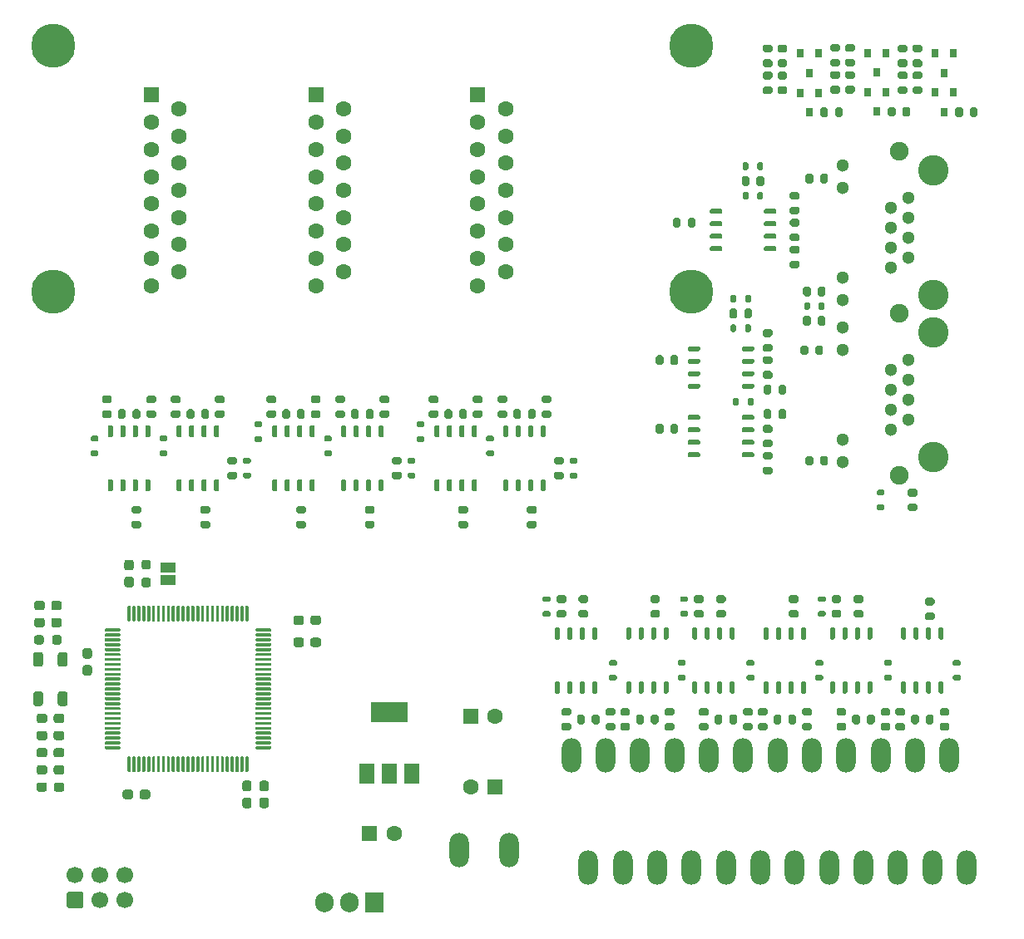
<source format=gbr>
%TF.GenerationSoftware,KiCad,Pcbnew,(5.1.9)-1*%
%TF.CreationDate,2021-06-23T22:51:48+02:00*%
%TF.ProjectId,EndatDecoder,456e6461-7444-4656-936f-6465722e6b69,rev?*%
%TF.SameCoordinates,Original*%
%TF.FileFunction,Soldermask,Top*%
%TF.FilePolarity,Negative*%
%FSLAX46Y46*%
G04 Gerber Fmt 4.6, Leading zero omitted, Abs format (unit mm)*
G04 Created by KiCad (PCBNEW (5.1.9)-1) date 2021-06-23 22:51:48*
%MOMM*%
%LPD*%
G01*
G04 APERTURE LIST*
%ADD10C,1.700000*%
%ADD11C,4.500000*%
%ADD12R,0.800000X0.900000*%
%ADD13O,2.000000X3.500000*%
%ADD14C,1.600000*%
%ADD15R,1.600000X1.600000*%
%ADD16C,1.300000*%
%ADD17C,1.900000*%
%ADD18C,3.100000*%
%ADD19R,1.500000X1.000000*%
%ADD20R,1.905000X2.000000*%
%ADD21O,1.905000X2.000000*%
%ADD22R,3.800000X2.000000*%
%ADD23R,1.500000X2.000000*%
G04 APERTURE END LIST*
%TO.C,U3*%
G36*
G01*
X60275000Y-147575000D02*
X60275000Y-147425000D01*
G75*
G02*
X60350000Y-147350000I75000J0D01*
G01*
X61800000Y-147350000D01*
G75*
G02*
X61875000Y-147425000I0J-75000D01*
G01*
X61875000Y-147575000D01*
G75*
G02*
X61800000Y-147650000I-75000J0D01*
G01*
X60350000Y-147650000D01*
G75*
G02*
X60275000Y-147575000I0J75000D01*
G01*
G37*
G36*
G01*
X60275000Y-148075000D02*
X60275000Y-147925000D01*
G75*
G02*
X60350000Y-147850000I75000J0D01*
G01*
X61800000Y-147850000D01*
G75*
G02*
X61875000Y-147925000I0J-75000D01*
G01*
X61875000Y-148075000D01*
G75*
G02*
X61800000Y-148150000I-75000J0D01*
G01*
X60350000Y-148150000D01*
G75*
G02*
X60275000Y-148075000I0J75000D01*
G01*
G37*
G36*
G01*
X60275000Y-148575000D02*
X60275000Y-148425000D01*
G75*
G02*
X60350000Y-148350000I75000J0D01*
G01*
X61800000Y-148350000D01*
G75*
G02*
X61875000Y-148425000I0J-75000D01*
G01*
X61875000Y-148575000D01*
G75*
G02*
X61800000Y-148650000I-75000J0D01*
G01*
X60350000Y-148650000D01*
G75*
G02*
X60275000Y-148575000I0J75000D01*
G01*
G37*
G36*
G01*
X60275000Y-149075000D02*
X60275000Y-148925000D01*
G75*
G02*
X60350000Y-148850000I75000J0D01*
G01*
X61800000Y-148850000D01*
G75*
G02*
X61875000Y-148925000I0J-75000D01*
G01*
X61875000Y-149075000D01*
G75*
G02*
X61800000Y-149150000I-75000J0D01*
G01*
X60350000Y-149150000D01*
G75*
G02*
X60275000Y-149075000I0J75000D01*
G01*
G37*
G36*
G01*
X60275000Y-149575000D02*
X60275000Y-149425000D01*
G75*
G02*
X60350000Y-149350000I75000J0D01*
G01*
X61800000Y-149350000D01*
G75*
G02*
X61875000Y-149425000I0J-75000D01*
G01*
X61875000Y-149575000D01*
G75*
G02*
X61800000Y-149650000I-75000J0D01*
G01*
X60350000Y-149650000D01*
G75*
G02*
X60275000Y-149575000I0J75000D01*
G01*
G37*
G36*
G01*
X60275000Y-150075000D02*
X60275000Y-149925000D01*
G75*
G02*
X60350000Y-149850000I75000J0D01*
G01*
X61800000Y-149850000D01*
G75*
G02*
X61875000Y-149925000I0J-75000D01*
G01*
X61875000Y-150075000D01*
G75*
G02*
X61800000Y-150150000I-75000J0D01*
G01*
X60350000Y-150150000D01*
G75*
G02*
X60275000Y-150075000I0J75000D01*
G01*
G37*
G36*
G01*
X60275000Y-150575000D02*
X60275000Y-150425000D01*
G75*
G02*
X60350000Y-150350000I75000J0D01*
G01*
X61800000Y-150350000D01*
G75*
G02*
X61875000Y-150425000I0J-75000D01*
G01*
X61875000Y-150575000D01*
G75*
G02*
X61800000Y-150650000I-75000J0D01*
G01*
X60350000Y-150650000D01*
G75*
G02*
X60275000Y-150575000I0J75000D01*
G01*
G37*
G36*
G01*
X60275000Y-151075000D02*
X60275000Y-150925000D01*
G75*
G02*
X60350000Y-150850000I75000J0D01*
G01*
X61800000Y-150850000D01*
G75*
G02*
X61875000Y-150925000I0J-75000D01*
G01*
X61875000Y-151075000D01*
G75*
G02*
X61800000Y-151150000I-75000J0D01*
G01*
X60350000Y-151150000D01*
G75*
G02*
X60275000Y-151075000I0J75000D01*
G01*
G37*
G36*
G01*
X60275000Y-151575000D02*
X60275000Y-151425000D01*
G75*
G02*
X60350000Y-151350000I75000J0D01*
G01*
X61800000Y-151350000D01*
G75*
G02*
X61875000Y-151425000I0J-75000D01*
G01*
X61875000Y-151575000D01*
G75*
G02*
X61800000Y-151650000I-75000J0D01*
G01*
X60350000Y-151650000D01*
G75*
G02*
X60275000Y-151575000I0J75000D01*
G01*
G37*
G36*
G01*
X60275000Y-152075000D02*
X60275000Y-151925000D01*
G75*
G02*
X60350000Y-151850000I75000J0D01*
G01*
X61800000Y-151850000D01*
G75*
G02*
X61875000Y-151925000I0J-75000D01*
G01*
X61875000Y-152075000D01*
G75*
G02*
X61800000Y-152150000I-75000J0D01*
G01*
X60350000Y-152150000D01*
G75*
G02*
X60275000Y-152075000I0J75000D01*
G01*
G37*
G36*
G01*
X60275000Y-152575000D02*
X60275000Y-152425000D01*
G75*
G02*
X60350000Y-152350000I75000J0D01*
G01*
X61800000Y-152350000D01*
G75*
G02*
X61875000Y-152425000I0J-75000D01*
G01*
X61875000Y-152575000D01*
G75*
G02*
X61800000Y-152650000I-75000J0D01*
G01*
X60350000Y-152650000D01*
G75*
G02*
X60275000Y-152575000I0J75000D01*
G01*
G37*
G36*
G01*
X60275000Y-153075000D02*
X60275000Y-152925000D01*
G75*
G02*
X60350000Y-152850000I75000J0D01*
G01*
X61800000Y-152850000D01*
G75*
G02*
X61875000Y-152925000I0J-75000D01*
G01*
X61875000Y-153075000D01*
G75*
G02*
X61800000Y-153150000I-75000J0D01*
G01*
X60350000Y-153150000D01*
G75*
G02*
X60275000Y-153075000I0J75000D01*
G01*
G37*
G36*
G01*
X60275000Y-153575000D02*
X60275000Y-153425000D01*
G75*
G02*
X60350000Y-153350000I75000J0D01*
G01*
X61800000Y-153350000D01*
G75*
G02*
X61875000Y-153425000I0J-75000D01*
G01*
X61875000Y-153575000D01*
G75*
G02*
X61800000Y-153650000I-75000J0D01*
G01*
X60350000Y-153650000D01*
G75*
G02*
X60275000Y-153575000I0J75000D01*
G01*
G37*
G36*
G01*
X60275000Y-154075000D02*
X60275000Y-153925000D01*
G75*
G02*
X60350000Y-153850000I75000J0D01*
G01*
X61800000Y-153850000D01*
G75*
G02*
X61875000Y-153925000I0J-75000D01*
G01*
X61875000Y-154075000D01*
G75*
G02*
X61800000Y-154150000I-75000J0D01*
G01*
X60350000Y-154150000D01*
G75*
G02*
X60275000Y-154075000I0J75000D01*
G01*
G37*
G36*
G01*
X60275000Y-154575000D02*
X60275000Y-154425000D01*
G75*
G02*
X60350000Y-154350000I75000J0D01*
G01*
X61800000Y-154350000D01*
G75*
G02*
X61875000Y-154425000I0J-75000D01*
G01*
X61875000Y-154575000D01*
G75*
G02*
X61800000Y-154650000I-75000J0D01*
G01*
X60350000Y-154650000D01*
G75*
G02*
X60275000Y-154575000I0J75000D01*
G01*
G37*
G36*
G01*
X60275000Y-155075000D02*
X60275000Y-154925000D01*
G75*
G02*
X60350000Y-154850000I75000J0D01*
G01*
X61800000Y-154850000D01*
G75*
G02*
X61875000Y-154925000I0J-75000D01*
G01*
X61875000Y-155075000D01*
G75*
G02*
X61800000Y-155150000I-75000J0D01*
G01*
X60350000Y-155150000D01*
G75*
G02*
X60275000Y-155075000I0J75000D01*
G01*
G37*
G36*
G01*
X60275000Y-155575000D02*
X60275000Y-155425000D01*
G75*
G02*
X60350000Y-155350000I75000J0D01*
G01*
X61800000Y-155350000D01*
G75*
G02*
X61875000Y-155425000I0J-75000D01*
G01*
X61875000Y-155575000D01*
G75*
G02*
X61800000Y-155650000I-75000J0D01*
G01*
X60350000Y-155650000D01*
G75*
G02*
X60275000Y-155575000I0J75000D01*
G01*
G37*
G36*
G01*
X60275000Y-156075000D02*
X60275000Y-155925000D01*
G75*
G02*
X60350000Y-155850000I75000J0D01*
G01*
X61800000Y-155850000D01*
G75*
G02*
X61875000Y-155925000I0J-75000D01*
G01*
X61875000Y-156075000D01*
G75*
G02*
X61800000Y-156150000I-75000J0D01*
G01*
X60350000Y-156150000D01*
G75*
G02*
X60275000Y-156075000I0J75000D01*
G01*
G37*
G36*
G01*
X60275000Y-156575000D02*
X60275000Y-156425000D01*
G75*
G02*
X60350000Y-156350000I75000J0D01*
G01*
X61800000Y-156350000D01*
G75*
G02*
X61875000Y-156425000I0J-75000D01*
G01*
X61875000Y-156575000D01*
G75*
G02*
X61800000Y-156650000I-75000J0D01*
G01*
X60350000Y-156650000D01*
G75*
G02*
X60275000Y-156575000I0J75000D01*
G01*
G37*
G36*
G01*
X60275000Y-157075000D02*
X60275000Y-156925000D01*
G75*
G02*
X60350000Y-156850000I75000J0D01*
G01*
X61800000Y-156850000D01*
G75*
G02*
X61875000Y-156925000I0J-75000D01*
G01*
X61875000Y-157075000D01*
G75*
G02*
X61800000Y-157150000I-75000J0D01*
G01*
X60350000Y-157150000D01*
G75*
G02*
X60275000Y-157075000I0J75000D01*
G01*
G37*
G36*
G01*
X60275000Y-157575000D02*
X60275000Y-157425000D01*
G75*
G02*
X60350000Y-157350000I75000J0D01*
G01*
X61800000Y-157350000D01*
G75*
G02*
X61875000Y-157425000I0J-75000D01*
G01*
X61875000Y-157575000D01*
G75*
G02*
X61800000Y-157650000I-75000J0D01*
G01*
X60350000Y-157650000D01*
G75*
G02*
X60275000Y-157575000I0J75000D01*
G01*
G37*
G36*
G01*
X60275000Y-158075000D02*
X60275000Y-157925000D01*
G75*
G02*
X60350000Y-157850000I75000J0D01*
G01*
X61800000Y-157850000D01*
G75*
G02*
X61875000Y-157925000I0J-75000D01*
G01*
X61875000Y-158075000D01*
G75*
G02*
X61800000Y-158150000I-75000J0D01*
G01*
X60350000Y-158150000D01*
G75*
G02*
X60275000Y-158075000I0J75000D01*
G01*
G37*
G36*
G01*
X60275000Y-158575000D02*
X60275000Y-158425000D01*
G75*
G02*
X60350000Y-158350000I75000J0D01*
G01*
X61800000Y-158350000D01*
G75*
G02*
X61875000Y-158425000I0J-75000D01*
G01*
X61875000Y-158575000D01*
G75*
G02*
X61800000Y-158650000I-75000J0D01*
G01*
X60350000Y-158650000D01*
G75*
G02*
X60275000Y-158575000I0J75000D01*
G01*
G37*
G36*
G01*
X60275000Y-159075000D02*
X60275000Y-158925000D01*
G75*
G02*
X60350000Y-158850000I75000J0D01*
G01*
X61800000Y-158850000D01*
G75*
G02*
X61875000Y-158925000I0J-75000D01*
G01*
X61875000Y-159075000D01*
G75*
G02*
X61800000Y-159150000I-75000J0D01*
G01*
X60350000Y-159150000D01*
G75*
G02*
X60275000Y-159075000I0J75000D01*
G01*
G37*
G36*
G01*
X60275000Y-159575000D02*
X60275000Y-159425000D01*
G75*
G02*
X60350000Y-159350000I75000J0D01*
G01*
X61800000Y-159350000D01*
G75*
G02*
X61875000Y-159425000I0J-75000D01*
G01*
X61875000Y-159575000D01*
G75*
G02*
X61800000Y-159650000I-75000J0D01*
G01*
X60350000Y-159650000D01*
G75*
G02*
X60275000Y-159575000I0J75000D01*
G01*
G37*
G36*
G01*
X62600000Y-161900000D02*
X62600000Y-160450000D01*
G75*
G02*
X62675000Y-160375000I75000J0D01*
G01*
X62825000Y-160375000D01*
G75*
G02*
X62900000Y-160450000I0J-75000D01*
G01*
X62900000Y-161900000D01*
G75*
G02*
X62825000Y-161975000I-75000J0D01*
G01*
X62675000Y-161975000D01*
G75*
G02*
X62600000Y-161900000I0J75000D01*
G01*
G37*
G36*
G01*
X63100000Y-161900000D02*
X63100000Y-160450000D01*
G75*
G02*
X63175000Y-160375000I75000J0D01*
G01*
X63325000Y-160375000D01*
G75*
G02*
X63400000Y-160450000I0J-75000D01*
G01*
X63400000Y-161900000D01*
G75*
G02*
X63325000Y-161975000I-75000J0D01*
G01*
X63175000Y-161975000D01*
G75*
G02*
X63100000Y-161900000I0J75000D01*
G01*
G37*
G36*
G01*
X63600000Y-161900000D02*
X63600000Y-160450000D01*
G75*
G02*
X63675000Y-160375000I75000J0D01*
G01*
X63825000Y-160375000D01*
G75*
G02*
X63900000Y-160450000I0J-75000D01*
G01*
X63900000Y-161900000D01*
G75*
G02*
X63825000Y-161975000I-75000J0D01*
G01*
X63675000Y-161975000D01*
G75*
G02*
X63600000Y-161900000I0J75000D01*
G01*
G37*
G36*
G01*
X64100000Y-161900000D02*
X64100000Y-160450000D01*
G75*
G02*
X64175000Y-160375000I75000J0D01*
G01*
X64325000Y-160375000D01*
G75*
G02*
X64400000Y-160450000I0J-75000D01*
G01*
X64400000Y-161900000D01*
G75*
G02*
X64325000Y-161975000I-75000J0D01*
G01*
X64175000Y-161975000D01*
G75*
G02*
X64100000Y-161900000I0J75000D01*
G01*
G37*
G36*
G01*
X64600000Y-161900000D02*
X64600000Y-160450000D01*
G75*
G02*
X64675000Y-160375000I75000J0D01*
G01*
X64825000Y-160375000D01*
G75*
G02*
X64900000Y-160450000I0J-75000D01*
G01*
X64900000Y-161900000D01*
G75*
G02*
X64825000Y-161975000I-75000J0D01*
G01*
X64675000Y-161975000D01*
G75*
G02*
X64600000Y-161900000I0J75000D01*
G01*
G37*
G36*
G01*
X65100000Y-161900000D02*
X65100000Y-160450000D01*
G75*
G02*
X65175000Y-160375000I75000J0D01*
G01*
X65325000Y-160375000D01*
G75*
G02*
X65400000Y-160450000I0J-75000D01*
G01*
X65400000Y-161900000D01*
G75*
G02*
X65325000Y-161975000I-75000J0D01*
G01*
X65175000Y-161975000D01*
G75*
G02*
X65100000Y-161900000I0J75000D01*
G01*
G37*
G36*
G01*
X65600000Y-161900000D02*
X65600000Y-160450000D01*
G75*
G02*
X65675000Y-160375000I75000J0D01*
G01*
X65825000Y-160375000D01*
G75*
G02*
X65900000Y-160450000I0J-75000D01*
G01*
X65900000Y-161900000D01*
G75*
G02*
X65825000Y-161975000I-75000J0D01*
G01*
X65675000Y-161975000D01*
G75*
G02*
X65600000Y-161900000I0J75000D01*
G01*
G37*
G36*
G01*
X66100000Y-161900000D02*
X66100000Y-160450000D01*
G75*
G02*
X66175000Y-160375000I75000J0D01*
G01*
X66325000Y-160375000D01*
G75*
G02*
X66400000Y-160450000I0J-75000D01*
G01*
X66400000Y-161900000D01*
G75*
G02*
X66325000Y-161975000I-75000J0D01*
G01*
X66175000Y-161975000D01*
G75*
G02*
X66100000Y-161900000I0J75000D01*
G01*
G37*
G36*
G01*
X66600000Y-161900000D02*
X66600000Y-160450000D01*
G75*
G02*
X66675000Y-160375000I75000J0D01*
G01*
X66825000Y-160375000D01*
G75*
G02*
X66900000Y-160450000I0J-75000D01*
G01*
X66900000Y-161900000D01*
G75*
G02*
X66825000Y-161975000I-75000J0D01*
G01*
X66675000Y-161975000D01*
G75*
G02*
X66600000Y-161900000I0J75000D01*
G01*
G37*
G36*
G01*
X67100000Y-161900000D02*
X67100000Y-160450000D01*
G75*
G02*
X67175000Y-160375000I75000J0D01*
G01*
X67325000Y-160375000D01*
G75*
G02*
X67400000Y-160450000I0J-75000D01*
G01*
X67400000Y-161900000D01*
G75*
G02*
X67325000Y-161975000I-75000J0D01*
G01*
X67175000Y-161975000D01*
G75*
G02*
X67100000Y-161900000I0J75000D01*
G01*
G37*
G36*
G01*
X67600000Y-161900000D02*
X67600000Y-160450000D01*
G75*
G02*
X67675000Y-160375000I75000J0D01*
G01*
X67825000Y-160375000D01*
G75*
G02*
X67900000Y-160450000I0J-75000D01*
G01*
X67900000Y-161900000D01*
G75*
G02*
X67825000Y-161975000I-75000J0D01*
G01*
X67675000Y-161975000D01*
G75*
G02*
X67600000Y-161900000I0J75000D01*
G01*
G37*
G36*
G01*
X68100000Y-161900000D02*
X68100000Y-160450000D01*
G75*
G02*
X68175000Y-160375000I75000J0D01*
G01*
X68325000Y-160375000D01*
G75*
G02*
X68400000Y-160450000I0J-75000D01*
G01*
X68400000Y-161900000D01*
G75*
G02*
X68325000Y-161975000I-75000J0D01*
G01*
X68175000Y-161975000D01*
G75*
G02*
X68100000Y-161900000I0J75000D01*
G01*
G37*
G36*
G01*
X68600000Y-161900000D02*
X68600000Y-160450000D01*
G75*
G02*
X68675000Y-160375000I75000J0D01*
G01*
X68825000Y-160375000D01*
G75*
G02*
X68900000Y-160450000I0J-75000D01*
G01*
X68900000Y-161900000D01*
G75*
G02*
X68825000Y-161975000I-75000J0D01*
G01*
X68675000Y-161975000D01*
G75*
G02*
X68600000Y-161900000I0J75000D01*
G01*
G37*
G36*
G01*
X69100000Y-161900000D02*
X69100000Y-160450000D01*
G75*
G02*
X69175000Y-160375000I75000J0D01*
G01*
X69325000Y-160375000D01*
G75*
G02*
X69400000Y-160450000I0J-75000D01*
G01*
X69400000Y-161900000D01*
G75*
G02*
X69325000Y-161975000I-75000J0D01*
G01*
X69175000Y-161975000D01*
G75*
G02*
X69100000Y-161900000I0J75000D01*
G01*
G37*
G36*
G01*
X69600000Y-161900000D02*
X69600000Y-160450000D01*
G75*
G02*
X69675000Y-160375000I75000J0D01*
G01*
X69825000Y-160375000D01*
G75*
G02*
X69900000Y-160450000I0J-75000D01*
G01*
X69900000Y-161900000D01*
G75*
G02*
X69825000Y-161975000I-75000J0D01*
G01*
X69675000Y-161975000D01*
G75*
G02*
X69600000Y-161900000I0J75000D01*
G01*
G37*
G36*
G01*
X70100000Y-161900000D02*
X70100000Y-160450000D01*
G75*
G02*
X70175000Y-160375000I75000J0D01*
G01*
X70325000Y-160375000D01*
G75*
G02*
X70400000Y-160450000I0J-75000D01*
G01*
X70400000Y-161900000D01*
G75*
G02*
X70325000Y-161975000I-75000J0D01*
G01*
X70175000Y-161975000D01*
G75*
G02*
X70100000Y-161900000I0J75000D01*
G01*
G37*
G36*
G01*
X70600000Y-161900000D02*
X70600000Y-160450000D01*
G75*
G02*
X70675000Y-160375000I75000J0D01*
G01*
X70825000Y-160375000D01*
G75*
G02*
X70900000Y-160450000I0J-75000D01*
G01*
X70900000Y-161900000D01*
G75*
G02*
X70825000Y-161975000I-75000J0D01*
G01*
X70675000Y-161975000D01*
G75*
G02*
X70600000Y-161900000I0J75000D01*
G01*
G37*
G36*
G01*
X71100000Y-161900000D02*
X71100000Y-160450000D01*
G75*
G02*
X71175000Y-160375000I75000J0D01*
G01*
X71325000Y-160375000D01*
G75*
G02*
X71400000Y-160450000I0J-75000D01*
G01*
X71400000Y-161900000D01*
G75*
G02*
X71325000Y-161975000I-75000J0D01*
G01*
X71175000Y-161975000D01*
G75*
G02*
X71100000Y-161900000I0J75000D01*
G01*
G37*
G36*
G01*
X71600000Y-161900000D02*
X71600000Y-160450000D01*
G75*
G02*
X71675000Y-160375000I75000J0D01*
G01*
X71825000Y-160375000D01*
G75*
G02*
X71900000Y-160450000I0J-75000D01*
G01*
X71900000Y-161900000D01*
G75*
G02*
X71825000Y-161975000I-75000J0D01*
G01*
X71675000Y-161975000D01*
G75*
G02*
X71600000Y-161900000I0J75000D01*
G01*
G37*
G36*
G01*
X72100000Y-161900000D02*
X72100000Y-160450000D01*
G75*
G02*
X72175000Y-160375000I75000J0D01*
G01*
X72325000Y-160375000D01*
G75*
G02*
X72400000Y-160450000I0J-75000D01*
G01*
X72400000Y-161900000D01*
G75*
G02*
X72325000Y-161975000I-75000J0D01*
G01*
X72175000Y-161975000D01*
G75*
G02*
X72100000Y-161900000I0J75000D01*
G01*
G37*
G36*
G01*
X72600000Y-161900000D02*
X72600000Y-160450000D01*
G75*
G02*
X72675000Y-160375000I75000J0D01*
G01*
X72825000Y-160375000D01*
G75*
G02*
X72900000Y-160450000I0J-75000D01*
G01*
X72900000Y-161900000D01*
G75*
G02*
X72825000Y-161975000I-75000J0D01*
G01*
X72675000Y-161975000D01*
G75*
G02*
X72600000Y-161900000I0J75000D01*
G01*
G37*
G36*
G01*
X73100000Y-161900000D02*
X73100000Y-160450000D01*
G75*
G02*
X73175000Y-160375000I75000J0D01*
G01*
X73325000Y-160375000D01*
G75*
G02*
X73400000Y-160450000I0J-75000D01*
G01*
X73400000Y-161900000D01*
G75*
G02*
X73325000Y-161975000I-75000J0D01*
G01*
X73175000Y-161975000D01*
G75*
G02*
X73100000Y-161900000I0J75000D01*
G01*
G37*
G36*
G01*
X73600000Y-161900000D02*
X73600000Y-160450000D01*
G75*
G02*
X73675000Y-160375000I75000J0D01*
G01*
X73825000Y-160375000D01*
G75*
G02*
X73900000Y-160450000I0J-75000D01*
G01*
X73900000Y-161900000D01*
G75*
G02*
X73825000Y-161975000I-75000J0D01*
G01*
X73675000Y-161975000D01*
G75*
G02*
X73600000Y-161900000I0J75000D01*
G01*
G37*
G36*
G01*
X74100000Y-161900000D02*
X74100000Y-160450000D01*
G75*
G02*
X74175000Y-160375000I75000J0D01*
G01*
X74325000Y-160375000D01*
G75*
G02*
X74400000Y-160450000I0J-75000D01*
G01*
X74400000Y-161900000D01*
G75*
G02*
X74325000Y-161975000I-75000J0D01*
G01*
X74175000Y-161975000D01*
G75*
G02*
X74100000Y-161900000I0J75000D01*
G01*
G37*
G36*
G01*
X74600000Y-161900000D02*
X74600000Y-160450000D01*
G75*
G02*
X74675000Y-160375000I75000J0D01*
G01*
X74825000Y-160375000D01*
G75*
G02*
X74900000Y-160450000I0J-75000D01*
G01*
X74900000Y-161900000D01*
G75*
G02*
X74825000Y-161975000I-75000J0D01*
G01*
X74675000Y-161975000D01*
G75*
G02*
X74600000Y-161900000I0J75000D01*
G01*
G37*
G36*
G01*
X75625000Y-159575000D02*
X75625000Y-159425000D01*
G75*
G02*
X75700000Y-159350000I75000J0D01*
G01*
X77150000Y-159350000D01*
G75*
G02*
X77225000Y-159425000I0J-75000D01*
G01*
X77225000Y-159575000D01*
G75*
G02*
X77150000Y-159650000I-75000J0D01*
G01*
X75700000Y-159650000D01*
G75*
G02*
X75625000Y-159575000I0J75000D01*
G01*
G37*
G36*
G01*
X75625000Y-159075000D02*
X75625000Y-158925000D01*
G75*
G02*
X75700000Y-158850000I75000J0D01*
G01*
X77150000Y-158850000D01*
G75*
G02*
X77225000Y-158925000I0J-75000D01*
G01*
X77225000Y-159075000D01*
G75*
G02*
X77150000Y-159150000I-75000J0D01*
G01*
X75700000Y-159150000D01*
G75*
G02*
X75625000Y-159075000I0J75000D01*
G01*
G37*
G36*
G01*
X75625000Y-158575000D02*
X75625000Y-158425000D01*
G75*
G02*
X75700000Y-158350000I75000J0D01*
G01*
X77150000Y-158350000D01*
G75*
G02*
X77225000Y-158425000I0J-75000D01*
G01*
X77225000Y-158575000D01*
G75*
G02*
X77150000Y-158650000I-75000J0D01*
G01*
X75700000Y-158650000D01*
G75*
G02*
X75625000Y-158575000I0J75000D01*
G01*
G37*
G36*
G01*
X75625000Y-158075000D02*
X75625000Y-157925000D01*
G75*
G02*
X75700000Y-157850000I75000J0D01*
G01*
X77150000Y-157850000D01*
G75*
G02*
X77225000Y-157925000I0J-75000D01*
G01*
X77225000Y-158075000D01*
G75*
G02*
X77150000Y-158150000I-75000J0D01*
G01*
X75700000Y-158150000D01*
G75*
G02*
X75625000Y-158075000I0J75000D01*
G01*
G37*
G36*
G01*
X75625000Y-157575000D02*
X75625000Y-157425000D01*
G75*
G02*
X75700000Y-157350000I75000J0D01*
G01*
X77150000Y-157350000D01*
G75*
G02*
X77225000Y-157425000I0J-75000D01*
G01*
X77225000Y-157575000D01*
G75*
G02*
X77150000Y-157650000I-75000J0D01*
G01*
X75700000Y-157650000D01*
G75*
G02*
X75625000Y-157575000I0J75000D01*
G01*
G37*
G36*
G01*
X75625000Y-157075000D02*
X75625000Y-156925000D01*
G75*
G02*
X75700000Y-156850000I75000J0D01*
G01*
X77150000Y-156850000D01*
G75*
G02*
X77225000Y-156925000I0J-75000D01*
G01*
X77225000Y-157075000D01*
G75*
G02*
X77150000Y-157150000I-75000J0D01*
G01*
X75700000Y-157150000D01*
G75*
G02*
X75625000Y-157075000I0J75000D01*
G01*
G37*
G36*
G01*
X75625000Y-156575000D02*
X75625000Y-156425000D01*
G75*
G02*
X75700000Y-156350000I75000J0D01*
G01*
X77150000Y-156350000D01*
G75*
G02*
X77225000Y-156425000I0J-75000D01*
G01*
X77225000Y-156575000D01*
G75*
G02*
X77150000Y-156650000I-75000J0D01*
G01*
X75700000Y-156650000D01*
G75*
G02*
X75625000Y-156575000I0J75000D01*
G01*
G37*
G36*
G01*
X75625000Y-156075000D02*
X75625000Y-155925000D01*
G75*
G02*
X75700000Y-155850000I75000J0D01*
G01*
X77150000Y-155850000D01*
G75*
G02*
X77225000Y-155925000I0J-75000D01*
G01*
X77225000Y-156075000D01*
G75*
G02*
X77150000Y-156150000I-75000J0D01*
G01*
X75700000Y-156150000D01*
G75*
G02*
X75625000Y-156075000I0J75000D01*
G01*
G37*
G36*
G01*
X75625000Y-155575000D02*
X75625000Y-155425000D01*
G75*
G02*
X75700000Y-155350000I75000J0D01*
G01*
X77150000Y-155350000D01*
G75*
G02*
X77225000Y-155425000I0J-75000D01*
G01*
X77225000Y-155575000D01*
G75*
G02*
X77150000Y-155650000I-75000J0D01*
G01*
X75700000Y-155650000D01*
G75*
G02*
X75625000Y-155575000I0J75000D01*
G01*
G37*
G36*
G01*
X75625000Y-155075000D02*
X75625000Y-154925000D01*
G75*
G02*
X75700000Y-154850000I75000J0D01*
G01*
X77150000Y-154850000D01*
G75*
G02*
X77225000Y-154925000I0J-75000D01*
G01*
X77225000Y-155075000D01*
G75*
G02*
X77150000Y-155150000I-75000J0D01*
G01*
X75700000Y-155150000D01*
G75*
G02*
X75625000Y-155075000I0J75000D01*
G01*
G37*
G36*
G01*
X75625000Y-154575000D02*
X75625000Y-154425000D01*
G75*
G02*
X75700000Y-154350000I75000J0D01*
G01*
X77150000Y-154350000D01*
G75*
G02*
X77225000Y-154425000I0J-75000D01*
G01*
X77225000Y-154575000D01*
G75*
G02*
X77150000Y-154650000I-75000J0D01*
G01*
X75700000Y-154650000D01*
G75*
G02*
X75625000Y-154575000I0J75000D01*
G01*
G37*
G36*
G01*
X75625000Y-154075000D02*
X75625000Y-153925000D01*
G75*
G02*
X75700000Y-153850000I75000J0D01*
G01*
X77150000Y-153850000D01*
G75*
G02*
X77225000Y-153925000I0J-75000D01*
G01*
X77225000Y-154075000D01*
G75*
G02*
X77150000Y-154150000I-75000J0D01*
G01*
X75700000Y-154150000D01*
G75*
G02*
X75625000Y-154075000I0J75000D01*
G01*
G37*
G36*
G01*
X75625000Y-153575000D02*
X75625000Y-153425000D01*
G75*
G02*
X75700000Y-153350000I75000J0D01*
G01*
X77150000Y-153350000D01*
G75*
G02*
X77225000Y-153425000I0J-75000D01*
G01*
X77225000Y-153575000D01*
G75*
G02*
X77150000Y-153650000I-75000J0D01*
G01*
X75700000Y-153650000D01*
G75*
G02*
X75625000Y-153575000I0J75000D01*
G01*
G37*
G36*
G01*
X75625000Y-153075000D02*
X75625000Y-152925000D01*
G75*
G02*
X75700000Y-152850000I75000J0D01*
G01*
X77150000Y-152850000D01*
G75*
G02*
X77225000Y-152925000I0J-75000D01*
G01*
X77225000Y-153075000D01*
G75*
G02*
X77150000Y-153150000I-75000J0D01*
G01*
X75700000Y-153150000D01*
G75*
G02*
X75625000Y-153075000I0J75000D01*
G01*
G37*
G36*
G01*
X75625000Y-152575000D02*
X75625000Y-152425000D01*
G75*
G02*
X75700000Y-152350000I75000J0D01*
G01*
X77150000Y-152350000D01*
G75*
G02*
X77225000Y-152425000I0J-75000D01*
G01*
X77225000Y-152575000D01*
G75*
G02*
X77150000Y-152650000I-75000J0D01*
G01*
X75700000Y-152650000D01*
G75*
G02*
X75625000Y-152575000I0J75000D01*
G01*
G37*
G36*
G01*
X75625000Y-152075000D02*
X75625000Y-151925000D01*
G75*
G02*
X75700000Y-151850000I75000J0D01*
G01*
X77150000Y-151850000D01*
G75*
G02*
X77225000Y-151925000I0J-75000D01*
G01*
X77225000Y-152075000D01*
G75*
G02*
X77150000Y-152150000I-75000J0D01*
G01*
X75700000Y-152150000D01*
G75*
G02*
X75625000Y-152075000I0J75000D01*
G01*
G37*
G36*
G01*
X75625000Y-151575000D02*
X75625000Y-151425000D01*
G75*
G02*
X75700000Y-151350000I75000J0D01*
G01*
X77150000Y-151350000D01*
G75*
G02*
X77225000Y-151425000I0J-75000D01*
G01*
X77225000Y-151575000D01*
G75*
G02*
X77150000Y-151650000I-75000J0D01*
G01*
X75700000Y-151650000D01*
G75*
G02*
X75625000Y-151575000I0J75000D01*
G01*
G37*
G36*
G01*
X75625000Y-151075000D02*
X75625000Y-150925000D01*
G75*
G02*
X75700000Y-150850000I75000J0D01*
G01*
X77150000Y-150850000D01*
G75*
G02*
X77225000Y-150925000I0J-75000D01*
G01*
X77225000Y-151075000D01*
G75*
G02*
X77150000Y-151150000I-75000J0D01*
G01*
X75700000Y-151150000D01*
G75*
G02*
X75625000Y-151075000I0J75000D01*
G01*
G37*
G36*
G01*
X75625000Y-150575000D02*
X75625000Y-150425000D01*
G75*
G02*
X75700000Y-150350000I75000J0D01*
G01*
X77150000Y-150350000D01*
G75*
G02*
X77225000Y-150425000I0J-75000D01*
G01*
X77225000Y-150575000D01*
G75*
G02*
X77150000Y-150650000I-75000J0D01*
G01*
X75700000Y-150650000D01*
G75*
G02*
X75625000Y-150575000I0J75000D01*
G01*
G37*
G36*
G01*
X75625000Y-150075000D02*
X75625000Y-149925000D01*
G75*
G02*
X75700000Y-149850000I75000J0D01*
G01*
X77150000Y-149850000D01*
G75*
G02*
X77225000Y-149925000I0J-75000D01*
G01*
X77225000Y-150075000D01*
G75*
G02*
X77150000Y-150150000I-75000J0D01*
G01*
X75700000Y-150150000D01*
G75*
G02*
X75625000Y-150075000I0J75000D01*
G01*
G37*
G36*
G01*
X75625000Y-149575000D02*
X75625000Y-149425000D01*
G75*
G02*
X75700000Y-149350000I75000J0D01*
G01*
X77150000Y-149350000D01*
G75*
G02*
X77225000Y-149425000I0J-75000D01*
G01*
X77225000Y-149575000D01*
G75*
G02*
X77150000Y-149650000I-75000J0D01*
G01*
X75700000Y-149650000D01*
G75*
G02*
X75625000Y-149575000I0J75000D01*
G01*
G37*
G36*
G01*
X75625000Y-149075000D02*
X75625000Y-148925000D01*
G75*
G02*
X75700000Y-148850000I75000J0D01*
G01*
X77150000Y-148850000D01*
G75*
G02*
X77225000Y-148925000I0J-75000D01*
G01*
X77225000Y-149075000D01*
G75*
G02*
X77150000Y-149150000I-75000J0D01*
G01*
X75700000Y-149150000D01*
G75*
G02*
X75625000Y-149075000I0J75000D01*
G01*
G37*
G36*
G01*
X75625000Y-148575000D02*
X75625000Y-148425000D01*
G75*
G02*
X75700000Y-148350000I75000J0D01*
G01*
X77150000Y-148350000D01*
G75*
G02*
X77225000Y-148425000I0J-75000D01*
G01*
X77225000Y-148575000D01*
G75*
G02*
X77150000Y-148650000I-75000J0D01*
G01*
X75700000Y-148650000D01*
G75*
G02*
X75625000Y-148575000I0J75000D01*
G01*
G37*
G36*
G01*
X75625000Y-148075000D02*
X75625000Y-147925000D01*
G75*
G02*
X75700000Y-147850000I75000J0D01*
G01*
X77150000Y-147850000D01*
G75*
G02*
X77225000Y-147925000I0J-75000D01*
G01*
X77225000Y-148075000D01*
G75*
G02*
X77150000Y-148150000I-75000J0D01*
G01*
X75700000Y-148150000D01*
G75*
G02*
X75625000Y-148075000I0J75000D01*
G01*
G37*
G36*
G01*
X75625000Y-147575000D02*
X75625000Y-147425000D01*
G75*
G02*
X75700000Y-147350000I75000J0D01*
G01*
X77150000Y-147350000D01*
G75*
G02*
X77225000Y-147425000I0J-75000D01*
G01*
X77225000Y-147575000D01*
G75*
G02*
X77150000Y-147650000I-75000J0D01*
G01*
X75700000Y-147650000D01*
G75*
G02*
X75625000Y-147575000I0J75000D01*
G01*
G37*
G36*
G01*
X74600000Y-146550000D02*
X74600000Y-145100000D01*
G75*
G02*
X74675000Y-145025000I75000J0D01*
G01*
X74825000Y-145025000D01*
G75*
G02*
X74900000Y-145100000I0J-75000D01*
G01*
X74900000Y-146550000D01*
G75*
G02*
X74825000Y-146625000I-75000J0D01*
G01*
X74675000Y-146625000D01*
G75*
G02*
X74600000Y-146550000I0J75000D01*
G01*
G37*
G36*
G01*
X74100000Y-146550000D02*
X74100000Y-145100000D01*
G75*
G02*
X74175000Y-145025000I75000J0D01*
G01*
X74325000Y-145025000D01*
G75*
G02*
X74400000Y-145100000I0J-75000D01*
G01*
X74400000Y-146550000D01*
G75*
G02*
X74325000Y-146625000I-75000J0D01*
G01*
X74175000Y-146625000D01*
G75*
G02*
X74100000Y-146550000I0J75000D01*
G01*
G37*
G36*
G01*
X73600000Y-146550000D02*
X73600000Y-145100000D01*
G75*
G02*
X73675000Y-145025000I75000J0D01*
G01*
X73825000Y-145025000D01*
G75*
G02*
X73900000Y-145100000I0J-75000D01*
G01*
X73900000Y-146550000D01*
G75*
G02*
X73825000Y-146625000I-75000J0D01*
G01*
X73675000Y-146625000D01*
G75*
G02*
X73600000Y-146550000I0J75000D01*
G01*
G37*
G36*
G01*
X73100000Y-146550000D02*
X73100000Y-145100000D01*
G75*
G02*
X73175000Y-145025000I75000J0D01*
G01*
X73325000Y-145025000D01*
G75*
G02*
X73400000Y-145100000I0J-75000D01*
G01*
X73400000Y-146550000D01*
G75*
G02*
X73325000Y-146625000I-75000J0D01*
G01*
X73175000Y-146625000D01*
G75*
G02*
X73100000Y-146550000I0J75000D01*
G01*
G37*
G36*
G01*
X72600000Y-146550000D02*
X72600000Y-145100000D01*
G75*
G02*
X72675000Y-145025000I75000J0D01*
G01*
X72825000Y-145025000D01*
G75*
G02*
X72900000Y-145100000I0J-75000D01*
G01*
X72900000Y-146550000D01*
G75*
G02*
X72825000Y-146625000I-75000J0D01*
G01*
X72675000Y-146625000D01*
G75*
G02*
X72600000Y-146550000I0J75000D01*
G01*
G37*
G36*
G01*
X72100000Y-146550000D02*
X72100000Y-145100000D01*
G75*
G02*
X72175000Y-145025000I75000J0D01*
G01*
X72325000Y-145025000D01*
G75*
G02*
X72400000Y-145100000I0J-75000D01*
G01*
X72400000Y-146550000D01*
G75*
G02*
X72325000Y-146625000I-75000J0D01*
G01*
X72175000Y-146625000D01*
G75*
G02*
X72100000Y-146550000I0J75000D01*
G01*
G37*
G36*
G01*
X71600000Y-146550000D02*
X71600000Y-145100000D01*
G75*
G02*
X71675000Y-145025000I75000J0D01*
G01*
X71825000Y-145025000D01*
G75*
G02*
X71900000Y-145100000I0J-75000D01*
G01*
X71900000Y-146550000D01*
G75*
G02*
X71825000Y-146625000I-75000J0D01*
G01*
X71675000Y-146625000D01*
G75*
G02*
X71600000Y-146550000I0J75000D01*
G01*
G37*
G36*
G01*
X71100000Y-146550000D02*
X71100000Y-145100000D01*
G75*
G02*
X71175000Y-145025000I75000J0D01*
G01*
X71325000Y-145025000D01*
G75*
G02*
X71400000Y-145100000I0J-75000D01*
G01*
X71400000Y-146550000D01*
G75*
G02*
X71325000Y-146625000I-75000J0D01*
G01*
X71175000Y-146625000D01*
G75*
G02*
X71100000Y-146550000I0J75000D01*
G01*
G37*
G36*
G01*
X70600000Y-146550000D02*
X70600000Y-145100000D01*
G75*
G02*
X70675000Y-145025000I75000J0D01*
G01*
X70825000Y-145025000D01*
G75*
G02*
X70900000Y-145100000I0J-75000D01*
G01*
X70900000Y-146550000D01*
G75*
G02*
X70825000Y-146625000I-75000J0D01*
G01*
X70675000Y-146625000D01*
G75*
G02*
X70600000Y-146550000I0J75000D01*
G01*
G37*
G36*
G01*
X70100000Y-146550000D02*
X70100000Y-145100000D01*
G75*
G02*
X70175000Y-145025000I75000J0D01*
G01*
X70325000Y-145025000D01*
G75*
G02*
X70400000Y-145100000I0J-75000D01*
G01*
X70400000Y-146550000D01*
G75*
G02*
X70325000Y-146625000I-75000J0D01*
G01*
X70175000Y-146625000D01*
G75*
G02*
X70100000Y-146550000I0J75000D01*
G01*
G37*
G36*
G01*
X69600000Y-146550000D02*
X69600000Y-145100000D01*
G75*
G02*
X69675000Y-145025000I75000J0D01*
G01*
X69825000Y-145025000D01*
G75*
G02*
X69900000Y-145100000I0J-75000D01*
G01*
X69900000Y-146550000D01*
G75*
G02*
X69825000Y-146625000I-75000J0D01*
G01*
X69675000Y-146625000D01*
G75*
G02*
X69600000Y-146550000I0J75000D01*
G01*
G37*
G36*
G01*
X69100000Y-146550000D02*
X69100000Y-145100000D01*
G75*
G02*
X69175000Y-145025000I75000J0D01*
G01*
X69325000Y-145025000D01*
G75*
G02*
X69400000Y-145100000I0J-75000D01*
G01*
X69400000Y-146550000D01*
G75*
G02*
X69325000Y-146625000I-75000J0D01*
G01*
X69175000Y-146625000D01*
G75*
G02*
X69100000Y-146550000I0J75000D01*
G01*
G37*
G36*
G01*
X68600000Y-146550000D02*
X68600000Y-145100000D01*
G75*
G02*
X68675000Y-145025000I75000J0D01*
G01*
X68825000Y-145025000D01*
G75*
G02*
X68900000Y-145100000I0J-75000D01*
G01*
X68900000Y-146550000D01*
G75*
G02*
X68825000Y-146625000I-75000J0D01*
G01*
X68675000Y-146625000D01*
G75*
G02*
X68600000Y-146550000I0J75000D01*
G01*
G37*
G36*
G01*
X68100000Y-146550000D02*
X68100000Y-145100000D01*
G75*
G02*
X68175000Y-145025000I75000J0D01*
G01*
X68325000Y-145025000D01*
G75*
G02*
X68400000Y-145100000I0J-75000D01*
G01*
X68400000Y-146550000D01*
G75*
G02*
X68325000Y-146625000I-75000J0D01*
G01*
X68175000Y-146625000D01*
G75*
G02*
X68100000Y-146550000I0J75000D01*
G01*
G37*
G36*
G01*
X67600000Y-146550000D02*
X67600000Y-145100000D01*
G75*
G02*
X67675000Y-145025000I75000J0D01*
G01*
X67825000Y-145025000D01*
G75*
G02*
X67900000Y-145100000I0J-75000D01*
G01*
X67900000Y-146550000D01*
G75*
G02*
X67825000Y-146625000I-75000J0D01*
G01*
X67675000Y-146625000D01*
G75*
G02*
X67600000Y-146550000I0J75000D01*
G01*
G37*
G36*
G01*
X67100000Y-146550000D02*
X67100000Y-145100000D01*
G75*
G02*
X67175000Y-145025000I75000J0D01*
G01*
X67325000Y-145025000D01*
G75*
G02*
X67400000Y-145100000I0J-75000D01*
G01*
X67400000Y-146550000D01*
G75*
G02*
X67325000Y-146625000I-75000J0D01*
G01*
X67175000Y-146625000D01*
G75*
G02*
X67100000Y-146550000I0J75000D01*
G01*
G37*
G36*
G01*
X66600000Y-146550000D02*
X66600000Y-145100000D01*
G75*
G02*
X66675000Y-145025000I75000J0D01*
G01*
X66825000Y-145025000D01*
G75*
G02*
X66900000Y-145100000I0J-75000D01*
G01*
X66900000Y-146550000D01*
G75*
G02*
X66825000Y-146625000I-75000J0D01*
G01*
X66675000Y-146625000D01*
G75*
G02*
X66600000Y-146550000I0J75000D01*
G01*
G37*
G36*
G01*
X66100000Y-146550000D02*
X66100000Y-145100000D01*
G75*
G02*
X66175000Y-145025000I75000J0D01*
G01*
X66325000Y-145025000D01*
G75*
G02*
X66400000Y-145100000I0J-75000D01*
G01*
X66400000Y-146550000D01*
G75*
G02*
X66325000Y-146625000I-75000J0D01*
G01*
X66175000Y-146625000D01*
G75*
G02*
X66100000Y-146550000I0J75000D01*
G01*
G37*
G36*
G01*
X65600000Y-146550000D02*
X65600000Y-145100000D01*
G75*
G02*
X65675000Y-145025000I75000J0D01*
G01*
X65825000Y-145025000D01*
G75*
G02*
X65900000Y-145100000I0J-75000D01*
G01*
X65900000Y-146550000D01*
G75*
G02*
X65825000Y-146625000I-75000J0D01*
G01*
X65675000Y-146625000D01*
G75*
G02*
X65600000Y-146550000I0J75000D01*
G01*
G37*
G36*
G01*
X65100000Y-146550000D02*
X65100000Y-145100000D01*
G75*
G02*
X65175000Y-145025000I75000J0D01*
G01*
X65325000Y-145025000D01*
G75*
G02*
X65400000Y-145100000I0J-75000D01*
G01*
X65400000Y-146550000D01*
G75*
G02*
X65325000Y-146625000I-75000J0D01*
G01*
X65175000Y-146625000D01*
G75*
G02*
X65100000Y-146550000I0J75000D01*
G01*
G37*
G36*
G01*
X64600000Y-146550000D02*
X64600000Y-145100000D01*
G75*
G02*
X64675000Y-145025000I75000J0D01*
G01*
X64825000Y-145025000D01*
G75*
G02*
X64900000Y-145100000I0J-75000D01*
G01*
X64900000Y-146550000D01*
G75*
G02*
X64825000Y-146625000I-75000J0D01*
G01*
X64675000Y-146625000D01*
G75*
G02*
X64600000Y-146550000I0J75000D01*
G01*
G37*
G36*
G01*
X64100000Y-146550000D02*
X64100000Y-145100000D01*
G75*
G02*
X64175000Y-145025000I75000J0D01*
G01*
X64325000Y-145025000D01*
G75*
G02*
X64400000Y-145100000I0J-75000D01*
G01*
X64400000Y-146550000D01*
G75*
G02*
X64325000Y-146625000I-75000J0D01*
G01*
X64175000Y-146625000D01*
G75*
G02*
X64100000Y-146550000I0J75000D01*
G01*
G37*
G36*
G01*
X63600000Y-146550000D02*
X63600000Y-145100000D01*
G75*
G02*
X63675000Y-145025000I75000J0D01*
G01*
X63825000Y-145025000D01*
G75*
G02*
X63900000Y-145100000I0J-75000D01*
G01*
X63900000Y-146550000D01*
G75*
G02*
X63825000Y-146625000I-75000J0D01*
G01*
X63675000Y-146625000D01*
G75*
G02*
X63600000Y-146550000I0J75000D01*
G01*
G37*
G36*
G01*
X63100000Y-146550000D02*
X63100000Y-145100000D01*
G75*
G02*
X63175000Y-145025000I75000J0D01*
G01*
X63325000Y-145025000D01*
G75*
G02*
X63400000Y-145100000I0J-75000D01*
G01*
X63400000Y-146550000D01*
G75*
G02*
X63325000Y-146625000I-75000J0D01*
G01*
X63175000Y-146625000D01*
G75*
G02*
X63100000Y-146550000I0J75000D01*
G01*
G37*
G36*
G01*
X62600000Y-146550000D02*
X62600000Y-145100000D01*
G75*
G02*
X62675000Y-145025000I75000J0D01*
G01*
X62825000Y-145025000D01*
G75*
G02*
X62900000Y-145100000I0J-75000D01*
G01*
X62900000Y-146550000D01*
G75*
G02*
X62825000Y-146625000I-75000J0D01*
G01*
X62675000Y-146625000D01*
G75*
G02*
X62600000Y-146550000I0J75000D01*
G01*
G37*
%TD*%
%TO.C,U7*%
G36*
G01*
X110405000Y-152850000D02*
X110405000Y-153850000D01*
G75*
G02*
X110280000Y-153975000I-125000J0D01*
G01*
X110030000Y-153975000D01*
G75*
G02*
X109905000Y-153850000I0J125000D01*
G01*
X109905000Y-152850000D01*
G75*
G02*
X110030000Y-152725000I125000J0D01*
G01*
X110280000Y-152725000D01*
G75*
G02*
X110405000Y-152850000I0J-125000D01*
G01*
G37*
G36*
G01*
X109135000Y-152850000D02*
X109135000Y-153850000D01*
G75*
G02*
X109010000Y-153975000I-125000J0D01*
G01*
X108760000Y-153975000D01*
G75*
G02*
X108635000Y-153850000I0J125000D01*
G01*
X108635000Y-152850000D01*
G75*
G02*
X108760000Y-152725000I125000J0D01*
G01*
X109010000Y-152725000D01*
G75*
G02*
X109135000Y-152850000I0J-125000D01*
G01*
G37*
G36*
G01*
X107865000Y-152850000D02*
X107865000Y-153850000D01*
G75*
G02*
X107740000Y-153975000I-125000J0D01*
G01*
X107490000Y-153975000D01*
G75*
G02*
X107365000Y-153850000I0J125000D01*
G01*
X107365000Y-152850000D01*
G75*
G02*
X107490000Y-152725000I125000J0D01*
G01*
X107740000Y-152725000D01*
G75*
G02*
X107865000Y-152850000I0J-125000D01*
G01*
G37*
G36*
G01*
X106595000Y-152850000D02*
X106595000Y-153850000D01*
G75*
G02*
X106470000Y-153975000I-125000J0D01*
G01*
X106220000Y-153975000D01*
G75*
G02*
X106095000Y-153850000I0J125000D01*
G01*
X106095000Y-152850000D01*
G75*
G02*
X106220000Y-152725000I125000J0D01*
G01*
X106470000Y-152725000D01*
G75*
G02*
X106595000Y-152850000I0J-125000D01*
G01*
G37*
G36*
G01*
X106595000Y-147350000D02*
X106595000Y-148350000D01*
G75*
G02*
X106470000Y-148475000I-125000J0D01*
G01*
X106220000Y-148475000D01*
G75*
G02*
X106095000Y-148350000I0J125000D01*
G01*
X106095000Y-147350000D01*
G75*
G02*
X106220000Y-147225000I125000J0D01*
G01*
X106470000Y-147225000D01*
G75*
G02*
X106595000Y-147350000I0J-125000D01*
G01*
G37*
G36*
G01*
X107865000Y-147350000D02*
X107865000Y-148350000D01*
G75*
G02*
X107740000Y-148475000I-125000J0D01*
G01*
X107490000Y-148475000D01*
G75*
G02*
X107365000Y-148350000I0J125000D01*
G01*
X107365000Y-147350000D01*
G75*
G02*
X107490000Y-147225000I125000J0D01*
G01*
X107740000Y-147225000D01*
G75*
G02*
X107865000Y-147350000I0J-125000D01*
G01*
G37*
G36*
G01*
X109135000Y-147350000D02*
X109135000Y-148350000D01*
G75*
G02*
X109010000Y-148475000I-125000J0D01*
G01*
X108760000Y-148475000D01*
G75*
G02*
X108635000Y-148350000I0J125000D01*
G01*
X108635000Y-147350000D01*
G75*
G02*
X108760000Y-147225000I125000J0D01*
G01*
X109010000Y-147225000D01*
G75*
G02*
X109135000Y-147350000I0J-125000D01*
G01*
G37*
G36*
G01*
X110405000Y-147350000D02*
X110405000Y-148350000D01*
G75*
G02*
X110280000Y-148475000I-125000J0D01*
G01*
X110030000Y-148475000D01*
G75*
G02*
X109905000Y-148350000I0J125000D01*
G01*
X109905000Y-147350000D01*
G75*
G02*
X110030000Y-147225000I125000J0D01*
G01*
X110280000Y-147225000D01*
G75*
G02*
X110405000Y-147350000I0J-125000D01*
G01*
G37*
%TD*%
%TO.C,R1*%
G36*
G01*
X64262500Y-140350000D02*
X64737500Y-140350000D01*
G75*
G02*
X64975000Y-140587500I0J-237500D01*
G01*
X64975000Y-141087500D01*
G75*
G02*
X64737500Y-141325000I-237500J0D01*
G01*
X64262500Y-141325000D01*
G75*
G02*
X64025000Y-141087500I0J237500D01*
G01*
X64025000Y-140587500D01*
G75*
G02*
X64262500Y-140350000I237500J0D01*
G01*
G37*
G36*
G01*
X64262500Y-142175000D02*
X64737500Y-142175000D01*
G75*
G02*
X64975000Y-142412500I0J-237500D01*
G01*
X64975000Y-142912500D01*
G75*
G02*
X64737500Y-143150000I-237500J0D01*
G01*
X64262500Y-143150000D01*
G75*
G02*
X64025000Y-142912500I0J237500D01*
G01*
X64025000Y-142412500D01*
G75*
G02*
X64262500Y-142175000I237500J0D01*
G01*
G37*
%TD*%
%TO.C,C7*%
G36*
G01*
X81212500Y-148987500D02*
X81212500Y-148512500D01*
G75*
G02*
X81450000Y-148275000I237500J0D01*
G01*
X82050000Y-148275000D01*
G75*
G02*
X82287500Y-148512500I0J-237500D01*
G01*
X82287500Y-148987500D01*
G75*
G02*
X82050000Y-149225000I-237500J0D01*
G01*
X81450000Y-149225000D01*
G75*
G02*
X81212500Y-148987500I0J237500D01*
G01*
G37*
G36*
G01*
X79487500Y-148987500D02*
X79487500Y-148512500D01*
G75*
G02*
X79725000Y-148275000I237500J0D01*
G01*
X80325000Y-148275000D01*
G75*
G02*
X80562500Y-148512500I0J-237500D01*
G01*
X80562500Y-148987500D01*
G75*
G02*
X80325000Y-149225000I-237500J0D01*
G01*
X79725000Y-149225000D01*
G75*
G02*
X79487500Y-148987500I0J237500D01*
G01*
G37*
%TD*%
%TO.C,C6*%
G36*
G01*
X74512500Y-164575000D02*
X74987500Y-164575000D01*
G75*
G02*
X75225000Y-164812500I0J-237500D01*
G01*
X75225000Y-165412500D01*
G75*
G02*
X74987500Y-165650000I-237500J0D01*
G01*
X74512500Y-165650000D01*
G75*
G02*
X74275000Y-165412500I0J237500D01*
G01*
X74275000Y-164812500D01*
G75*
G02*
X74512500Y-164575000I237500J0D01*
G01*
G37*
G36*
G01*
X74512500Y-162850000D02*
X74987500Y-162850000D01*
G75*
G02*
X75225000Y-163087500I0J-237500D01*
G01*
X75225000Y-163687500D01*
G75*
G02*
X74987500Y-163925000I-237500J0D01*
G01*
X74512500Y-163925000D01*
G75*
G02*
X74275000Y-163687500I0J237500D01*
G01*
X74275000Y-163087500D01*
G75*
G02*
X74512500Y-162850000I237500J0D01*
G01*
G37*
%TD*%
D10*
%TO.C,J13*%
X62330000Y-172460000D03*
X59790000Y-172460000D03*
X57250000Y-172460000D03*
X62330000Y-175000000D03*
X59790000Y-175000000D03*
G36*
G01*
X57850000Y-175850000D02*
X56650000Y-175850000D01*
G75*
G02*
X56400000Y-175600000I0J250000D01*
G01*
X56400000Y-174400000D01*
G75*
G02*
X56650000Y-174150000I250000J0D01*
G01*
X57850000Y-174150000D01*
G75*
G02*
X58100000Y-174400000I0J-250000D01*
G01*
X58100000Y-175600000D01*
G75*
G02*
X57850000Y-175850000I-250000J0D01*
G01*
G37*
%TD*%
D11*
%TO.C,U22*%
X120000000Y-113000000D03*
%TD*%
%TO.C,U21*%
X55000000Y-88000000D03*
%TD*%
%TO.C,U20*%
X120000000Y-88000000D03*
%TD*%
%TO.C,U19*%
X55000000Y-113000000D03*
%TD*%
%TO.C,R43*%
G36*
G01*
X132145000Y-112697500D02*
X132145000Y-113302500D01*
G75*
G02*
X131947500Y-113500000I-197500J0D01*
G01*
X131552500Y-113500000D01*
G75*
G02*
X131355000Y-113302500I0J197500D01*
G01*
X131355000Y-112697500D01*
G75*
G02*
X131552500Y-112500000I197500J0D01*
G01*
X131947500Y-112500000D01*
G75*
G02*
X132145000Y-112697500I0J-197500D01*
G01*
G37*
G36*
G01*
X133645000Y-112697500D02*
X133645000Y-113302500D01*
G75*
G02*
X133447500Y-113500000I-197500J0D01*
G01*
X133052500Y-113500000D01*
G75*
G02*
X132855000Y-113302500I0J197500D01*
G01*
X132855000Y-112697500D01*
G75*
G02*
X133052500Y-112500000I197500J0D01*
G01*
X133447500Y-112500000D01*
G75*
G02*
X133645000Y-112697500I0J-197500D01*
G01*
G37*
%TD*%
%TO.C,R34*%
G36*
G01*
X132395000Y-101197500D02*
X132395000Y-101802500D01*
G75*
G02*
X132197500Y-102000000I-197500J0D01*
G01*
X131802500Y-102000000D01*
G75*
G02*
X131605000Y-101802500I0J197500D01*
G01*
X131605000Y-101197500D01*
G75*
G02*
X131802500Y-101000000I197500J0D01*
G01*
X132197500Y-101000000D01*
G75*
G02*
X132395000Y-101197500I0J-197500D01*
G01*
G37*
G36*
G01*
X133895000Y-101197500D02*
X133895000Y-101802500D01*
G75*
G02*
X133697500Y-102000000I-197500J0D01*
G01*
X133302500Y-102000000D01*
G75*
G02*
X133105000Y-101802500I0J197500D01*
G01*
X133105000Y-101197500D01*
G75*
G02*
X133302500Y-101000000I197500J0D01*
G01*
X133697500Y-101000000D01*
G75*
G02*
X133895000Y-101197500I0J-197500D01*
G01*
G37*
%TD*%
%TO.C,R33*%
G36*
G01*
X132395000Y-129947500D02*
X132395000Y-130552500D01*
G75*
G02*
X132197500Y-130750000I-197500J0D01*
G01*
X131802500Y-130750000D01*
G75*
G02*
X131605000Y-130552500I0J197500D01*
G01*
X131605000Y-129947500D01*
G75*
G02*
X131802500Y-129750000I197500J0D01*
G01*
X132197500Y-129750000D01*
G75*
G02*
X132395000Y-129947500I0J-197500D01*
G01*
G37*
G36*
G01*
X133895000Y-129947500D02*
X133895000Y-130552500D01*
G75*
G02*
X133697500Y-130750000I-197500J0D01*
G01*
X133302500Y-130750000D01*
G75*
G02*
X133105000Y-130552500I0J197500D01*
G01*
X133105000Y-129947500D01*
G75*
G02*
X133302500Y-129750000I197500J0D01*
G01*
X133697500Y-129750000D01*
G75*
G02*
X133895000Y-129947500I0J-197500D01*
G01*
G37*
%TD*%
%TO.C,R32*%
G36*
G01*
X131895000Y-118697500D02*
X131895000Y-119302500D01*
G75*
G02*
X131697500Y-119500000I-197500J0D01*
G01*
X131302500Y-119500000D01*
G75*
G02*
X131105000Y-119302500I0J197500D01*
G01*
X131105000Y-118697500D01*
G75*
G02*
X131302500Y-118500000I197500J0D01*
G01*
X131697500Y-118500000D01*
G75*
G02*
X131895000Y-118697500I0J-197500D01*
G01*
G37*
G36*
G01*
X133395000Y-118697500D02*
X133395000Y-119302500D01*
G75*
G02*
X133197500Y-119500000I-197500J0D01*
G01*
X132802500Y-119500000D01*
G75*
G02*
X132605000Y-119302500I0J197500D01*
G01*
X132605000Y-118697500D01*
G75*
G02*
X132802500Y-118500000I197500J0D01*
G01*
X133197500Y-118500000D01*
G75*
G02*
X133395000Y-118697500I0J-197500D01*
G01*
G37*
%TD*%
%TO.C,R31*%
G36*
G01*
X148339999Y-95044000D02*
X148339999Y-94439000D01*
G75*
G02*
X148537499Y-94241500I197500J0D01*
G01*
X148932499Y-94241500D01*
G75*
G02*
X149129999Y-94439000I0J-197500D01*
G01*
X149129999Y-95044000D01*
G75*
G02*
X148932499Y-95241500I-197500J0D01*
G01*
X148537499Y-95241500D01*
G75*
G02*
X148339999Y-95044000I0J197500D01*
G01*
G37*
G36*
G01*
X146839999Y-95044000D02*
X146839999Y-94439000D01*
G75*
G02*
X147037499Y-94241500I197500J0D01*
G01*
X147432499Y-94241500D01*
G75*
G02*
X147629999Y-94439000I0J-197500D01*
G01*
X147629999Y-95044000D01*
G75*
G02*
X147432499Y-95241500I-197500J0D01*
G01*
X147037499Y-95241500D01*
G75*
G02*
X146839999Y-95044000I0J197500D01*
G01*
G37*
%TD*%
%TO.C,R30*%
G36*
G01*
X141787499Y-91386500D02*
X141182499Y-91386500D01*
G75*
G02*
X140984999Y-91189000I0J197500D01*
G01*
X140984999Y-90794000D01*
G75*
G02*
X141182499Y-90596500I197500J0D01*
G01*
X141787499Y-90596500D01*
G75*
G02*
X141984999Y-90794000I0J-197500D01*
G01*
X141984999Y-91189000D01*
G75*
G02*
X141787499Y-91386500I-197500J0D01*
G01*
G37*
G36*
G01*
X141787499Y-92886500D02*
X141182499Y-92886500D01*
G75*
G02*
X140984999Y-92689000I0J197500D01*
G01*
X140984999Y-92294000D01*
G75*
G02*
X141182499Y-92096500I197500J0D01*
G01*
X141787499Y-92096500D01*
G75*
G02*
X141984999Y-92294000I0J-197500D01*
G01*
X141984999Y-92689000D01*
G75*
G02*
X141787499Y-92886500I-197500J0D01*
G01*
G37*
%TD*%
%TO.C,R29*%
G36*
G01*
X143287499Y-91386500D02*
X142682499Y-91386500D01*
G75*
G02*
X142484999Y-91189000I0J197500D01*
G01*
X142484999Y-90794000D01*
G75*
G02*
X142682499Y-90596500I197500J0D01*
G01*
X143287499Y-90596500D01*
G75*
G02*
X143484999Y-90794000I0J-197500D01*
G01*
X143484999Y-91189000D01*
G75*
G02*
X143287499Y-91386500I-197500J0D01*
G01*
G37*
G36*
G01*
X143287499Y-92886500D02*
X142682499Y-92886500D01*
G75*
G02*
X142484999Y-92689000I0J197500D01*
G01*
X142484999Y-92294000D01*
G75*
G02*
X142682499Y-92096500I197500J0D01*
G01*
X143287499Y-92096500D01*
G75*
G02*
X143484999Y-92294000I0J-197500D01*
G01*
X143484999Y-92689000D01*
G75*
G02*
X143287499Y-92886500I-197500J0D01*
G01*
G37*
%TD*%
%TO.C,R28*%
G36*
G01*
X143287499Y-88636500D02*
X142682499Y-88636500D01*
G75*
G02*
X142484999Y-88439000I0J197500D01*
G01*
X142484999Y-88044000D01*
G75*
G02*
X142682499Y-87846500I197500J0D01*
G01*
X143287499Y-87846500D01*
G75*
G02*
X143484999Y-88044000I0J-197500D01*
G01*
X143484999Y-88439000D01*
G75*
G02*
X143287499Y-88636500I-197500J0D01*
G01*
G37*
G36*
G01*
X143287499Y-90136500D02*
X142682499Y-90136500D01*
G75*
G02*
X142484999Y-89939000I0J197500D01*
G01*
X142484999Y-89544000D01*
G75*
G02*
X142682499Y-89346500I197500J0D01*
G01*
X143287499Y-89346500D01*
G75*
G02*
X143484999Y-89544000I0J-197500D01*
G01*
X143484999Y-89939000D01*
G75*
G02*
X143287499Y-90136500I-197500J0D01*
G01*
G37*
%TD*%
%TO.C,R27*%
G36*
G01*
X141787499Y-88636500D02*
X141182499Y-88636500D01*
G75*
G02*
X140984999Y-88439000I0J197500D01*
G01*
X140984999Y-88044000D01*
G75*
G02*
X141182499Y-87846500I197500J0D01*
G01*
X141787499Y-87846500D01*
G75*
G02*
X141984999Y-88044000I0J-197500D01*
G01*
X141984999Y-88439000D01*
G75*
G02*
X141787499Y-88636500I-197500J0D01*
G01*
G37*
G36*
G01*
X141787499Y-90136500D02*
X141182499Y-90136500D01*
G75*
G02*
X140984999Y-89939000I0J197500D01*
G01*
X140984999Y-89544000D01*
G75*
G02*
X141182499Y-89346500I197500J0D01*
G01*
X141787499Y-89346500D01*
G75*
G02*
X141984999Y-89544000I0J-197500D01*
G01*
X141984999Y-89939000D01*
G75*
G02*
X141787499Y-90136500I-197500J0D01*
G01*
G37*
%TD*%
%TO.C,R26*%
G36*
G01*
X141479999Y-94994000D02*
X141479999Y-94389000D01*
G75*
G02*
X141677499Y-94191500I197500J0D01*
G01*
X142072499Y-94191500D01*
G75*
G02*
X142269999Y-94389000I0J-197500D01*
G01*
X142269999Y-94994000D01*
G75*
G02*
X142072499Y-95191500I-197500J0D01*
G01*
X141677499Y-95191500D01*
G75*
G02*
X141479999Y-94994000I0J197500D01*
G01*
G37*
G36*
G01*
X139979999Y-94994000D02*
X139979999Y-94389000D01*
G75*
G02*
X140177499Y-94191500I197500J0D01*
G01*
X140572499Y-94191500D01*
G75*
G02*
X140769999Y-94389000I0J-197500D01*
G01*
X140769999Y-94994000D01*
G75*
G02*
X140572499Y-95191500I-197500J0D01*
G01*
X140177499Y-95191500D01*
G75*
G02*
X139979999Y-94994000I0J197500D01*
G01*
G37*
%TD*%
%TO.C,R25*%
G36*
G01*
X134927499Y-91336500D02*
X134322499Y-91336500D01*
G75*
G02*
X134124999Y-91139000I0J197500D01*
G01*
X134124999Y-90744000D01*
G75*
G02*
X134322499Y-90546500I197500J0D01*
G01*
X134927499Y-90546500D01*
G75*
G02*
X135124999Y-90744000I0J-197500D01*
G01*
X135124999Y-91139000D01*
G75*
G02*
X134927499Y-91336500I-197500J0D01*
G01*
G37*
G36*
G01*
X134927499Y-92836500D02*
X134322499Y-92836500D01*
G75*
G02*
X134124999Y-92639000I0J197500D01*
G01*
X134124999Y-92244000D01*
G75*
G02*
X134322499Y-92046500I197500J0D01*
G01*
X134927499Y-92046500D01*
G75*
G02*
X135124999Y-92244000I0J-197500D01*
G01*
X135124999Y-92639000D01*
G75*
G02*
X134927499Y-92836500I-197500J0D01*
G01*
G37*
%TD*%
%TO.C,R23*%
G36*
G01*
X136427499Y-91336500D02*
X135822499Y-91336500D01*
G75*
G02*
X135624999Y-91139000I0J197500D01*
G01*
X135624999Y-90744000D01*
G75*
G02*
X135822499Y-90546500I197500J0D01*
G01*
X136427499Y-90546500D01*
G75*
G02*
X136624999Y-90744000I0J-197500D01*
G01*
X136624999Y-91139000D01*
G75*
G02*
X136427499Y-91336500I-197500J0D01*
G01*
G37*
G36*
G01*
X136427499Y-92836500D02*
X135822499Y-92836500D01*
G75*
G02*
X135624999Y-92639000I0J197500D01*
G01*
X135624999Y-92244000D01*
G75*
G02*
X135822499Y-92046500I197500J0D01*
G01*
X136427499Y-92046500D01*
G75*
G02*
X136624999Y-92244000I0J-197500D01*
G01*
X136624999Y-92639000D01*
G75*
G02*
X136427499Y-92836500I-197500J0D01*
G01*
G37*
%TD*%
%TO.C,R22*%
G36*
G01*
X136427499Y-88586500D02*
X135822499Y-88586500D01*
G75*
G02*
X135624999Y-88389000I0J197500D01*
G01*
X135624999Y-87994000D01*
G75*
G02*
X135822499Y-87796500I197500J0D01*
G01*
X136427499Y-87796500D01*
G75*
G02*
X136624999Y-87994000I0J-197500D01*
G01*
X136624999Y-88389000D01*
G75*
G02*
X136427499Y-88586500I-197500J0D01*
G01*
G37*
G36*
G01*
X136427499Y-90086500D02*
X135822499Y-90086500D01*
G75*
G02*
X135624999Y-89889000I0J197500D01*
G01*
X135624999Y-89494000D01*
G75*
G02*
X135822499Y-89296500I197500J0D01*
G01*
X136427499Y-89296500D01*
G75*
G02*
X136624999Y-89494000I0J-197500D01*
G01*
X136624999Y-89889000D01*
G75*
G02*
X136427499Y-90086500I-197500J0D01*
G01*
G37*
%TD*%
%TO.C,R21*%
G36*
G01*
X134927499Y-88586500D02*
X134322499Y-88586500D01*
G75*
G02*
X134124999Y-88389000I0J197500D01*
G01*
X134124999Y-87994000D01*
G75*
G02*
X134322499Y-87796500I197500J0D01*
G01*
X134927499Y-87796500D01*
G75*
G02*
X135124999Y-87994000I0J-197500D01*
G01*
X135124999Y-88389000D01*
G75*
G02*
X134927499Y-88586500I-197500J0D01*
G01*
G37*
G36*
G01*
X134927499Y-90086500D02*
X134322499Y-90086500D01*
G75*
G02*
X134124999Y-89889000I0J197500D01*
G01*
X134124999Y-89494000D01*
G75*
G02*
X134322499Y-89296500I197500J0D01*
G01*
X134927499Y-89296500D01*
G75*
G02*
X135124999Y-89494000I0J-197500D01*
G01*
X135124999Y-89889000D01*
G75*
G02*
X134927499Y-90086500I-197500J0D01*
G01*
G37*
%TD*%
%TO.C,R20*%
G36*
G01*
X134605000Y-95052500D02*
X134605000Y-94447500D01*
G75*
G02*
X134802500Y-94250000I197500J0D01*
G01*
X135197500Y-94250000D01*
G75*
G02*
X135395000Y-94447500I0J-197500D01*
G01*
X135395000Y-95052500D01*
G75*
G02*
X135197500Y-95250000I-197500J0D01*
G01*
X134802500Y-95250000D01*
G75*
G02*
X134605000Y-95052500I0J197500D01*
G01*
G37*
G36*
G01*
X133105000Y-95052500D02*
X133105000Y-94447500D01*
G75*
G02*
X133302500Y-94250000I197500J0D01*
G01*
X133697500Y-94250000D01*
G75*
G02*
X133895000Y-94447500I0J-197500D01*
G01*
X133895000Y-95052500D01*
G75*
G02*
X133697500Y-95250000I-197500J0D01*
G01*
X133302500Y-95250000D01*
G75*
G02*
X133105000Y-95052500I0J197500D01*
G01*
G37*
%TD*%
%TO.C,R19*%
G36*
G01*
X128052500Y-91395000D02*
X127447500Y-91395000D01*
G75*
G02*
X127250000Y-91197500I0J197500D01*
G01*
X127250000Y-90802500D01*
G75*
G02*
X127447500Y-90605000I197500J0D01*
G01*
X128052500Y-90605000D01*
G75*
G02*
X128250000Y-90802500I0J-197500D01*
G01*
X128250000Y-91197500D01*
G75*
G02*
X128052500Y-91395000I-197500J0D01*
G01*
G37*
G36*
G01*
X128052500Y-92895000D02*
X127447500Y-92895000D01*
G75*
G02*
X127250000Y-92697500I0J197500D01*
G01*
X127250000Y-92302500D01*
G75*
G02*
X127447500Y-92105000I197500J0D01*
G01*
X128052500Y-92105000D01*
G75*
G02*
X128250000Y-92302500I0J-197500D01*
G01*
X128250000Y-92697500D01*
G75*
G02*
X128052500Y-92895000I-197500J0D01*
G01*
G37*
%TD*%
%TO.C,R15*%
G36*
G01*
X129552500Y-91395000D02*
X128947500Y-91395000D01*
G75*
G02*
X128750000Y-91197500I0J197500D01*
G01*
X128750000Y-90802500D01*
G75*
G02*
X128947500Y-90605000I197500J0D01*
G01*
X129552500Y-90605000D01*
G75*
G02*
X129750000Y-90802500I0J-197500D01*
G01*
X129750000Y-91197500D01*
G75*
G02*
X129552500Y-91395000I-197500J0D01*
G01*
G37*
G36*
G01*
X129552500Y-92895000D02*
X128947500Y-92895000D01*
G75*
G02*
X128750000Y-92697500I0J197500D01*
G01*
X128750000Y-92302500D01*
G75*
G02*
X128947500Y-92105000I197500J0D01*
G01*
X129552500Y-92105000D01*
G75*
G02*
X129750000Y-92302500I0J-197500D01*
G01*
X129750000Y-92697500D01*
G75*
G02*
X129552500Y-92895000I-197500J0D01*
G01*
G37*
%TD*%
%TO.C,R14*%
G36*
G01*
X129552500Y-88645000D02*
X128947500Y-88645000D01*
G75*
G02*
X128750000Y-88447500I0J197500D01*
G01*
X128750000Y-88052500D01*
G75*
G02*
X128947500Y-87855000I197500J0D01*
G01*
X129552500Y-87855000D01*
G75*
G02*
X129750000Y-88052500I0J-197500D01*
G01*
X129750000Y-88447500D01*
G75*
G02*
X129552500Y-88645000I-197500J0D01*
G01*
G37*
G36*
G01*
X129552500Y-90145000D02*
X128947500Y-90145000D01*
G75*
G02*
X128750000Y-89947500I0J197500D01*
G01*
X128750000Y-89552500D01*
G75*
G02*
X128947500Y-89355000I197500J0D01*
G01*
X129552500Y-89355000D01*
G75*
G02*
X129750000Y-89552500I0J-197500D01*
G01*
X129750000Y-89947500D01*
G75*
G02*
X129552500Y-90145000I-197500J0D01*
G01*
G37*
%TD*%
%TO.C,R13*%
G36*
G01*
X128052500Y-88645000D02*
X127447500Y-88645000D01*
G75*
G02*
X127250000Y-88447500I0J197500D01*
G01*
X127250000Y-88052500D01*
G75*
G02*
X127447500Y-87855000I197500J0D01*
G01*
X128052500Y-87855000D01*
G75*
G02*
X128250000Y-88052500I0J-197500D01*
G01*
X128250000Y-88447500D01*
G75*
G02*
X128052500Y-88645000I-197500J0D01*
G01*
G37*
G36*
G01*
X128052500Y-90145000D02*
X127447500Y-90145000D01*
G75*
G02*
X127250000Y-89947500I0J197500D01*
G01*
X127250000Y-89552500D01*
G75*
G02*
X127447500Y-89355000I197500J0D01*
G01*
X128052500Y-89355000D01*
G75*
G02*
X128250000Y-89552500I0J-197500D01*
G01*
X128250000Y-89947500D01*
G75*
G02*
X128052500Y-90145000I-197500J0D01*
G01*
G37*
%TD*%
D12*
%TO.C,Q6*%
X145734999Y-94741500D03*
X144784999Y-92741500D03*
X146684999Y-92741500D03*
%TD*%
%TO.C,Q5*%
X145734999Y-90741500D03*
X144784999Y-88741500D03*
X146684999Y-88741500D03*
%TD*%
%TO.C,Q4*%
X138874999Y-94691500D03*
X137924999Y-92691500D03*
X139824999Y-92691500D03*
%TD*%
%TO.C,Q3*%
X138874999Y-90691500D03*
X137924999Y-88691500D03*
X139824999Y-88691500D03*
%TD*%
%TO.C,Q2*%
X132000000Y-94750000D03*
X131050000Y-92750000D03*
X132950000Y-92750000D03*
%TD*%
%TO.C,Q1*%
X132000000Y-90750000D03*
X131050000Y-88750000D03*
X132950000Y-88750000D03*
%TD*%
D13*
%TO.C,J12*%
X148000000Y-171700000D03*
X146250000Y-160300000D03*
X144500000Y-171700000D03*
X142750000Y-160300000D03*
%TD*%
%TO.C,J11*%
X141000000Y-171700000D03*
X139250000Y-160300000D03*
X137500000Y-171700000D03*
X135750000Y-160300000D03*
%TD*%
%TO.C,J10*%
X134000000Y-171700000D03*
X132250000Y-160300000D03*
X130500000Y-171700000D03*
X128750000Y-160300000D03*
%TD*%
%TO.C,J6*%
X127000000Y-171700000D03*
X125250000Y-160300000D03*
X123500000Y-171700000D03*
X121750000Y-160300000D03*
%TD*%
%TO.C,J5*%
X120000000Y-171700000D03*
X118250000Y-160300000D03*
X116500000Y-171700000D03*
X114750000Y-160300000D03*
%TD*%
%TO.C,J4*%
X113000000Y-171700000D03*
X111250000Y-160300000D03*
X109500000Y-171700000D03*
X107750000Y-160300000D03*
%TD*%
%TO.C,C5*%
G36*
G01*
X54425000Y-156262500D02*
X54425000Y-156737500D01*
G75*
G02*
X54187500Y-156975000I-237500J0D01*
G01*
X53587500Y-156975000D01*
G75*
G02*
X53350000Y-156737500I0J237500D01*
G01*
X53350000Y-156262500D01*
G75*
G02*
X53587500Y-156025000I237500J0D01*
G01*
X54187500Y-156025000D01*
G75*
G02*
X54425000Y-156262500I0J-237500D01*
G01*
G37*
G36*
G01*
X56150000Y-156262500D02*
X56150000Y-156737500D01*
G75*
G02*
X55912500Y-156975000I-237500J0D01*
G01*
X55312500Y-156975000D01*
G75*
G02*
X55075000Y-156737500I0J237500D01*
G01*
X55075000Y-156262500D01*
G75*
G02*
X55312500Y-156025000I237500J0D01*
G01*
X55912500Y-156025000D01*
G75*
G02*
X56150000Y-156262500I0J-237500D01*
G01*
G37*
%TD*%
%TO.C,C4*%
G36*
G01*
X54825000Y-146987500D02*
X54825000Y-146512500D01*
G75*
G02*
X55062500Y-146275000I237500J0D01*
G01*
X55662500Y-146275000D01*
G75*
G02*
X55900000Y-146512500I0J-237500D01*
G01*
X55900000Y-146987500D01*
G75*
G02*
X55662500Y-147225000I-237500J0D01*
G01*
X55062500Y-147225000D01*
G75*
G02*
X54825000Y-146987500I0J237500D01*
G01*
G37*
G36*
G01*
X53100000Y-146987500D02*
X53100000Y-146512500D01*
G75*
G02*
X53337500Y-146275000I237500J0D01*
G01*
X53937500Y-146275000D01*
G75*
G02*
X54175000Y-146512500I0J-237500D01*
G01*
X54175000Y-146987500D01*
G75*
G02*
X53937500Y-147225000I-237500J0D01*
G01*
X53337500Y-147225000D01*
G75*
G02*
X53100000Y-146987500I0J237500D01*
G01*
G37*
%TD*%
D14*
%TO.C,C3*%
X100000000Y-156250000D03*
D15*
X97500000Y-156250000D03*
%TD*%
D14*
%TO.C,C2*%
X89750000Y-168250000D03*
D15*
X87250000Y-168250000D03*
%TD*%
D14*
%TO.C,C1*%
X97500000Y-163500000D03*
D15*
X100000000Y-163500000D03*
%TD*%
%TO.C,C26*%
G36*
G01*
X112252500Y-152645000D02*
X111747500Y-152645000D01*
G75*
G02*
X111600000Y-152497500I0J147500D01*
G01*
X111600000Y-152202500D01*
G75*
G02*
X111747500Y-152055000I147500J0D01*
G01*
X112252500Y-152055000D01*
G75*
G02*
X112400000Y-152202500I0J-147500D01*
G01*
X112400000Y-152497500D01*
G75*
G02*
X112252500Y-152645000I-147500J0D01*
G01*
G37*
G36*
G01*
X112252500Y-151145000D02*
X111747500Y-151145000D01*
G75*
G02*
X111600000Y-150997500I0J147500D01*
G01*
X111600000Y-150702500D01*
G75*
G02*
X111747500Y-150555000I147500J0D01*
G01*
X112252500Y-150555000D01*
G75*
G02*
X112400000Y-150702500I0J-147500D01*
G01*
X112400000Y-150997500D01*
G75*
G02*
X112252500Y-151145000I-147500J0D01*
G01*
G37*
%TD*%
%TO.C,C25*%
G36*
G01*
X119252500Y-152645000D02*
X118747500Y-152645000D01*
G75*
G02*
X118600000Y-152497500I0J147500D01*
G01*
X118600000Y-152202500D01*
G75*
G02*
X118747500Y-152055000I147500J0D01*
G01*
X119252500Y-152055000D01*
G75*
G02*
X119400000Y-152202500I0J-147500D01*
G01*
X119400000Y-152497500D01*
G75*
G02*
X119252500Y-152645000I-147500J0D01*
G01*
G37*
G36*
G01*
X119252500Y-151145000D02*
X118747500Y-151145000D01*
G75*
G02*
X118600000Y-150997500I0J147500D01*
G01*
X118600000Y-150702500D01*
G75*
G02*
X118747500Y-150555000I147500J0D01*
G01*
X119252500Y-150555000D01*
G75*
G02*
X119400000Y-150702500I0J-147500D01*
G01*
X119400000Y-150997500D01*
G75*
G02*
X119252500Y-151145000I-147500J0D01*
G01*
G37*
%TD*%
%TO.C,R41*%
G36*
G01*
X109302500Y-144745000D02*
X108697500Y-144745000D01*
G75*
G02*
X108500000Y-144547500I0J197500D01*
G01*
X108500000Y-144152500D01*
G75*
G02*
X108697500Y-143955000I197500J0D01*
G01*
X109302500Y-143955000D01*
G75*
G02*
X109500000Y-144152500I0J-197500D01*
G01*
X109500000Y-144547500D01*
G75*
G02*
X109302500Y-144745000I-197500J0D01*
G01*
G37*
G36*
G01*
X109302500Y-146245000D02*
X108697500Y-146245000D01*
G75*
G02*
X108500000Y-146047500I0J197500D01*
G01*
X108500000Y-145652500D01*
G75*
G02*
X108697500Y-145455000I197500J0D01*
G01*
X109302500Y-145455000D01*
G75*
G02*
X109500000Y-145652500I0J-197500D01*
G01*
X109500000Y-146047500D01*
G75*
G02*
X109302500Y-146245000I-197500J0D01*
G01*
G37*
%TD*%
%TO.C,R42*%
G36*
G01*
X116602500Y-144745000D02*
X115997500Y-144745000D01*
G75*
G02*
X115800000Y-144547500I0J197500D01*
G01*
X115800000Y-144152500D01*
G75*
G02*
X115997500Y-143955000I197500J0D01*
G01*
X116602500Y-143955000D01*
G75*
G02*
X116800000Y-144152500I0J-197500D01*
G01*
X116800000Y-144547500D01*
G75*
G02*
X116602500Y-144745000I-197500J0D01*
G01*
G37*
G36*
G01*
X116602500Y-146245000D02*
X115997500Y-146245000D01*
G75*
G02*
X115800000Y-146047500I0J197500D01*
G01*
X115800000Y-145652500D01*
G75*
G02*
X115997500Y-145455000I197500J0D01*
G01*
X116602500Y-145455000D01*
G75*
G02*
X116800000Y-145652500I0J-197500D01*
G01*
X116800000Y-146047500D01*
G75*
G02*
X116602500Y-146245000I-197500J0D01*
G01*
G37*
%TD*%
%TO.C,U8*%
G36*
G01*
X117655000Y-147350000D02*
X117655000Y-148350000D01*
G75*
G02*
X117530000Y-148475000I-125000J0D01*
G01*
X117280000Y-148475000D01*
G75*
G02*
X117155000Y-148350000I0J125000D01*
G01*
X117155000Y-147350000D01*
G75*
G02*
X117280000Y-147225000I125000J0D01*
G01*
X117530000Y-147225000D01*
G75*
G02*
X117655000Y-147350000I0J-125000D01*
G01*
G37*
G36*
G01*
X116385000Y-147350000D02*
X116385000Y-148350000D01*
G75*
G02*
X116260000Y-148475000I-125000J0D01*
G01*
X116010000Y-148475000D01*
G75*
G02*
X115885000Y-148350000I0J125000D01*
G01*
X115885000Y-147350000D01*
G75*
G02*
X116010000Y-147225000I125000J0D01*
G01*
X116260000Y-147225000D01*
G75*
G02*
X116385000Y-147350000I0J-125000D01*
G01*
G37*
G36*
G01*
X115115000Y-147350000D02*
X115115000Y-148350000D01*
G75*
G02*
X114990000Y-148475000I-125000J0D01*
G01*
X114740000Y-148475000D01*
G75*
G02*
X114615000Y-148350000I0J125000D01*
G01*
X114615000Y-147350000D01*
G75*
G02*
X114740000Y-147225000I125000J0D01*
G01*
X114990000Y-147225000D01*
G75*
G02*
X115115000Y-147350000I0J-125000D01*
G01*
G37*
G36*
G01*
X113845000Y-147350000D02*
X113845000Y-148350000D01*
G75*
G02*
X113720000Y-148475000I-125000J0D01*
G01*
X113470000Y-148475000D01*
G75*
G02*
X113345000Y-148350000I0J125000D01*
G01*
X113345000Y-147350000D01*
G75*
G02*
X113470000Y-147225000I125000J0D01*
G01*
X113720000Y-147225000D01*
G75*
G02*
X113845000Y-147350000I0J-125000D01*
G01*
G37*
G36*
G01*
X113845000Y-152850000D02*
X113845000Y-153850000D01*
G75*
G02*
X113720000Y-153975000I-125000J0D01*
G01*
X113470000Y-153975000D01*
G75*
G02*
X113345000Y-153850000I0J125000D01*
G01*
X113345000Y-152850000D01*
G75*
G02*
X113470000Y-152725000I125000J0D01*
G01*
X113720000Y-152725000D01*
G75*
G02*
X113845000Y-152850000I0J-125000D01*
G01*
G37*
G36*
G01*
X115115000Y-152850000D02*
X115115000Y-153850000D01*
G75*
G02*
X114990000Y-153975000I-125000J0D01*
G01*
X114740000Y-153975000D01*
G75*
G02*
X114615000Y-153850000I0J125000D01*
G01*
X114615000Y-152850000D01*
G75*
G02*
X114740000Y-152725000I125000J0D01*
G01*
X114990000Y-152725000D01*
G75*
G02*
X115115000Y-152850000I0J-125000D01*
G01*
G37*
G36*
G01*
X116385000Y-152850000D02*
X116385000Y-153850000D01*
G75*
G02*
X116260000Y-153975000I-125000J0D01*
G01*
X116010000Y-153975000D01*
G75*
G02*
X115885000Y-153850000I0J125000D01*
G01*
X115885000Y-152850000D01*
G75*
G02*
X116010000Y-152725000I125000J0D01*
G01*
X116260000Y-152725000D01*
G75*
G02*
X116385000Y-152850000I0J-125000D01*
G01*
G37*
G36*
G01*
X117655000Y-152850000D02*
X117655000Y-153850000D01*
G75*
G02*
X117530000Y-153975000I-125000J0D01*
G01*
X117280000Y-153975000D01*
G75*
G02*
X117155000Y-153850000I0J125000D01*
G01*
X117155000Y-152850000D01*
G75*
G02*
X117280000Y-152725000I125000J0D01*
G01*
X117530000Y-152725000D01*
G75*
G02*
X117655000Y-152850000I0J-125000D01*
G01*
G37*
%TD*%
%TO.C,C8*%
G36*
G01*
X55075000Y-158487500D02*
X55075000Y-158012500D01*
G75*
G02*
X55312500Y-157775000I237500J0D01*
G01*
X55912500Y-157775000D01*
G75*
G02*
X56150000Y-158012500I0J-237500D01*
G01*
X56150000Y-158487500D01*
G75*
G02*
X55912500Y-158725000I-237500J0D01*
G01*
X55312500Y-158725000D01*
G75*
G02*
X55075000Y-158487500I0J237500D01*
G01*
G37*
G36*
G01*
X53350000Y-158487500D02*
X53350000Y-158012500D01*
G75*
G02*
X53587500Y-157775000I237500J0D01*
G01*
X54187500Y-157775000D01*
G75*
G02*
X54425000Y-158012500I0J-237500D01*
G01*
X54425000Y-158487500D01*
G75*
G02*
X54187500Y-158725000I-237500J0D01*
G01*
X53587500Y-158725000D01*
G75*
G02*
X53350000Y-158487500I0J237500D01*
G01*
G37*
%TD*%
%TO.C,C9*%
G36*
G01*
X53100000Y-145237500D02*
X53100000Y-144762500D01*
G75*
G02*
X53337500Y-144525000I237500J0D01*
G01*
X53937500Y-144525000D01*
G75*
G02*
X54175000Y-144762500I0J-237500D01*
G01*
X54175000Y-145237500D01*
G75*
G02*
X53937500Y-145475000I-237500J0D01*
G01*
X53337500Y-145475000D01*
G75*
G02*
X53100000Y-145237500I0J237500D01*
G01*
G37*
G36*
G01*
X54825000Y-145237500D02*
X54825000Y-144762500D01*
G75*
G02*
X55062500Y-144525000I237500J0D01*
G01*
X55662500Y-144525000D01*
G75*
G02*
X55900000Y-144762500I0J-237500D01*
G01*
X55900000Y-145237500D01*
G75*
G02*
X55662500Y-145475000I-237500J0D01*
G01*
X55062500Y-145475000D01*
G75*
G02*
X54825000Y-145237500I0J237500D01*
G01*
G37*
%TD*%
%TO.C,C10*%
G36*
G01*
X58262500Y-149350000D02*
X58737500Y-149350000D01*
G75*
G02*
X58975000Y-149587500I0J-237500D01*
G01*
X58975000Y-150187500D01*
G75*
G02*
X58737500Y-150425000I-237500J0D01*
G01*
X58262500Y-150425000D01*
G75*
G02*
X58025000Y-150187500I0J237500D01*
G01*
X58025000Y-149587500D01*
G75*
G02*
X58262500Y-149350000I237500J0D01*
G01*
G37*
G36*
G01*
X58262500Y-151075000D02*
X58737500Y-151075000D01*
G75*
G02*
X58975000Y-151312500I0J-237500D01*
G01*
X58975000Y-151912500D01*
G75*
G02*
X58737500Y-152150000I-237500J0D01*
G01*
X58262500Y-152150000D01*
G75*
G02*
X58025000Y-151912500I0J237500D01*
G01*
X58025000Y-151312500D01*
G75*
G02*
X58262500Y-151075000I237500J0D01*
G01*
G37*
%TD*%
%TO.C,C11*%
G36*
G01*
X55075000Y-160237500D02*
X55075000Y-159762500D01*
G75*
G02*
X55312500Y-159525000I237500J0D01*
G01*
X55912500Y-159525000D01*
G75*
G02*
X56150000Y-159762500I0J-237500D01*
G01*
X56150000Y-160237500D01*
G75*
G02*
X55912500Y-160475000I-237500J0D01*
G01*
X55312500Y-160475000D01*
G75*
G02*
X55075000Y-160237500I0J237500D01*
G01*
G37*
G36*
G01*
X53350000Y-160237500D02*
X53350000Y-159762500D01*
G75*
G02*
X53587500Y-159525000I237500J0D01*
G01*
X54187500Y-159525000D01*
G75*
G02*
X54425000Y-159762500I0J-237500D01*
G01*
X54425000Y-160237500D01*
G75*
G02*
X54187500Y-160475000I-237500J0D01*
G01*
X53587500Y-160475000D01*
G75*
G02*
X53350000Y-160237500I0J237500D01*
G01*
G37*
%TD*%
%TO.C,C12*%
G36*
G01*
X62100000Y-164487500D02*
X62100000Y-164012500D01*
G75*
G02*
X62337500Y-163775000I237500J0D01*
G01*
X62937500Y-163775000D01*
G75*
G02*
X63175000Y-164012500I0J-237500D01*
G01*
X63175000Y-164487500D01*
G75*
G02*
X62937500Y-164725000I-237500J0D01*
G01*
X62337500Y-164725000D01*
G75*
G02*
X62100000Y-164487500I0J237500D01*
G01*
G37*
G36*
G01*
X63825000Y-164487500D02*
X63825000Y-164012500D01*
G75*
G02*
X64062500Y-163775000I237500J0D01*
G01*
X64662500Y-163775000D01*
G75*
G02*
X64900000Y-164012500I0J-237500D01*
G01*
X64900000Y-164487500D01*
G75*
G02*
X64662500Y-164725000I-237500J0D01*
G01*
X64062500Y-164725000D01*
G75*
G02*
X63825000Y-164487500I0J237500D01*
G01*
G37*
%TD*%
%TO.C,C13*%
G36*
G01*
X76737500Y-165650000D02*
X76262500Y-165650000D01*
G75*
G02*
X76025000Y-165412500I0J237500D01*
G01*
X76025000Y-164812500D01*
G75*
G02*
X76262500Y-164575000I237500J0D01*
G01*
X76737500Y-164575000D01*
G75*
G02*
X76975000Y-164812500I0J-237500D01*
G01*
X76975000Y-165412500D01*
G75*
G02*
X76737500Y-165650000I-237500J0D01*
G01*
G37*
G36*
G01*
X76737500Y-163925000D02*
X76262500Y-163925000D01*
G75*
G02*
X76025000Y-163687500I0J237500D01*
G01*
X76025000Y-163087500D01*
G75*
G02*
X76262500Y-162850000I237500J0D01*
G01*
X76737500Y-162850000D01*
G75*
G02*
X76975000Y-163087500I0J-237500D01*
G01*
X76975000Y-163687500D01*
G75*
G02*
X76737500Y-163925000I-237500J0D01*
G01*
G37*
%TD*%
%TO.C,C14*%
G36*
G01*
X80562500Y-146262500D02*
X80562500Y-146737500D01*
G75*
G02*
X80325000Y-146975000I-237500J0D01*
G01*
X79725000Y-146975000D01*
G75*
G02*
X79487500Y-146737500I0J237500D01*
G01*
X79487500Y-146262500D01*
G75*
G02*
X79725000Y-146025000I237500J0D01*
G01*
X80325000Y-146025000D01*
G75*
G02*
X80562500Y-146262500I0J-237500D01*
G01*
G37*
G36*
G01*
X82287500Y-146262500D02*
X82287500Y-146737500D01*
G75*
G02*
X82050000Y-146975000I-237500J0D01*
G01*
X81450000Y-146975000D01*
G75*
G02*
X81212500Y-146737500I0J237500D01*
G01*
X81212500Y-146262500D01*
G75*
G02*
X81450000Y-146025000I237500J0D01*
G01*
X82050000Y-146025000D01*
G75*
G02*
X82287500Y-146262500I0J-237500D01*
G01*
G37*
%TD*%
%TO.C,C15*%
G36*
G01*
X62512500Y-142075000D02*
X62987500Y-142075000D01*
G75*
G02*
X63225000Y-142312500I0J-237500D01*
G01*
X63225000Y-142912500D01*
G75*
G02*
X62987500Y-143150000I-237500J0D01*
G01*
X62512500Y-143150000D01*
G75*
G02*
X62275000Y-142912500I0J237500D01*
G01*
X62275000Y-142312500D01*
G75*
G02*
X62512500Y-142075000I237500J0D01*
G01*
G37*
G36*
G01*
X62512500Y-140350000D02*
X62987500Y-140350000D01*
G75*
G02*
X63225000Y-140587500I0J-237500D01*
G01*
X63225000Y-141187500D01*
G75*
G02*
X62987500Y-141425000I-237500J0D01*
G01*
X62512500Y-141425000D01*
G75*
G02*
X62275000Y-141187500I0J237500D01*
G01*
X62275000Y-140587500D01*
G75*
G02*
X62512500Y-140350000I237500J0D01*
G01*
G37*
%TD*%
%TO.C,C16*%
G36*
G01*
X53350000Y-161987500D02*
X53350000Y-161512500D01*
G75*
G02*
X53587500Y-161275000I237500J0D01*
G01*
X54187500Y-161275000D01*
G75*
G02*
X54425000Y-161512500I0J-237500D01*
G01*
X54425000Y-161987500D01*
G75*
G02*
X54187500Y-162225000I-237500J0D01*
G01*
X53587500Y-162225000D01*
G75*
G02*
X53350000Y-161987500I0J237500D01*
G01*
G37*
G36*
G01*
X55075000Y-161987500D02*
X55075000Y-161512500D01*
G75*
G02*
X55312500Y-161275000I237500J0D01*
G01*
X55912500Y-161275000D01*
G75*
G02*
X56150000Y-161512500I0J-237500D01*
G01*
X56150000Y-161987500D01*
G75*
G02*
X55912500Y-162225000I-237500J0D01*
G01*
X55312500Y-162225000D01*
G75*
G02*
X55075000Y-161987500I0J237500D01*
G01*
G37*
%TD*%
%TO.C,C17*%
G36*
G01*
X138997500Y-134705000D02*
X139502500Y-134705000D01*
G75*
G02*
X139650000Y-134852500I0J-147500D01*
G01*
X139650000Y-135147500D01*
G75*
G02*
X139502500Y-135295000I-147500J0D01*
G01*
X138997500Y-135295000D01*
G75*
G02*
X138850000Y-135147500I0J147500D01*
G01*
X138850000Y-134852500D01*
G75*
G02*
X138997500Y-134705000I147500J0D01*
G01*
G37*
G36*
G01*
X138997500Y-133205000D02*
X139502500Y-133205000D01*
G75*
G02*
X139650000Y-133352500I0J-147500D01*
G01*
X139650000Y-133647500D01*
G75*
G02*
X139502500Y-133795000I-147500J0D01*
G01*
X138997500Y-133795000D01*
G75*
G02*
X138850000Y-133647500I0J147500D01*
G01*
X138850000Y-133352500D01*
G75*
G02*
X138997500Y-133205000I147500J0D01*
G01*
G37*
%TD*%
%TO.C,C18*%
G36*
G01*
X124545000Y-116497500D02*
X124545000Y-117002500D01*
G75*
G02*
X124397500Y-117150000I-147500J0D01*
G01*
X124102500Y-117150000D01*
G75*
G02*
X123955000Y-117002500I0J147500D01*
G01*
X123955000Y-116497500D01*
G75*
G02*
X124102500Y-116350000I147500J0D01*
G01*
X124397500Y-116350000D01*
G75*
G02*
X124545000Y-116497500I0J-147500D01*
G01*
G37*
G36*
G01*
X126045000Y-116497500D02*
X126045000Y-117002500D01*
G75*
G02*
X125897500Y-117150000I-147500J0D01*
G01*
X125602500Y-117150000D01*
G75*
G02*
X125455000Y-117002500I0J147500D01*
G01*
X125455000Y-116497500D01*
G75*
G02*
X125602500Y-116350000I147500J0D01*
G01*
X125897500Y-116350000D01*
G75*
G02*
X126045000Y-116497500I0J-147500D01*
G01*
G37*
%TD*%
%TO.C,C19*%
G36*
G01*
X125705000Y-124502500D02*
X125705000Y-123997500D01*
G75*
G02*
X125852500Y-123850000I147500J0D01*
G01*
X126147500Y-123850000D01*
G75*
G02*
X126295000Y-123997500I0J-147500D01*
G01*
X126295000Y-124502500D01*
G75*
G02*
X126147500Y-124650000I-147500J0D01*
G01*
X125852500Y-124650000D01*
G75*
G02*
X125705000Y-124502500I0J147500D01*
G01*
G37*
G36*
G01*
X124205000Y-124502500D02*
X124205000Y-123997500D01*
G75*
G02*
X124352500Y-123850000I147500J0D01*
G01*
X124647500Y-123850000D01*
G75*
G02*
X124795000Y-123997500I0J-147500D01*
G01*
X124795000Y-124502500D01*
G75*
G02*
X124647500Y-124650000I-147500J0D01*
G01*
X124352500Y-124650000D01*
G75*
G02*
X124205000Y-124502500I0J147500D01*
G01*
G37*
%TD*%
%TO.C,C20*%
G36*
G01*
X125455000Y-114002500D02*
X125455000Y-113497500D01*
G75*
G02*
X125602500Y-113350000I147500J0D01*
G01*
X125897500Y-113350000D01*
G75*
G02*
X126045000Y-113497500I0J-147500D01*
G01*
X126045000Y-114002500D01*
G75*
G02*
X125897500Y-114150000I-147500J0D01*
G01*
X125602500Y-114150000D01*
G75*
G02*
X125455000Y-114002500I0J147500D01*
G01*
G37*
G36*
G01*
X123955000Y-114002500D02*
X123955000Y-113497500D01*
G75*
G02*
X124102500Y-113350000I147500J0D01*
G01*
X124397500Y-113350000D01*
G75*
G02*
X124545000Y-113497500I0J-147500D01*
G01*
X124545000Y-114002500D01*
G75*
G02*
X124397500Y-114150000I-147500J0D01*
G01*
X124102500Y-114150000D01*
G75*
G02*
X123955000Y-114002500I0J147500D01*
G01*
G37*
%TD*%
%TO.C,C21*%
G36*
G01*
X132045000Y-114247500D02*
X132045000Y-114752500D01*
G75*
G02*
X131897500Y-114900000I-147500J0D01*
G01*
X131602500Y-114900000D01*
G75*
G02*
X131455000Y-114752500I0J147500D01*
G01*
X131455000Y-114247500D01*
G75*
G02*
X131602500Y-114100000I147500J0D01*
G01*
X131897500Y-114100000D01*
G75*
G02*
X132045000Y-114247500I0J-147500D01*
G01*
G37*
G36*
G01*
X133545000Y-114247500D02*
X133545000Y-114752500D01*
G75*
G02*
X133397500Y-114900000I-147500J0D01*
G01*
X133102500Y-114900000D01*
G75*
G02*
X132955000Y-114752500I0J147500D01*
G01*
X132955000Y-114247500D01*
G75*
G02*
X133102500Y-114100000I147500J0D01*
G01*
X133397500Y-114100000D01*
G75*
G02*
X133545000Y-114247500I0J-147500D01*
G01*
G37*
%TD*%
%TO.C,C22*%
G36*
G01*
X127295000Y-102997500D02*
X127295000Y-103502500D01*
G75*
G02*
X127147500Y-103650000I-147500J0D01*
G01*
X126852500Y-103650000D01*
G75*
G02*
X126705000Y-103502500I0J147500D01*
G01*
X126705000Y-102997500D01*
G75*
G02*
X126852500Y-102850000I147500J0D01*
G01*
X127147500Y-102850000D01*
G75*
G02*
X127295000Y-102997500I0J-147500D01*
G01*
G37*
G36*
G01*
X125795000Y-102997500D02*
X125795000Y-103502500D01*
G75*
G02*
X125647500Y-103650000I-147500J0D01*
G01*
X125352500Y-103650000D01*
G75*
G02*
X125205000Y-103502500I0J147500D01*
G01*
X125205000Y-102997500D01*
G75*
G02*
X125352500Y-102850000I147500J0D01*
G01*
X125647500Y-102850000D01*
G75*
G02*
X125795000Y-102997500I0J-147500D01*
G01*
G37*
%TD*%
%TO.C,C23*%
G36*
G01*
X126705000Y-100502500D02*
X126705000Y-99997500D01*
G75*
G02*
X126852500Y-99850000I147500J0D01*
G01*
X127147500Y-99850000D01*
G75*
G02*
X127295000Y-99997500I0J-147500D01*
G01*
X127295000Y-100502500D01*
G75*
G02*
X127147500Y-100650000I-147500J0D01*
G01*
X126852500Y-100650000D01*
G75*
G02*
X126705000Y-100502500I0J147500D01*
G01*
G37*
G36*
G01*
X125205000Y-100502500D02*
X125205000Y-99997500D01*
G75*
G02*
X125352500Y-99850000I147500J0D01*
G01*
X125647500Y-99850000D01*
G75*
G02*
X125795000Y-99997500I0J-147500D01*
G01*
X125795000Y-100502500D01*
G75*
G02*
X125647500Y-100650000I-147500J0D01*
G01*
X125352500Y-100650000D01*
G75*
G02*
X125205000Y-100502500I0J147500D01*
G01*
G37*
%TD*%
%TO.C,C27*%
G36*
G01*
X104997500Y-145555000D02*
X105502500Y-145555000D01*
G75*
G02*
X105650000Y-145702500I0J-147500D01*
G01*
X105650000Y-145997500D01*
G75*
G02*
X105502500Y-146145000I-147500J0D01*
G01*
X104997500Y-146145000D01*
G75*
G02*
X104850000Y-145997500I0J147500D01*
G01*
X104850000Y-145702500D01*
G75*
G02*
X104997500Y-145555000I147500J0D01*
G01*
G37*
G36*
G01*
X104997500Y-144055000D02*
X105502500Y-144055000D01*
G75*
G02*
X105650000Y-144202500I0J-147500D01*
G01*
X105650000Y-144497500D01*
G75*
G02*
X105502500Y-144645000I-147500J0D01*
G01*
X104997500Y-144645000D01*
G75*
G02*
X104850000Y-144497500I0J147500D01*
G01*
X104850000Y-144202500D01*
G75*
G02*
X104997500Y-144055000I147500J0D01*
G01*
G37*
%TD*%
%TO.C,C29*%
G36*
G01*
X133252500Y-152645000D02*
X132747500Y-152645000D01*
G75*
G02*
X132600000Y-152497500I0J147500D01*
G01*
X132600000Y-152202500D01*
G75*
G02*
X132747500Y-152055000I147500J0D01*
G01*
X133252500Y-152055000D01*
G75*
G02*
X133400000Y-152202500I0J-147500D01*
G01*
X133400000Y-152497500D01*
G75*
G02*
X133252500Y-152645000I-147500J0D01*
G01*
G37*
G36*
G01*
X133252500Y-151145000D02*
X132747500Y-151145000D01*
G75*
G02*
X132600000Y-150997500I0J147500D01*
G01*
X132600000Y-150702500D01*
G75*
G02*
X132747500Y-150555000I147500J0D01*
G01*
X133252500Y-150555000D01*
G75*
G02*
X133400000Y-150702500I0J-147500D01*
G01*
X133400000Y-150997500D01*
G75*
G02*
X133252500Y-151145000I-147500J0D01*
G01*
G37*
%TD*%
%TO.C,C30*%
G36*
G01*
X126252500Y-151145000D02*
X125747500Y-151145000D01*
G75*
G02*
X125600000Y-150997500I0J147500D01*
G01*
X125600000Y-150702500D01*
G75*
G02*
X125747500Y-150555000I147500J0D01*
G01*
X126252500Y-150555000D01*
G75*
G02*
X126400000Y-150702500I0J-147500D01*
G01*
X126400000Y-150997500D01*
G75*
G02*
X126252500Y-151145000I-147500J0D01*
G01*
G37*
G36*
G01*
X126252500Y-152645000D02*
X125747500Y-152645000D01*
G75*
G02*
X125600000Y-152497500I0J147500D01*
G01*
X125600000Y-152202500D01*
G75*
G02*
X125747500Y-152055000I147500J0D01*
G01*
X126252500Y-152055000D01*
G75*
G02*
X126400000Y-152202500I0J-147500D01*
G01*
X126400000Y-152497500D01*
G75*
G02*
X126252500Y-152645000I-147500J0D01*
G01*
G37*
%TD*%
%TO.C,C31*%
G36*
G01*
X118997500Y-144055000D02*
X119502500Y-144055000D01*
G75*
G02*
X119650000Y-144202500I0J-147500D01*
G01*
X119650000Y-144497500D01*
G75*
G02*
X119502500Y-144645000I-147500J0D01*
G01*
X118997500Y-144645000D01*
G75*
G02*
X118850000Y-144497500I0J147500D01*
G01*
X118850000Y-144202500D01*
G75*
G02*
X118997500Y-144055000I147500J0D01*
G01*
G37*
G36*
G01*
X118997500Y-145555000D02*
X119502500Y-145555000D01*
G75*
G02*
X119650000Y-145702500I0J-147500D01*
G01*
X119650000Y-145997500D01*
G75*
G02*
X119502500Y-146145000I-147500J0D01*
G01*
X118997500Y-146145000D01*
G75*
G02*
X118850000Y-145997500I0J147500D01*
G01*
X118850000Y-145702500D01*
G75*
G02*
X118997500Y-145555000I147500J0D01*
G01*
G37*
%TD*%
%TO.C,C33*%
G36*
G01*
X147252500Y-151145000D02*
X146747500Y-151145000D01*
G75*
G02*
X146600000Y-150997500I0J147500D01*
G01*
X146600000Y-150702500D01*
G75*
G02*
X146747500Y-150555000I147500J0D01*
G01*
X147252500Y-150555000D01*
G75*
G02*
X147400000Y-150702500I0J-147500D01*
G01*
X147400000Y-150997500D01*
G75*
G02*
X147252500Y-151145000I-147500J0D01*
G01*
G37*
G36*
G01*
X147252500Y-152645000D02*
X146747500Y-152645000D01*
G75*
G02*
X146600000Y-152497500I0J147500D01*
G01*
X146600000Y-152202500D01*
G75*
G02*
X146747500Y-152055000I147500J0D01*
G01*
X147252500Y-152055000D01*
G75*
G02*
X147400000Y-152202500I0J-147500D01*
G01*
X147400000Y-152497500D01*
G75*
G02*
X147252500Y-152645000I-147500J0D01*
G01*
G37*
%TD*%
%TO.C,C34*%
G36*
G01*
X140252500Y-152645000D02*
X139747500Y-152645000D01*
G75*
G02*
X139600000Y-152497500I0J147500D01*
G01*
X139600000Y-152202500D01*
G75*
G02*
X139747500Y-152055000I147500J0D01*
G01*
X140252500Y-152055000D01*
G75*
G02*
X140400000Y-152202500I0J-147500D01*
G01*
X140400000Y-152497500D01*
G75*
G02*
X140252500Y-152645000I-147500J0D01*
G01*
G37*
G36*
G01*
X140252500Y-151145000D02*
X139747500Y-151145000D01*
G75*
G02*
X139600000Y-150997500I0J147500D01*
G01*
X139600000Y-150702500D01*
G75*
G02*
X139747500Y-150555000I147500J0D01*
G01*
X140252500Y-150555000D01*
G75*
G02*
X140400000Y-150702500I0J-147500D01*
G01*
X140400000Y-150997500D01*
G75*
G02*
X140252500Y-151145000I-147500J0D01*
G01*
G37*
%TD*%
%TO.C,C35*%
G36*
G01*
X132997500Y-144055000D02*
X133502500Y-144055000D01*
G75*
G02*
X133650000Y-144202500I0J-147500D01*
G01*
X133650000Y-144497500D01*
G75*
G02*
X133502500Y-144645000I-147500J0D01*
G01*
X132997500Y-144645000D01*
G75*
G02*
X132850000Y-144497500I0J147500D01*
G01*
X132850000Y-144202500D01*
G75*
G02*
X132997500Y-144055000I147500J0D01*
G01*
G37*
G36*
G01*
X132997500Y-145555000D02*
X133502500Y-145555000D01*
G75*
G02*
X133650000Y-145702500I0J-147500D01*
G01*
X133650000Y-145997500D01*
G75*
G02*
X133502500Y-146145000I-147500J0D01*
G01*
X132997500Y-146145000D01*
G75*
G02*
X132850000Y-145997500I0J147500D01*
G01*
X132850000Y-145702500D01*
G75*
G02*
X132997500Y-145555000I147500J0D01*
G01*
G37*
%TD*%
%TO.C,C36*%
G36*
G01*
X65997500Y-127705000D02*
X66502500Y-127705000D01*
G75*
G02*
X66650000Y-127852500I0J-147500D01*
G01*
X66650000Y-128147500D01*
G75*
G02*
X66502500Y-128295000I-147500J0D01*
G01*
X65997500Y-128295000D01*
G75*
G02*
X65850000Y-128147500I0J147500D01*
G01*
X65850000Y-127852500D01*
G75*
G02*
X65997500Y-127705000I147500J0D01*
G01*
G37*
G36*
G01*
X65997500Y-129205000D02*
X66502500Y-129205000D01*
G75*
G02*
X66650000Y-129352500I0J-147500D01*
G01*
X66650000Y-129647500D01*
G75*
G02*
X66502500Y-129795000I-147500J0D01*
G01*
X65997500Y-129795000D01*
G75*
G02*
X65850000Y-129647500I0J147500D01*
G01*
X65850000Y-129352500D01*
G75*
G02*
X65997500Y-129205000I147500J0D01*
G01*
G37*
%TD*%
%TO.C,C37*%
G36*
G01*
X58997500Y-129205000D02*
X59502500Y-129205000D01*
G75*
G02*
X59650000Y-129352500I0J-147500D01*
G01*
X59650000Y-129647500D01*
G75*
G02*
X59502500Y-129795000I-147500J0D01*
G01*
X58997500Y-129795000D01*
G75*
G02*
X58850000Y-129647500I0J147500D01*
G01*
X58850000Y-129352500D01*
G75*
G02*
X58997500Y-129205000I147500J0D01*
G01*
G37*
G36*
G01*
X58997500Y-127705000D02*
X59502500Y-127705000D01*
G75*
G02*
X59650000Y-127852500I0J-147500D01*
G01*
X59650000Y-128147500D01*
G75*
G02*
X59502500Y-128295000I-147500J0D01*
G01*
X58997500Y-128295000D01*
G75*
G02*
X58850000Y-128147500I0J147500D01*
G01*
X58850000Y-127852500D01*
G75*
G02*
X58997500Y-127705000I147500J0D01*
G01*
G37*
%TD*%
%TO.C,C38*%
G36*
G01*
X75002500Y-132045000D02*
X74497500Y-132045000D01*
G75*
G02*
X74350000Y-131897500I0J147500D01*
G01*
X74350000Y-131602500D01*
G75*
G02*
X74497500Y-131455000I147500J0D01*
G01*
X75002500Y-131455000D01*
G75*
G02*
X75150000Y-131602500I0J-147500D01*
G01*
X75150000Y-131897500D01*
G75*
G02*
X75002500Y-132045000I-147500J0D01*
G01*
G37*
G36*
G01*
X75002500Y-130545000D02*
X74497500Y-130545000D01*
G75*
G02*
X74350000Y-130397500I0J147500D01*
G01*
X74350000Y-130102500D01*
G75*
G02*
X74497500Y-129955000I147500J0D01*
G01*
X75002500Y-129955000D01*
G75*
G02*
X75150000Y-130102500I0J-147500D01*
G01*
X75150000Y-130397500D01*
G75*
G02*
X75002500Y-130545000I-147500J0D01*
G01*
G37*
%TD*%
%TO.C,C39*%
G36*
G01*
X82747500Y-127705000D02*
X83252500Y-127705000D01*
G75*
G02*
X83400000Y-127852500I0J-147500D01*
G01*
X83400000Y-128147500D01*
G75*
G02*
X83252500Y-128295000I-147500J0D01*
G01*
X82747500Y-128295000D01*
G75*
G02*
X82600000Y-128147500I0J147500D01*
G01*
X82600000Y-127852500D01*
G75*
G02*
X82747500Y-127705000I147500J0D01*
G01*
G37*
G36*
G01*
X82747500Y-129205000D02*
X83252500Y-129205000D01*
G75*
G02*
X83400000Y-129352500I0J-147500D01*
G01*
X83400000Y-129647500D01*
G75*
G02*
X83252500Y-129795000I-147500J0D01*
G01*
X82747500Y-129795000D01*
G75*
G02*
X82600000Y-129647500I0J147500D01*
G01*
X82600000Y-129352500D01*
G75*
G02*
X82747500Y-129205000I147500J0D01*
G01*
G37*
%TD*%
%TO.C,C40*%
G36*
G01*
X76152500Y-128345000D02*
X75647500Y-128345000D01*
G75*
G02*
X75500000Y-128197500I0J147500D01*
G01*
X75500000Y-127902500D01*
G75*
G02*
X75647500Y-127755000I147500J0D01*
G01*
X76152500Y-127755000D01*
G75*
G02*
X76300000Y-127902500I0J-147500D01*
G01*
X76300000Y-128197500D01*
G75*
G02*
X76152500Y-128345000I-147500J0D01*
G01*
G37*
G36*
G01*
X76152500Y-126845000D02*
X75647500Y-126845000D01*
G75*
G02*
X75500000Y-126697500I0J147500D01*
G01*
X75500000Y-126402500D01*
G75*
G02*
X75647500Y-126255000I147500J0D01*
G01*
X76152500Y-126255000D01*
G75*
G02*
X76300000Y-126402500I0J-147500D01*
G01*
X76300000Y-126697500D01*
G75*
G02*
X76152500Y-126845000I-147500J0D01*
G01*
G37*
%TD*%
%TO.C,C41*%
G36*
G01*
X91752500Y-130545000D02*
X91247500Y-130545000D01*
G75*
G02*
X91100000Y-130397500I0J147500D01*
G01*
X91100000Y-130102500D01*
G75*
G02*
X91247500Y-129955000I147500J0D01*
G01*
X91752500Y-129955000D01*
G75*
G02*
X91900000Y-130102500I0J-147500D01*
G01*
X91900000Y-130397500D01*
G75*
G02*
X91752500Y-130545000I-147500J0D01*
G01*
G37*
G36*
G01*
X91752500Y-132045000D02*
X91247500Y-132045000D01*
G75*
G02*
X91100000Y-131897500I0J147500D01*
G01*
X91100000Y-131602500D01*
G75*
G02*
X91247500Y-131455000I147500J0D01*
G01*
X91752500Y-131455000D01*
G75*
G02*
X91900000Y-131602500I0J-147500D01*
G01*
X91900000Y-131897500D01*
G75*
G02*
X91752500Y-132045000I-147500J0D01*
G01*
G37*
%TD*%
%TO.C,C42*%
G36*
G01*
X99247500Y-129205000D02*
X99752500Y-129205000D01*
G75*
G02*
X99900000Y-129352500I0J-147500D01*
G01*
X99900000Y-129647500D01*
G75*
G02*
X99752500Y-129795000I-147500J0D01*
G01*
X99247500Y-129795000D01*
G75*
G02*
X99100000Y-129647500I0J147500D01*
G01*
X99100000Y-129352500D01*
G75*
G02*
X99247500Y-129205000I147500J0D01*
G01*
G37*
G36*
G01*
X99247500Y-127705000D02*
X99752500Y-127705000D01*
G75*
G02*
X99900000Y-127852500I0J-147500D01*
G01*
X99900000Y-128147500D01*
G75*
G02*
X99752500Y-128295000I-147500J0D01*
G01*
X99247500Y-128295000D01*
G75*
G02*
X99100000Y-128147500I0J147500D01*
G01*
X99100000Y-127852500D01*
G75*
G02*
X99247500Y-127705000I147500J0D01*
G01*
G37*
%TD*%
%TO.C,C43*%
G36*
G01*
X92652500Y-126845000D02*
X92147500Y-126845000D01*
G75*
G02*
X92000000Y-126697500I0J147500D01*
G01*
X92000000Y-126402500D01*
G75*
G02*
X92147500Y-126255000I147500J0D01*
G01*
X92652500Y-126255000D01*
G75*
G02*
X92800000Y-126402500I0J-147500D01*
G01*
X92800000Y-126697500D01*
G75*
G02*
X92652500Y-126845000I-147500J0D01*
G01*
G37*
G36*
G01*
X92652500Y-128345000D02*
X92147500Y-128345000D01*
G75*
G02*
X92000000Y-128197500I0J147500D01*
G01*
X92000000Y-127902500D01*
G75*
G02*
X92147500Y-127755000I147500J0D01*
G01*
X92652500Y-127755000D01*
G75*
G02*
X92800000Y-127902500I0J-147500D01*
G01*
X92800000Y-128197500D01*
G75*
G02*
X92652500Y-128345000I-147500J0D01*
G01*
G37*
%TD*%
%TO.C,C44*%
G36*
G01*
X108252500Y-132045000D02*
X107747500Y-132045000D01*
G75*
G02*
X107600000Y-131897500I0J147500D01*
G01*
X107600000Y-131602500D01*
G75*
G02*
X107747500Y-131455000I147500J0D01*
G01*
X108252500Y-131455000D01*
G75*
G02*
X108400000Y-131602500I0J-147500D01*
G01*
X108400000Y-131897500D01*
G75*
G02*
X108252500Y-132045000I-147500J0D01*
G01*
G37*
G36*
G01*
X108252500Y-130545000D02*
X107747500Y-130545000D01*
G75*
G02*
X107600000Y-130397500I0J147500D01*
G01*
X107600000Y-130102500D01*
G75*
G02*
X107747500Y-129955000I147500J0D01*
G01*
X108252500Y-129955000D01*
G75*
G02*
X108400000Y-130102500I0J-147500D01*
G01*
X108400000Y-130397500D01*
G75*
G02*
X108252500Y-130545000I-147500J0D01*
G01*
G37*
%TD*%
D13*
%TO.C,J1*%
X101450000Y-169900000D03*
X96370000Y-169900000D03*
%TD*%
D16*
%TO.C,J2*%
X135420000Y-116640000D03*
X135420000Y-118930000D03*
X135420000Y-128070000D03*
X135420000Y-130360000D03*
X140280000Y-127070000D03*
X142060000Y-126050000D03*
X140280000Y-125030000D03*
X142060000Y-124010000D03*
X140280000Y-122990000D03*
X142060000Y-121970000D03*
X140280000Y-120950000D03*
X142060000Y-119930000D03*
D17*
X141170000Y-115250000D03*
X141170000Y-131750000D03*
D18*
X144600000Y-117150000D03*
X144600000Y-129850000D03*
%TD*%
D16*
%TO.C,J3*%
X135420000Y-100140000D03*
X135420000Y-102430000D03*
X135420000Y-111570000D03*
X135420000Y-113860000D03*
X140280000Y-110570000D03*
X142060000Y-109550000D03*
X140280000Y-108530000D03*
X142060000Y-107510000D03*
X140280000Y-106490000D03*
X142060000Y-105470000D03*
X140280000Y-104450000D03*
X142060000Y-103430000D03*
D17*
X141170000Y-98750000D03*
X141170000Y-115250000D03*
D18*
X144600000Y-100650000D03*
X144600000Y-113350000D03*
%TD*%
D14*
%TO.C,J7*%
X67840000Y-111005000D03*
X67840000Y-108235000D03*
X67840000Y-105465000D03*
X67840000Y-102695000D03*
X67840000Y-99925000D03*
X67840000Y-97155000D03*
X67840000Y-94385000D03*
X65000000Y-112390000D03*
X65000000Y-109620000D03*
X65000000Y-106850000D03*
X65000000Y-104080000D03*
X65000000Y-101310000D03*
X65000000Y-98540000D03*
X65000000Y-95770000D03*
D15*
X65000000Y-93000000D03*
%TD*%
%TO.C,J8*%
X81750000Y-93000000D03*
D14*
X81750000Y-95770000D03*
X81750000Y-98540000D03*
X81750000Y-101310000D03*
X81750000Y-104080000D03*
X81750000Y-106850000D03*
X81750000Y-109620000D03*
X81750000Y-112390000D03*
X84590000Y-94385000D03*
X84590000Y-97155000D03*
X84590000Y-99925000D03*
X84590000Y-102695000D03*
X84590000Y-105465000D03*
X84590000Y-108235000D03*
X84590000Y-111005000D03*
%TD*%
D15*
%TO.C,J9*%
X98250000Y-93000000D03*
D14*
X98250000Y-95770000D03*
X98250000Y-98540000D03*
X98250000Y-101310000D03*
X98250000Y-104080000D03*
X98250000Y-106850000D03*
X98250000Y-109620000D03*
X98250000Y-112390000D03*
X101090000Y-94385000D03*
X101090000Y-97155000D03*
X101090000Y-99925000D03*
X101090000Y-102695000D03*
X101090000Y-105465000D03*
X101090000Y-108235000D03*
X101090000Y-111005000D03*
%TD*%
D19*
%TO.C,JP1*%
X66750000Y-141100000D03*
X66750000Y-142400000D03*
%TD*%
%TO.C,L1*%
G36*
G01*
X53350000Y-163737500D02*
X53350000Y-163262500D01*
G75*
G02*
X53587500Y-163025000I237500J0D01*
G01*
X54162500Y-163025000D01*
G75*
G02*
X54400000Y-163262500I0J-237500D01*
G01*
X54400000Y-163737500D01*
G75*
G02*
X54162500Y-163975000I-237500J0D01*
G01*
X53587500Y-163975000D01*
G75*
G02*
X53350000Y-163737500I0J237500D01*
G01*
G37*
G36*
G01*
X55100000Y-163737500D02*
X55100000Y-163262500D01*
G75*
G02*
X55337500Y-163025000I237500J0D01*
G01*
X55912500Y-163025000D01*
G75*
G02*
X56150000Y-163262500I0J-237500D01*
G01*
X56150000Y-163737500D01*
G75*
G02*
X55912500Y-163975000I-237500J0D01*
G01*
X55337500Y-163975000D01*
G75*
G02*
X55100000Y-163737500I0J237500D01*
G01*
G37*
%TD*%
%TO.C,L2*%
G36*
G01*
X124645000Y-114947500D02*
X124645000Y-115552500D01*
G75*
G02*
X124447500Y-115750000I-197500J0D01*
G01*
X124052500Y-115750000D01*
G75*
G02*
X123855000Y-115552500I0J197500D01*
G01*
X123855000Y-114947500D01*
G75*
G02*
X124052500Y-114750000I197500J0D01*
G01*
X124447500Y-114750000D01*
G75*
G02*
X124645000Y-114947500I0J-197500D01*
G01*
G37*
G36*
G01*
X126145000Y-114947500D02*
X126145000Y-115552500D01*
G75*
G02*
X125947500Y-115750000I-197500J0D01*
G01*
X125552500Y-115750000D01*
G75*
G02*
X125355000Y-115552500I0J197500D01*
G01*
X125355000Y-114947500D01*
G75*
G02*
X125552500Y-114750000I197500J0D01*
G01*
X125947500Y-114750000D01*
G75*
G02*
X126145000Y-114947500I0J-197500D01*
G01*
G37*
%TD*%
%TO.C,L3*%
G36*
G01*
X125895000Y-101447500D02*
X125895000Y-102052500D01*
G75*
G02*
X125697500Y-102250000I-197500J0D01*
G01*
X125302500Y-102250000D01*
G75*
G02*
X125105000Y-102052500I0J197500D01*
G01*
X125105000Y-101447500D01*
G75*
G02*
X125302500Y-101250000I197500J0D01*
G01*
X125697500Y-101250000D01*
G75*
G02*
X125895000Y-101447500I0J-197500D01*
G01*
G37*
G36*
G01*
X127395000Y-101447500D02*
X127395000Y-102052500D01*
G75*
G02*
X127197500Y-102250000I-197500J0D01*
G01*
X126802500Y-102250000D01*
G75*
G02*
X126605000Y-102052500I0J197500D01*
G01*
X126605000Y-101447500D01*
G75*
G02*
X126802500Y-101250000I197500J0D01*
G01*
X127197500Y-101250000D01*
G75*
G02*
X127395000Y-101447500I0J-197500D01*
G01*
G37*
%TD*%
%TO.C,L4*%
G36*
G01*
X107052500Y-146245000D02*
X106447500Y-146245000D01*
G75*
G02*
X106250000Y-146047500I0J197500D01*
G01*
X106250000Y-145652500D01*
G75*
G02*
X106447500Y-145455000I197500J0D01*
G01*
X107052500Y-145455000D01*
G75*
G02*
X107250000Y-145652500I0J-197500D01*
G01*
X107250000Y-146047500D01*
G75*
G02*
X107052500Y-146245000I-197500J0D01*
G01*
G37*
G36*
G01*
X107052500Y-144745000D02*
X106447500Y-144745000D01*
G75*
G02*
X106250000Y-144547500I0J197500D01*
G01*
X106250000Y-144152500D01*
G75*
G02*
X106447500Y-143955000I197500J0D01*
G01*
X107052500Y-143955000D01*
G75*
G02*
X107250000Y-144152500I0J-197500D01*
G01*
X107250000Y-144547500D01*
G75*
G02*
X107052500Y-144745000I-197500J0D01*
G01*
G37*
%TD*%
%TO.C,L5*%
G36*
G01*
X121052500Y-144745000D02*
X120447500Y-144745000D01*
G75*
G02*
X120250000Y-144547500I0J197500D01*
G01*
X120250000Y-144152500D01*
G75*
G02*
X120447500Y-143955000I197500J0D01*
G01*
X121052500Y-143955000D01*
G75*
G02*
X121250000Y-144152500I0J-197500D01*
G01*
X121250000Y-144547500D01*
G75*
G02*
X121052500Y-144745000I-197500J0D01*
G01*
G37*
G36*
G01*
X121052500Y-146245000D02*
X120447500Y-146245000D01*
G75*
G02*
X120250000Y-146047500I0J197500D01*
G01*
X120250000Y-145652500D01*
G75*
G02*
X120447500Y-145455000I197500J0D01*
G01*
X121052500Y-145455000D01*
G75*
G02*
X121250000Y-145652500I0J-197500D01*
G01*
X121250000Y-146047500D01*
G75*
G02*
X121052500Y-146245000I-197500J0D01*
G01*
G37*
%TD*%
%TO.C,L6*%
G36*
G01*
X135052500Y-144745000D02*
X134447500Y-144745000D01*
G75*
G02*
X134250000Y-144547500I0J197500D01*
G01*
X134250000Y-144152500D01*
G75*
G02*
X134447500Y-143955000I197500J0D01*
G01*
X135052500Y-143955000D01*
G75*
G02*
X135250000Y-144152500I0J-197500D01*
G01*
X135250000Y-144547500D01*
G75*
G02*
X135052500Y-144745000I-197500J0D01*
G01*
G37*
G36*
G01*
X135052500Y-146245000D02*
X134447500Y-146245000D01*
G75*
G02*
X134250000Y-146047500I0J197500D01*
G01*
X134250000Y-145652500D01*
G75*
G02*
X134447500Y-145455000I197500J0D01*
G01*
X135052500Y-145455000D01*
G75*
G02*
X135250000Y-145652500I0J-197500D01*
G01*
X135250000Y-146047500D01*
G75*
G02*
X135052500Y-146245000I-197500J0D01*
G01*
G37*
%TD*%
%TO.C,L7*%
G36*
G01*
X72947500Y-129855000D02*
X73552500Y-129855000D01*
G75*
G02*
X73750000Y-130052500I0J-197500D01*
G01*
X73750000Y-130447500D01*
G75*
G02*
X73552500Y-130645000I-197500J0D01*
G01*
X72947500Y-130645000D01*
G75*
G02*
X72750000Y-130447500I0J197500D01*
G01*
X72750000Y-130052500D01*
G75*
G02*
X72947500Y-129855000I197500J0D01*
G01*
G37*
G36*
G01*
X72947500Y-131355000D02*
X73552500Y-131355000D01*
G75*
G02*
X73750000Y-131552500I0J-197500D01*
G01*
X73750000Y-131947500D01*
G75*
G02*
X73552500Y-132145000I-197500J0D01*
G01*
X72947500Y-132145000D01*
G75*
G02*
X72750000Y-131947500I0J197500D01*
G01*
X72750000Y-131552500D01*
G75*
G02*
X72947500Y-131355000I197500J0D01*
G01*
G37*
%TD*%
%TO.C,L8*%
G36*
G01*
X89697500Y-131355000D02*
X90302500Y-131355000D01*
G75*
G02*
X90500000Y-131552500I0J-197500D01*
G01*
X90500000Y-131947500D01*
G75*
G02*
X90302500Y-132145000I-197500J0D01*
G01*
X89697500Y-132145000D01*
G75*
G02*
X89500000Y-131947500I0J197500D01*
G01*
X89500000Y-131552500D01*
G75*
G02*
X89697500Y-131355000I197500J0D01*
G01*
G37*
G36*
G01*
X89697500Y-129855000D02*
X90302500Y-129855000D01*
G75*
G02*
X90500000Y-130052500I0J-197500D01*
G01*
X90500000Y-130447500D01*
G75*
G02*
X90302500Y-130645000I-197500J0D01*
G01*
X89697500Y-130645000D01*
G75*
G02*
X89500000Y-130447500I0J197500D01*
G01*
X89500000Y-130052500D01*
G75*
G02*
X89697500Y-129855000I197500J0D01*
G01*
G37*
%TD*%
%TO.C,L9*%
G36*
G01*
X106197500Y-129855000D02*
X106802500Y-129855000D01*
G75*
G02*
X107000000Y-130052500I0J-197500D01*
G01*
X107000000Y-130447500D01*
G75*
G02*
X106802500Y-130645000I-197500J0D01*
G01*
X106197500Y-130645000D01*
G75*
G02*
X106000000Y-130447500I0J197500D01*
G01*
X106000000Y-130052500D01*
G75*
G02*
X106197500Y-129855000I197500J0D01*
G01*
G37*
G36*
G01*
X106197500Y-131355000D02*
X106802500Y-131355000D01*
G75*
G02*
X107000000Y-131552500I0J-197500D01*
G01*
X107000000Y-131947500D01*
G75*
G02*
X106802500Y-132145000I-197500J0D01*
G01*
X106197500Y-132145000D01*
G75*
G02*
X106000000Y-131947500I0J197500D01*
G01*
X106000000Y-131552500D01*
G75*
G02*
X106197500Y-131355000I197500J0D01*
G01*
G37*
%TD*%
%TO.C,R2*%
G36*
G01*
X54075000Y-148262500D02*
X54075000Y-148737500D01*
G75*
G02*
X53837500Y-148975000I-237500J0D01*
G01*
X53337500Y-148975000D01*
G75*
G02*
X53100000Y-148737500I0J237500D01*
G01*
X53100000Y-148262500D01*
G75*
G02*
X53337500Y-148025000I237500J0D01*
G01*
X53837500Y-148025000D01*
G75*
G02*
X54075000Y-148262500I0J-237500D01*
G01*
G37*
G36*
G01*
X55900000Y-148262500D02*
X55900000Y-148737500D01*
G75*
G02*
X55662500Y-148975000I-237500J0D01*
G01*
X55162500Y-148975000D01*
G75*
G02*
X54925000Y-148737500I0J237500D01*
G01*
X54925000Y-148262500D01*
G75*
G02*
X55162500Y-148025000I237500J0D01*
G01*
X55662500Y-148025000D01*
G75*
G02*
X55900000Y-148262500I0J-237500D01*
G01*
G37*
%TD*%
%TO.C,R3*%
G36*
G01*
X142197500Y-134605000D02*
X142802500Y-134605000D01*
G75*
G02*
X143000000Y-134802500I0J-197500D01*
G01*
X143000000Y-135197500D01*
G75*
G02*
X142802500Y-135395000I-197500J0D01*
G01*
X142197500Y-135395000D01*
G75*
G02*
X142000000Y-135197500I0J197500D01*
G01*
X142000000Y-134802500D01*
G75*
G02*
X142197500Y-134605000I197500J0D01*
G01*
G37*
G36*
G01*
X142197500Y-133105000D02*
X142802500Y-133105000D01*
G75*
G02*
X143000000Y-133302500I0J-197500D01*
G01*
X143000000Y-133697500D01*
G75*
G02*
X142802500Y-133895000I-197500J0D01*
G01*
X142197500Y-133895000D01*
G75*
G02*
X142000000Y-133697500I0J197500D01*
G01*
X142000000Y-133302500D01*
G75*
G02*
X142197500Y-133105000I197500J0D01*
G01*
G37*
%TD*%
%TO.C,R4*%
G36*
G01*
X129645000Y-122697500D02*
X129645000Y-123302500D01*
G75*
G02*
X129447500Y-123500000I-197500J0D01*
G01*
X129052500Y-123500000D01*
G75*
G02*
X128855000Y-123302500I0J197500D01*
G01*
X128855000Y-122697500D01*
G75*
G02*
X129052500Y-122500000I197500J0D01*
G01*
X129447500Y-122500000D01*
G75*
G02*
X129645000Y-122697500I0J-197500D01*
G01*
G37*
G36*
G01*
X128145000Y-122697500D02*
X128145000Y-123302500D01*
G75*
G02*
X127947500Y-123500000I-197500J0D01*
G01*
X127552500Y-123500000D01*
G75*
G02*
X127355000Y-123302500I0J197500D01*
G01*
X127355000Y-122697500D01*
G75*
G02*
X127552500Y-122500000I197500J0D01*
G01*
X127947500Y-122500000D01*
G75*
G02*
X128145000Y-122697500I0J-197500D01*
G01*
G37*
%TD*%
%TO.C,R5*%
G36*
G01*
X128052500Y-120395000D02*
X127447500Y-120395000D01*
G75*
G02*
X127250000Y-120197500I0J197500D01*
G01*
X127250000Y-119802500D01*
G75*
G02*
X127447500Y-119605000I197500J0D01*
G01*
X128052500Y-119605000D01*
G75*
G02*
X128250000Y-119802500I0J-197500D01*
G01*
X128250000Y-120197500D01*
G75*
G02*
X128052500Y-120395000I-197500J0D01*
G01*
G37*
G36*
G01*
X128052500Y-121895000D02*
X127447500Y-121895000D01*
G75*
G02*
X127250000Y-121697500I0J197500D01*
G01*
X127250000Y-121302500D01*
G75*
G02*
X127447500Y-121105000I197500J0D01*
G01*
X128052500Y-121105000D01*
G75*
G02*
X128250000Y-121302500I0J-197500D01*
G01*
X128250000Y-121697500D01*
G75*
G02*
X128052500Y-121895000I-197500J0D01*
G01*
G37*
%TD*%
%TO.C,R6*%
G36*
G01*
X128052500Y-117645000D02*
X127447500Y-117645000D01*
G75*
G02*
X127250000Y-117447500I0J197500D01*
G01*
X127250000Y-117052500D01*
G75*
G02*
X127447500Y-116855000I197500J0D01*
G01*
X128052500Y-116855000D01*
G75*
G02*
X128250000Y-117052500I0J-197500D01*
G01*
X128250000Y-117447500D01*
G75*
G02*
X128052500Y-117645000I-197500J0D01*
G01*
G37*
G36*
G01*
X128052500Y-119145000D02*
X127447500Y-119145000D01*
G75*
G02*
X127250000Y-118947500I0J197500D01*
G01*
X127250000Y-118552500D01*
G75*
G02*
X127447500Y-118355000I197500J0D01*
G01*
X128052500Y-118355000D01*
G75*
G02*
X128250000Y-118552500I0J-197500D01*
G01*
X128250000Y-118947500D01*
G75*
G02*
X128052500Y-119145000I-197500J0D01*
G01*
G37*
%TD*%
%TO.C,R7*%
G36*
G01*
X128052500Y-131645000D02*
X127447500Y-131645000D01*
G75*
G02*
X127250000Y-131447500I0J197500D01*
G01*
X127250000Y-131052500D01*
G75*
G02*
X127447500Y-130855000I197500J0D01*
G01*
X128052500Y-130855000D01*
G75*
G02*
X128250000Y-131052500I0J-197500D01*
G01*
X128250000Y-131447500D01*
G75*
G02*
X128052500Y-131645000I-197500J0D01*
G01*
G37*
G36*
G01*
X128052500Y-130145000D02*
X127447500Y-130145000D01*
G75*
G02*
X127250000Y-129947500I0J197500D01*
G01*
X127250000Y-129552500D01*
G75*
G02*
X127447500Y-129355000I197500J0D01*
G01*
X128052500Y-129355000D01*
G75*
G02*
X128250000Y-129552500I0J-197500D01*
G01*
X128250000Y-129947500D01*
G75*
G02*
X128052500Y-130145000I-197500J0D01*
G01*
G37*
%TD*%
%TO.C,R8*%
G36*
G01*
X128052500Y-128895000D02*
X127447500Y-128895000D01*
G75*
G02*
X127250000Y-128697500I0J197500D01*
G01*
X127250000Y-128302500D01*
G75*
G02*
X127447500Y-128105000I197500J0D01*
G01*
X128052500Y-128105000D01*
G75*
G02*
X128250000Y-128302500I0J-197500D01*
G01*
X128250000Y-128697500D01*
G75*
G02*
X128052500Y-128895000I-197500J0D01*
G01*
G37*
G36*
G01*
X128052500Y-127395000D02*
X127447500Y-127395000D01*
G75*
G02*
X127250000Y-127197500I0J197500D01*
G01*
X127250000Y-126802500D01*
G75*
G02*
X127447500Y-126605000I197500J0D01*
G01*
X128052500Y-126605000D01*
G75*
G02*
X128250000Y-126802500I0J-197500D01*
G01*
X128250000Y-127197500D01*
G75*
G02*
X128052500Y-127395000I-197500J0D01*
G01*
G37*
%TD*%
%TO.C,R9*%
G36*
G01*
X128855000Y-125802500D02*
X128855000Y-125197500D01*
G75*
G02*
X129052500Y-125000000I197500J0D01*
G01*
X129447500Y-125000000D01*
G75*
G02*
X129645000Y-125197500I0J-197500D01*
G01*
X129645000Y-125802500D01*
G75*
G02*
X129447500Y-126000000I-197500J0D01*
G01*
X129052500Y-126000000D01*
G75*
G02*
X128855000Y-125802500I0J197500D01*
G01*
G37*
G36*
G01*
X127355000Y-125802500D02*
X127355000Y-125197500D01*
G75*
G02*
X127552500Y-125000000I197500J0D01*
G01*
X127947500Y-125000000D01*
G75*
G02*
X128145000Y-125197500I0J-197500D01*
G01*
X128145000Y-125802500D01*
G75*
G02*
X127947500Y-126000000I-197500J0D01*
G01*
X127552500Y-126000000D01*
G75*
G02*
X127355000Y-125802500I0J197500D01*
G01*
G37*
%TD*%
%TO.C,R10*%
G36*
G01*
X118645000Y-119697500D02*
X118645000Y-120302500D01*
G75*
G02*
X118447500Y-120500000I-197500J0D01*
G01*
X118052500Y-120500000D01*
G75*
G02*
X117855000Y-120302500I0J197500D01*
G01*
X117855000Y-119697500D01*
G75*
G02*
X118052500Y-119500000I197500J0D01*
G01*
X118447500Y-119500000D01*
G75*
G02*
X118645000Y-119697500I0J-197500D01*
G01*
G37*
G36*
G01*
X117145000Y-119697500D02*
X117145000Y-120302500D01*
G75*
G02*
X116947500Y-120500000I-197500J0D01*
G01*
X116552500Y-120500000D01*
G75*
G02*
X116355000Y-120302500I0J197500D01*
G01*
X116355000Y-119697500D01*
G75*
G02*
X116552500Y-119500000I197500J0D01*
G01*
X116947500Y-119500000D01*
G75*
G02*
X117145000Y-119697500I0J-197500D01*
G01*
G37*
%TD*%
%TO.C,R11*%
G36*
G01*
X118645000Y-126697500D02*
X118645000Y-127302500D01*
G75*
G02*
X118447500Y-127500000I-197500J0D01*
G01*
X118052500Y-127500000D01*
G75*
G02*
X117855000Y-127302500I0J197500D01*
G01*
X117855000Y-126697500D01*
G75*
G02*
X118052500Y-126500000I197500J0D01*
G01*
X118447500Y-126500000D01*
G75*
G02*
X118645000Y-126697500I0J-197500D01*
G01*
G37*
G36*
G01*
X117145000Y-126697500D02*
X117145000Y-127302500D01*
G75*
G02*
X116947500Y-127500000I-197500J0D01*
G01*
X116552500Y-127500000D01*
G75*
G02*
X116355000Y-127302500I0J197500D01*
G01*
X116355000Y-126697500D01*
G75*
G02*
X116552500Y-126500000I197500J0D01*
G01*
X116947500Y-126500000D01*
G75*
G02*
X117145000Y-126697500I0J-197500D01*
G01*
G37*
%TD*%
%TO.C,R12*%
G36*
G01*
X133645000Y-115697500D02*
X133645000Y-116302500D01*
G75*
G02*
X133447500Y-116500000I-197500J0D01*
G01*
X133052500Y-116500000D01*
G75*
G02*
X132855000Y-116302500I0J197500D01*
G01*
X132855000Y-115697500D01*
G75*
G02*
X133052500Y-115500000I197500J0D01*
G01*
X133447500Y-115500000D01*
G75*
G02*
X133645000Y-115697500I0J-197500D01*
G01*
G37*
G36*
G01*
X132145000Y-115697500D02*
X132145000Y-116302500D01*
G75*
G02*
X131947500Y-116500000I-197500J0D01*
G01*
X131552500Y-116500000D01*
G75*
G02*
X131355000Y-116302500I0J197500D01*
G01*
X131355000Y-115697500D01*
G75*
G02*
X131552500Y-115500000I197500J0D01*
G01*
X131947500Y-115500000D01*
G75*
G02*
X132145000Y-115697500I0J-197500D01*
G01*
G37*
%TD*%
%TO.C,R16*%
G36*
G01*
X130802500Y-109145000D02*
X130197500Y-109145000D01*
G75*
G02*
X130000000Y-108947500I0J197500D01*
G01*
X130000000Y-108552500D01*
G75*
G02*
X130197500Y-108355000I197500J0D01*
G01*
X130802500Y-108355000D01*
G75*
G02*
X131000000Y-108552500I0J-197500D01*
G01*
X131000000Y-108947500D01*
G75*
G02*
X130802500Y-109145000I-197500J0D01*
G01*
G37*
G36*
G01*
X130802500Y-110645000D02*
X130197500Y-110645000D01*
G75*
G02*
X130000000Y-110447500I0J197500D01*
G01*
X130000000Y-110052500D01*
G75*
G02*
X130197500Y-109855000I197500J0D01*
G01*
X130802500Y-109855000D01*
G75*
G02*
X131000000Y-110052500I0J-197500D01*
G01*
X131000000Y-110447500D01*
G75*
G02*
X130802500Y-110645000I-197500J0D01*
G01*
G37*
%TD*%
%TO.C,R17*%
G36*
G01*
X130802500Y-107895000D02*
X130197500Y-107895000D01*
G75*
G02*
X130000000Y-107697500I0J197500D01*
G01*
X130000000Y-107302500D01*
G75*
G02*
X130197500Y-107105000I197500J0D01*
G01*
X130802500Y-107105000D01*
G75*
G02*
X131000000Y-107302500I0J-197500D01*
G01*
X131000000Y-107697500D01*
G75*
G02*
X130802500Y-107895000I-197500J0D01*
G01*
G37*
G36*
G01*
X130802500Y-106395000D02*
X130197500Y-106395000D01*
G75*
G02*
X130000000Y-106197500I0J197500D01*
G01*
X130000000Y-105802500D01*
G75*
G02*
X130197500Y-105605000I197500J0D01*
G01*
X130802500Y-105605000D01*
G75*
G02*
X131000000Y-105802500I0J-197500D01*
G01*
X131000000Y-106197500D01*
G75*
G02*
X130802500Y-106395000I-197500J0D01*
G01*
G37*
%TD*%
%TO.C,R18*%
G36*
G01*
X130802500Y-105145000D02*
X130197500Y-105145000D01*
G75*
G02*
X130000000Y-104947500I0J197500D01*
G01*
X130000000Y-104552500D01*
G75*
G02*
X130197500Y-104355000I197500J0D01*
G01*
X130802500Y-104355000D01*
G75*
G02*
X131000000Y-104552500I0J-197500D01*
G01*
X131000000Y-104947500D01*
G75*
G02*
X130802500Y-105145000I-197500J0D01*
G01*
G37*
G36*
G01*
X130802500Y-103645000D02*
X130197500Y-103645000D01*
G75*
G02*
X130000000Y-103447500I0J197500D01*
G01*
X130000000Y-103052500D01*
G75*
G02*
X130197500Y-102855000I197500J0D01*
G01*
X130802500Y-102855000D01*
G75*
G02*
X131000000Y-103052500I0J-197500D01*
G01*
X131000000Y-103447500D01*
G75*
G02*
X130802500Y-103645000I-197500J0D01*
G01*
G37*
%TD*%
%TO.C,R24*%
G36*
G01*
X120395000Y-105697500D02*
X120395000Y-106302500D01*
G75*
G02*
X120197500Y-106500000I-197500J0D01*
G01*
X119802500Y-106500000D01*
G75*
G02*
X119605000Y-106302500I0J197500D01*
G01*
X119605000Y-105697500D01*
G75*
G02*
X119802500Y-105500000I197500J0D01*
G01*
X120197500Y-105500000D01*
G75*
G02*
X120395000Y-105697500I0J-197500D01*
G01*
G37*
G36*
G01*
X118895000Y-105697500D02*
X118895000Y-106302500D01*
G75*
G02*
X118697500Y-106500000I-197500J0D01*
G01*
X118302500Y-106500000D01*
G75*
G02*
X118105000Y-106302500I0J197500D01*
G01*
X118105000Y-105697500D01*
G75*
G02*
X118302500Y-105500000I197500J0D01*
G01*
X118697500Y-105500000D01*
G75*
G02*
X118895000Y-105697500I0J-197500D01*
G01*
G37*
%TD*%
%TO.C,R35*%
G36*
G01*
X106947500Y-156955000D02*
X107552500Y-156955000D01*
G75*
G02*
X107750000Y-157152500I0J-197500D01*
G01*
X107750000Y-157547500D01*
G75*
G02*
X107552500Y-157745000I-197500J0D01*
G01*
X106947500Y-157745000D01*
G75*
G02*
X106750000Y-157547500I0J197500D01*
G01*
X106750000Y-157152500D01*
G75*
G02*
X106947500Y-156955000I197500J0D01*
G01*
G37*
G36*
G01*
X106947500Y-155455000D02*
X107552500Y-155455000D01*
G75*
G02*
X107750000Y-155652500I0J-197500D01*
G01*
X107750000Y-156047500D01*
G75*
G02*
X107552500Y-156245000I-197500J0D01*
G01*
X106947500Y-156245000D01*
G75*
G02*
X106750000Y-156047500I0J197500D01*
G01*
X106750000Y-155652500D01*
G75*
G02*
X106947500Y-155455000I197500J0D01*
G01*
G37*
%TD*%
%TO.C,R36*%
G36*
G01*
X109855000Y-156902500D02*
X109855000Y-156297500D01*
G75*
G02*
X110052500Y-156100000I197500J0D01*
G01*
X110447500Y-156100000D01*
G75*
G02*
X110645000Y-156297500I0J-197500D01*
G01*
X110645000Y-156902500D01*
G75*
G02*
X110447500Y-157100000I-197500J0D01*
G01*
X110052500Y-157100000D01*
G75*
G02*
X109855000Y-156902500I0J197500D01*
G01*
G37*
G36*
G01*
X108355000Y-156902500D02*
X108355000Y-156297500D01*
G75*
G02*
X108552500Y-156100000I197500J0D01*
G01*
X108947500Y-156100000D01*
G75*
G02*
X109145000Y-156297500I0J-197500D01*
G01*
X109145000Y-156902500D01*
G75*
G02*
X108947500Y-157100000I-197500J0D01*
G01*
X108552500Y-157100000D01*
G75*
G02*
X108355000Y-156902500I0J197500D01*
G01*
G37*
%TD*%
%TO.C,R37*%
G36*
G01*
X112052500Y-156245000D02*
X111447500Y-156245000D01*
G75*
G02*
X111250000Y-156047500I0J197500D01*
G01*
X111250000Y-155652500D01*
G75*
G02*
X111447500Y-155455000I197500J0D01*
G01*
X112052500Y-155455000D01*
G75*
G02*
X112250000Y-155652500I0J-197500D01*
G01*
X112250000Y-156047500D01*
G75*
G02*
X112052500Y-156245000I-197500J0D01*
G01*
G37*
G36*
G01*
X112052500Y-157745000D02*
X111447500Y-157745000D01*
G75*
G02*
X111250000Y-157547500I0J197500D01*
G01*
X111250000Y-157152500D01*
G75*
G02*
X111447500Y-156955000I197500J0D01*
G01*
X112052500Y-156955000D01*
G75*
G02*
X112250000Y-157152500I0J-197500D01*
G01*
X112250000Y-157547500D01*
G75*
G02*
X112052500Y-157745000I-197500J0D01*
G01*
G37*
%TD*%
%TO.C,R38*%
G36*
G01*
X113552500Y-156245000D02*
X112947500Y-156245000D01*
G75*
G02*
X112750000Y-156047500I0J197500D01*
G01*
X112750000Y-155652500D01*
G75*
G02*
X112947500Y-155455000I197500J0D01*
G01*
X113552500Y-155455000D01*
G75*
G02*
X113750000Y-155652500I0J-197500D01*
G01*
X113750000Y-156047500D01*
G75*
G02*
X113552500Y-156245000I-197500J0D01*
G01*
G37*
G36*
G01*
X113552500Y-157745000D02*
X112947500Y-157745000D01*
G75*
G02*
X112750000Y-157547500I0J197500D01*
G01*
X112750000Y-157152500D01*
G75*
G02*
X112947500Y-156955000I197500J0D01*
G01*
X113552500Y-156955000D01*
G75*
G02*
X113750000Y-157152500I0J-197500D01*
G01*
X113750000Y-157547500D01*
G75*
G02*
X113552500Y-157745000I-197500J0D01*
G01*
G37*
%TD*%
%TO.C,R39*%
G36*
G01*
X115855000Y-156902500D02*
X115855000Y-156297500D01*
G75*
G02*
X116052500Y-156100000I197500J0D01*
G01*
X116447500Y-156100000D01*
G75*
G02*
X116645000Y-156297500I0J-197500D01*
G01*
X116645000Y-156902500D01*
G75*
G02*
X116447500Y-157100000I-197500J0D01*
G01*
X116052500Y-157100000D01*
G75*
G02*
X115855000Y-156902500I0J197500D01*
G01*
G37*
G36*
G01*
X114355000Y-156902500D02*
X114355000Y-156297500D01*
G75*
G02*
X114552500Y-156100000I197500J0D01*
G01*
X114947500Y-156100000D01*
G75*
G02*
X115145000Y-156297500I0J-197500D01*
G01*
X115145000Y-156902500D01*
G75*
G02*
X114947500Y-157100000I-197500J0D01*
G01*
X114552500Y-157100000D01*
G75*
G02*
X114355000Y-156902500I0J197500D01*
G01*
G37*
%TD*%
%TO.C,R40*%
G36*
G01*
X118052500Y-157745000D02*
X117447500Y-157745000D01*
G75*
G02*
X117250000Y-157547500I0J197500D01*
G01*
X117250000Y-157152500D01*
G75*
G02*
X117447500Y-156955000I197500J0D01*
G01*
X118052500Y-156955000D01*
G75*
G02*
X118250000Y-157152500I0J-197500D01*
G01*
X118250000Y-157547500D01*
G75*
G02*
X118052500Y-157745000I-197500J0D01*
G01*
G37*
G36*
G01*
X118052500Y-156245000D02*
X117447500Y-156245000D01*
G75*
G02*
X117250000Y-156047500I0J197500D01*
G01*
X117250000Y-155652500D01*
G75*
G02*
X117447500Y-155455000I197500J0D01*
G01*
X118052500Y-155455000D01*
G75*
G02*
X118250000Y-155652500I0J-197500D01*
G01*
X118250000Y-156047500D01*
G75*
G02*
X118052500Y-156245000I-197500J0D01*
G01*
G37*
%TD*%
%TO.C,R46*%
G36*
G01*
X120947500Y-156955000D02*
X121552500Y-156955000D01*
G75*
G02*
X121750000Y-157152500I0J-197500D01*
G01*
X121750000Y-157547500D01*
G75*
G02*
X121552500Y-157745000I-197500J0D01*
G01*
X120947500Y-157745000D01*
G75*
G02*
X120750000Y-157547500I0J197500D01*
G01*
X120750000Y-157152500D01*
G75*
G02*
X120947500Y-156955000I197500J0D01*
G01*
G37*
G36*
G01*
X120947500Y-155455000D02*
X121552500Y-155455000D01*
G75*
G02*
X121750000Y-155652500I0J-197500D01*
G01*
X121750000Y-156047500D01*
G75*
G02*
X121552500Y-156245000I-197500J0D01*
G01*
X120947500Y-156245000D01*
G75*
G02*
X120750000Y-156047500I0J197500D01*
G01*
X120750000Y-155652500D01*
G75*
G02*
X120947500Y-155455000I197500J0D01*
G01*
G37*
%TD*%
%TO.C,R47*%
G36*
G01*
X122355000Y-156902500D02*
X122355000Y-156297500D01*
G75*
G02*
X122552500Y-156100000I197500J0D01*
G01*
X122947500Y-156100000D01*
G75*
G02*
X123145000Y-156297500I0J-197500D01*
G01*
X123145000Y-156902500D01*
G75*
G02*
X122947500Y-157100000I-197500J0D01*
G01*
X122552500Y-157100000D01*
G75*
G02*
X122355000Y-156902500I0J197500D01*
G01*
G37*
G36*
G01*
X123855000Y-156902500D02*
X123855000Y-156297500D01*
G75*
G02*
X124052500Y-156100000I197500J0D01*
G01*
X124447500Y-156100000D01*
G75*
G02*
X124645000Y-156297500I0J-197500D01*
G01*
X124645000Y-156902500D01*
G75*
G02*
X124447500Y-157100000I-197500J0D01*
G01*
X124052500Y-157100000D01*
G75*
G02*
X123855000Y-156902500I0J197500D01*
G01*
G37*
%TD*%
%TO.C,R48*%
G36*
G01*
X126052500Y-156245000D02*
X125447500Y-156245000D01*
G75*
G02*
X125250000Y-156047500I0J197500D01*
G01*
X125250000Y-155652500D01*
G75*
G02*
X125447500Y-155455000I197500J0D01*
G01*
X126052500Y-155455000D01*
G75*
G02*
X126250000Y-155652500I0J-197500D01*
G01*
X126250000Y-156047500D01*
G75*
G02*
X126052500Y-156245000I-197500J0D01*
G01*
G37*
G36*
G01*
X126052500Y-157745000D02*
X125447500Y-157745000D01*
G75*
G02*
X125250000Y-157547500I0J197500D01*
G01*
X125250000Y-157152500D01*
G75*
G02*
X125447500Y-156955000I197500J0D01*
G01*
X126052500Y-156955000D01*
G75*
G02*
X126250000Y-157152500I0J-197500D01*
G01*
X126250000Y-157547500D01*
G75*
G02*
X126052500Y-157745000I-197500J0D01*
G01*
G37*
%TD*%
%TO.C,R49*%
G36*
G01*
X127552500Y-157745000D02*
X126947500Y-157745000D01*
G75*
G02*
X126750000Y-157547500I0J197500D01*
G01*
X126750000Y-157152500D01*
G75*
G02*
X126947500Y-156955000I197500J0D01*
G01*
X127552500Y-156955000D01*
G75*
G02*
X127750000Y-157152500I0J-197500D01*
G01*
X127750000Y-157547500D01*
G75*
G02*
X127552500Y-157745000I-197500J0D01*
G01*
G37*
G36*
G01*
X127552500Y-156245000D02*
X126947500Y-156245000D01*
G75*
G02*
X126750000Y-156047500I0J197500D01*
G01*
X126750000Y-155652500D01*
G75*
G02*
X126947500Y-155455000I197500J0D01*
G01*
X127552500Y-155455000D01*
G75*
G02*
X127750000Y-155652500I0J-197500D01*
G01*
X127750000Y-156047500D01*
G75*
G02*
X127552500Y-156245000I-197500J0D01*
G01*
G37*
%TD*%
%TO.C,R50*%
G36*
G01*
X128355000Y-156902500D02*
X128355000Y-156297500D01*
G75*
G02*
X128552500Y-156100000I197500J0D01*
G01*
X128947500Y-156100000D01*
G75*
G02*
X129145000Y-156297500I0J-197500D01*
G01*
X129145000Y-156902500D01*
G75*
G02*
X128947500Y-157100000I-197500J0D01*
G01*
X128552500Y-157100000D01*
G75*
G02*
X128355000Y-156902500I0J197500D01*
G01*
G37*
G36*
G01*
X129855000Y-156902500D02*
X129855000Y-156297500D01*
G75*
G02*
X130052500Y-156100000I197500J0D01*
G01*
X130447500Y-156100000D01*
G75*
G02*
X130645000Y-156297500I0J-197500D01*
G01*
X130645000Y-156902500D01*
G75*
G02*
X130447500Y-157100000I-197500J0D01*
G01*
X130052500Y-157100000D01*
G75*
G02*
X129855000Y-156902500I0J197500D01*
G01*
G37*
%TD*%
%TO.C,R51*%
G36*
G01*
X132052500Y-157745000D02*
X131447500Y-157745000D01*
G75*
G02*
X131250000Y-157547500I0J197500D01*
G01*
X131250000Y-157152500D01*
G75*
G02*
X131447500Y-156955000I197500J0D01*
G01*
X132052500Y-156955000D01*
G75*
G02*
X132250000Y-157152500I0J-197500D01*
G01*
X132250000Y-157547500D01*
G75*
G02*
X132052500Y-157745000I-197500J0D01*
G01*
G37*
G36*
G01*
X132052500Y-156245000D02*
X131447500Y-156245000D01*
G75*
G02*
X131250000Y-156047500I0J197500D01*
G01*
X131250000Y-155652500D01*
G75*
G02*
X131447500Y-155455000I197500J0D01*
G01*
X132052500Y-155455000D01*
G75*
G02*
X132250000Y-155652500I0J-197500D01*
G01*
X132250000Y-156047500D01*
G75*
G02*
X132052500Y-156245000I-197500J0D01*
G01*
G37*
%TD*%
%TO.C,R52*%
G36*
G01*
X123302500Y-144745000D02*
X122697500Y-144745000D01*
G75*
G02*
X122500000Y-144547500I0J197500D01*
G01*
X122500000Y-144152500D01*
G75*
G02*
X122697500Y-143955000I197500J0D01*
G01*
X123302500Y-143955000D01*
G75*
G02*
X123500000Y-144152500I0J-197500D01*
G01*
X123500000Y-144547500D01*
G75*
G02*
X123302500Y-144745000I-197500J0D01*
G01*
G37*
G36*
G01*
X123302500Y-146245000D02*
X122697500Y-146245000D01*
G75*
G02*
X122500000Y-146047500I0J197500D01*
G01*
X122500000Y-145652500D01*
G75*
G02*
X122697500Y-145455000I197500J0D01*
G01*
X123302500Y-145455000D01*
G75*
G02*
X123500000Y-145652500I0J-197500D01*
G01*
X123500000Y-146047500D01*
G75*
G02*
X123302500Y-146245000I-197500J0D01*
G01*
G37*
%TD*%
%TO.C,R53*%
G36*
G01*
X130702500Y-146245000D02*
X130097500Y-146245000D01*
G75*
G02*
X129900000Y-146047500I0J197500D01*
G01*
X129900000Y-145652500D01*
G75*
G02*
X130097500Y-145455000I197500J0D01*
G01*
X130702500Y-145455000D01*
G75*
G02*
X130900000Y-145652500I0J-197500D01*
G01*
X130900000Y-146047500D01*
G75*
G02*
X130702500Y-146245000I-197500J0D01*
G01*
G37*
G36*
G01*
X130702500Y-144745000D02*
X130097500Y-144745000D01*
G75*
G02*
X129900000Y-144547500I0J197500D01*
G01*
X129900000Y-144152500D01*
G75*
G02*
X130097500Y-143955000I197500J0D01*
G01*
X130702500Y-143955000D01*
G75*
G02*
X130900000Y-144152500I0J-197500D01*
G01*
X130900000Y-144547500D01*
G75*
G02*
X130702500Y-144745000I-197500J0D01*
G01*
G37*
%TD*%
%TO.C,R57*%
G36*
G01*
X134947500Y-155455000D02*
X135552500Y-155455000D01*
G75*
G02*
X135750000Y-155652500I0J-197500D01*
G01*
X135750000Y-156047500D01*
G75*
G02*
X135552500Y-156245000I-197500J0D01*
G01*
X134947500Y-156245000D01*
G75*
G02*
X134750000Y-156047500I0J197500D01*
G01*
X134750000Y-155652500D01*
G75*
G02*
X134947500Y-155455000I197500J0D01*
G01*
G37*
G36*
G01*
X134947500Y-156955000D02*
X135552500Y-156955000D01*
G75*
G02*
X135750000Y-157152500I0J-197500D01*
G01*
X135750000Y-157547500D01*
G75*
G02*
X135552500Y-157745000I-197500J0D01*
G01*
X134947500Y-157745000D01*
G75*
G02*
X134750000Y-157547500I0J197500D01*
G01*
X134750000Y-157152500D01*
G75*
G02*
X134947500Y-156955000I197500J0D01*
G01*
G37*
%TD*%
%TO.C,R58*%
G36*
G01*
X136355000Y-156902500D02*
X136355000Y-156297500D01*
G75*
G02*
X136552500Y-156100000I197500J0D01*
G01*
X136947500Y-156100000D01*
G75*
G02*
X137145000Y-156297500I0J-197500D01*
G01*
X137145000Y-156902500D01*
G75*
G02*
X136947500Y-157100000I-197500J0D01*
G01*
X136552500Y-157100000D01*
G75*
G02*
X136355000Y-156902500I0J197500D01*
G01*
G37*
G36*
G01*
X137855000Y-156902500D02*
X137855000Y-156297500D01*
G75*
G02*
X138052500Y-156100000I197500J0D01*
G01*
X138447500Y-156100000D01*
G75*
G02*
X138645000Y-156297500I0J-197500D01*
G01*
X138645000Y-156902500D01*
G75*
G02*
X138447500Y-157100000I-197500J0D01*
G01*
X138052500Y-157100000D01*
G75*
G02*
X137855000Y-156902500I0J197500D01*
G01*
G37*
%TD*%
%TO.C,R59*%
G36*
G01*
X140052500Y-157745000D02*
X139447500Y-157745000D01*
G75*
G02*
X139250000Y-157547500I0J197500D01*
G01*
X139250000Y-157152500D01*
G75*
G02*
X139447500Y-156955000I197500J0D01*
G01*
X140052500Y-156955000D01*
G75*
G02*
X140250000Y-157152500I0J-197500D01*
G01*
X140250000Y-157547500D01*
G75*
G02*
X140052500Y-157745000I-197500J0D01*
G01*
G37*
G36*
G01*
X140052500Y-156245000D02*
X139447500Y-156245000D01*
G75*
G02*
X139250000Y-156047500I0J197500D01*
G01*
X139250000Y-155652500D01*
G75*
G02*
X139447500Y-155455000I197500J0D01*
G01*
X140052500Y-155455000D01*
G75*
G02*
X140250000Y-155652500I0J-197500D01*
G01*
X140250000Y-156047500D01*
G75*
G02*
X140052500Y-156245000I-197500J0D01*
G01*
G37*
%TD*%
%TO.C,R60*%
G36*
G01*
X141552500Y-156245000D02*
X140947500Y-156245000D01*
G75*
G02*
X140750000Y-156047500I0J197500D01*
G01*
X140750000Y-155652500D01*
G75*
G02*
X140947500Y-155455000I197500J0D01*
G01*
X141552500Y-155455000D01*
G75*
G02*
X141750000Y-155652500I0J-197500D01*
G01*
X141750000Y-156047500D01*
G75*
G02*
X141552500Y-156245000I-197500J0D01*
G01*
G37*
G36*
G01*
X141552500Y-157745000D02*
X140947500Y-157745000D01*
G75*
G02*
X140750000Y-157547500I0J197500D01*
G01*
X140750000Y-157152500D01*
G75*
G02*
X140947500Y-156955000I197500J0D01*
G01*
X141552500Y-156955000D01*
G75*
G02*
X141750000Y-157152500I0J-197500D01*
G01*
X141750000Y-157547500D01*
G75*
G02*
X141552500Y-157745000I-197500J0D01*
G01*
G37*
%TD*%
%TO.C,R61*%
G36*
G01*
X143855000Y-156902500D02*
X143855000Y-156297500D01*
G75*
G02*
X144052500Y-156100000I197500J0D01*
G01*
X144447500Y-156100000D01*
G75*
G02*
X144645000Y-156297500I0J-197500D01*
G01*
X144645000Y-156902500D01*
G75*
G02*
X144447500Y-157100000I-197500J0D01*
G01*
X144052500Y-157100000D01*
G75*
G02*
X143855000Y-156902500I0J197500D01*
G01*
G37*
G36*
G01*
X142355000Y-156902500D02*
X142355000Y-156297500D01*
G75*
G02*
X142552500Y-156100000I197500J0D01*
G01*
X142947500Y-156100000D01*
G75*
G02*
X143145000Y-156297500I0J-197500D01*
G01*
X143145000Y-156902500D01*
G75*
G02*
X142947500Y-157100000I-197500J0D01*
G01*
X142552500Y-157100000D01*
G75*
G02*
X142355000Y-156902500I0J197500D01*
G01*
G37*
%TD*%
%TO.C,R62*%
G36*
G01*
X146052500Y-157745000D02*
X145447500Y-157745000D01*
G75*
G02*
X145250000Y-157547500I0J197500D01*
G01*
X145250000Y-157152500D01*
G75*
G02*
X145447500Y-156955000I197500J0D01*
G01*
X146052500Y-156955000D01*
G75*
G02*
X146250000Y-157152500I0J-197500D01*
G01*
X146250000Y-157547500D01*
G75*
G02*
X146052500Y-157745000I-197500J0D01*
G01*
G37*
G36*
G01*
X146052500Y-156245000D02*
X145447500Y-156245000D01*
G75*
G02*
X145250000Y-156047500I0J197500D01*
G01*
X145250000Y-155652500D01*
G75*
G02*
X145447500Y-155455000I197500J0D01*
G01*
X146052500Y-155455000D01*
G75*
G02*
X146250000Y-155652500I0J-197500D01*
G01*
X146250000Y-156047500D01*
G75*
G02*
X146052500Y-156245000I-197500J0D01*
G01*
G37*
%TD*%
%TO.C,R63*%
G36*
G01*
X137302500Y-144745000D02*
X136697500Y-144745000D01*
G75*
G02*
X136500000Y-144547500I0J197500D01*
G01*
X136500000Y-144152500D01*
G75*
G02*
X136697500Y-143955000I197500J0D01*
G01*
X137302500Y-143955000D01*
G75*
G02*
X137500000Y-144152500I0J-197500D01*
G01*
X137500000Y-144547500D01*
G75*
G02*
X137302500Y-144745000I-197500J0D01*
G01*
G37*
G36*
G01*
X137302500Y-146245000D02*
X136697500Y-146245000D01*
G75*
G02*
X136500000Y-146047500I0J197500D01*
G01*
X136500000Y-145652500D01*
G75*
G02*
X136697500Y-145455000I197500J0D01*
G01*
X137302500Y-145455000D01*
G75*
G02*
X137500000Y-145652500I0J-197500D01*
G01*
X137500000Y-146047500D01*
G75*
G02*
X137302500Y-146245000I-197500J0D01*
G01*
G37*
%TD*%
%TO.C,R64*%
G36*
G01*
X144552500Y-146495000D02*
X143947500Y-146495000D01*
G75*
G02*
X143750000Y-146297500I0J197500D01*
G01*
X143750000Y-145902500D01*
G75*
G02*
X143947500Y-145705000I197500J0D01*
G01*
X144552500Y-145705000D01*
G75*
G02*
X144750000Y-145902500I0J-197500D01*
G01*
X144750000Y-146297500D01*
G75*
G02*
X144552500Y-146495000I-197500J0D01*
G01*
G37*
G36*
G01*
X144552500Y-144995000D02*
X143947500Y-144995000D01*
G75*
G02*
X143750000Y-144797500I0J197500D01*
G01*
X143750000Y-144402500D01*
G75*
G02*
X143947500Y-144205000I197500J0D01*
G01*
X144552500Y-144205000D01*
G75*
G02*
X144750000Y-144402500I0J-197500D01*
G01*
X144750000Y-144797500D01*
G75*
G02*
X144552500Y-144995000I-197500J0D01*
G01*
G37*
%TD*%
%TO.C,R65*%
G36*
G01*
X65302500Y-124395000D02*
X64697500Y-124395000D01*
G75*
G02*
X64500000Y-124197500I0J197500D01*
G01*
X64500000Y-123802500D01*
G75*
G02*
X64697500Y-123605000I197500J0D01*
G01*
X65302500Y-123605000D01*
G75*
G02*
X65500000Y-123802500I0J-197500D01*
G01*
X65500000Y-124197500D01*
G75*
G02*
X65302500Y-124395000I-197500J0D01*
G01*
G37*
G36*
G01*
X65302500Y-125895000D02*
X64697500Y-125895000D01*
G75*
G02*
X64500000Y-125697500I0J197500D01*
G01*
X64500000Y-125302500D01*
G75*
G02*
X64697500Y-125105000I197500J0D01*
G01*
X65302500Y-125105000D01*
G75*
G02*
X65500000Y-125302500I0J-197500D01*
G01*
X65500000Y-125697500D01*
G75*
G02*
X65302500Y-125895000I-197500J0D01*
G01*
G37*
%TD*%
%TO.C,R66*%
G36*
G01*
X63895000Y-125197500D02*
X63895000Y-125802500D01*
G75*
G02*
X63697500Y-126000000I-197500J0D01*
G01*
X63302500Y-126000000D01*
G75*
G02*
X63105000Y-125802500I0J197500D01*
G01*
X63105000Y-125197500D01*
G75*
G02*
X63302500Y-125000000I197500J0D01*
G01*
X63697500Y-125000000D01*
G75*
G02*
X63895000Y-125197500I0J-197500D01*
G01*
G37*
G36*
G01*
X62395000Y-125197500D02*
X62395000Y-125802500D01*
G75*
G02*
X62197500Y-126000000I-197500J0D01*
G01*
X61802500Y-126000000D01*
G75*
G02*
X61605000Y-125802500I0J197500D01*
G01*
X61605000Y-125197500D01*
G75*
G02*
X61802500Y-125000000I197500J0D01*
G01*
X62197500Y-125000000D01*
G75*
G02*
X62395000Y-125197500I0J-197500D01*
G01*
G37*
%TD*%
%TO.C,R67*%
G36*
G01*
X60802500Y-124395000D02*
X60197500Y-124395000D01*
G75*
G02*
X60000000Y-124197500I0J197500D01*
G01*
X60000000Y-123802500D01*
G75*
G02*
X60197500Y-123605000I197500J0D01*
G01*
X60802500Y-123605000D01*
G75*
G02*
X61000000Y-123802500I0J-197500D01*
G01*
X61000000Y-124197500D01*
G75*
G02*
X60802500Y-124395000I-197500J0D01*
G01*
G37*
G36*
G01*
X60802500Y-125895000D02*
X60197500Y-125895000D01*
G75*
G02*
X60000000Y-125697500I0J197500D01*
G01*
X60000000Y-125302500D01*
G75*
G02*
X60197500Y-125105000I197500J0D01*
G01*
X60802500Y-125105000D01*
G75*
G02*
X61000000Y-125302500I0J-197500D01*
G01*
X61000000Y-125697500D01*
G75*
G02*
X60802500Y-125895000I-197500J0D01*
G01*
G37*
%TD*%
%TO.C,R68*%
G36*
G01*
X72302500Y-125895000D02*
X71697500Y-125895000D01*
G75*
G02*
X71500000Y-125697500I0J197500D01*
G01*
X71500000Y-125302500D01*
G75*
G02*
X71697500Y-125105000I197500J0D01*
G01*
X72302500Y-125105000D01*
G75*
G02*
X72500000Y-125302500I0J-197500D01*
G01*
X72500000Y-125697500D01*
G75*
G02*
X72302500Y-125895000I-197500J0D01*
G01*
G37*
G36*
G01*
X72302500Y-124395000D02*
X71697500Y-124395000D01*
G75*
G02*
X71500000Y-124197500I0J197500D01*
G01*
X71500000Y-123802500D01*
G75*
G02*
X71697500Y-123605000I197500J0D01*
G01*
X72302500Y-123605000D01*
G75*
G02*
X72500000Y-123802500I0J-197500D01*
G01*
X72500000Y-124197500D01*
G75*
G02*
X72302500Y-124395000I-197500J0D01*
G01*
G37*
%TD*%
%TO.C,R69*%
G36*
G01*
X69395000Y-125197500D02*
X69395000Y-125802500D01*
G75*
G02*
X69197500Y-126000000I-197500J0D01*
G01*
X68802500Y-126000000D01*
G75*
G02*
X68605000Y-125802500I0J197500D01*
G01*
X68605000Y-125197500D01*
G75*
G02*
X68802500Y-125000000I197500J0D01*
G01*
X69197500Y-125000000D01*
G75*
G02*
X69395000Y-125197500I0J-197500D01*
G01*
G37*
G36*
G01*
X70895000Y-125197500D02*
X70895000Y-125802500D01*
G75*
G02*
X70697500Y-126000000I-197500J0D01*
G01*
X70302500Y-126000000D01*
G75*
G02*
X70105000Y-125802500I0J197500D01*
G01*
X70105000Y-125197500D01*
G75*
G02*
X70302500Y-125000000I197500J0D01*
G01*
X70697500Y-125000000D01*
G75*
G02*
X70895000Y-125197500I0J-197500D01*
G01*
G37*
%TD*%
%TO.C,R70*%
G36*
G01*
X67802500Y-124395000D02*
X67197500Y-124395000D01*
G75*
G02*
X67000000Y-124197500I0J197500D01*
G01*
X67000000Y-123802500D01*
G75*
G02*
X67197500Y-123605000I197500J0D01*
G01*
X67802500Y-123605000D01*
G75*
G02*
X68000000Y-123802500I0J-197500D01*
G01*
X68000000Y-124197500D01*
G75*
G02*
X67802500Y-124395000I-197500J0D01*
G01*
G37*
G36*
G01*
X67802500Y-125895000D02*
X67197500Y-125895000D01*
G75*
G02*
X67000000Y-125697500I0J197500D01*
G01*
X67000000Y-125302500D01*
G75*
G02*
X67197500Y-125105000I197500J0D01*
G01*
X67802500Y-125105000D01*
G75*
G02*
X68000000Y-125302500I0J-197500D01*
G01*
X68000000Y-125697500D01*
G75*
G02*
X67802500Y-125895000I-197500J0D01*
G01*
G37*
%TD*%
%TO.C,R71*%
G36*
G01*
X63802500Y-135645000D02*
X63197500Y-135645000D01*
G75*
G02*
X63000000Y-135447500I0J197500D01*
G01*
X63000000Y-135052500D01*
G75*
G02*
X63197500Y-134855000I197500J0D01*
G01*
X63802500Y-134855000D01*
G75*
G02*
X64000000Y-135052500I0J-197500D01*
G01*
X64000000Y-135447500D01*
G75*
G02*
X63802500Y-135645000I-197500J0D01*
G01*
G37*
G36*
G01*
X63802500Y-137145000D02*
X63197500Y-137145000D01*
G75*
G02*
X63000000Y-136947500I0J197500D01*
G01*
X63000000Y-136552500D01*
G75*
G02*
X63197500Y-136355000I197500J0D01*
G01*
X63802500Y-136355000D01*
G75*
G02*
X64000000Y-136552500I0J-197500D01*
G01*
X64000000Y-136947500D01*
G75*
G02*
X63802500Y-137145000I-197500J0D01*
G01*
G37*
%TD*%
%TO.C,R72*%
G36*
G01*
X70802500Y-137145000D02*
X70197500Y-137145000D01*
G75*
G02*
X70000000Y-136947500I0J197500D01*
G01*
X70000000Y-136552500D01*
G75*
G02*
X70197500Y-136355000I197500J0D01*
G01*
X70802500Y-136355000D01*
G75*
G02*
X71000000Y-136552500I0J-197500D01*
G01*
X71000000Y-136947500D01*
G75*
G02*
X70802500Y-137145000I-197500J0D01*
G01*
G37*
G36*
G01*
X70802500Y-135645000D02*
X70197500Y-135645000D01*
G75*
G02*
X70000000Y-135447500I0J197500D01*
G01*
X70000000Y-135052500D01*
G75*
G02*
X70197500Y-134855000I197500J0D01*
G01*
X70802500Y-134855000D01*
G75*
G02*
X71000000Y-135052500I0J-197500D01*
G01*
X71000000Y-135447500D01*
G75*
G02*
X70802500Y-135645000I-197500J0D01*
G01*
G37*
%TD*%
%TO.C,R73*%
G36*
G01*
X82052500Y-124395000D02*
X81447500Y-124395000D01*
G75*
G02*
X81250000Y-124197500I0J197500D01*
G01*
X81250000Y-123802500D01*
G75*
G02*
X81447500Y-123605000I197500J0D01*
G01*
X82052500Y-123605000D01*
G75*
G02*
X82250000Y-123802500I0J-197500D01*
G01*
X82250000Y-124197500D01*
G75*
G02*
X82052500Y-124395000I-197500J0D01*
G01*
G37*
G36*
G01*
X82052500Y-125895000D02*
X81447500Y-125895000D01*
G75*
G02*
X81250000Y-125697500I0J197500D01*
G01*
X81250000Y-125302500D01*
G75*
G02*
X81447500Y-125105000I197500J0D01*
G01*
X82052500Y-125105000D01*
G75*
G02*
X82250000Y-125302500I0J-197500D01*
G01*
X82250000Y-125697500D01*
G75*
G02*
X82052500Y-125895000I-197500J0D01*
G01*
G37*
%TD*%
%TO.C,R74*%
G36*
G01*
X79145000Y-125197500D02*
X79145000Y-125802500D01*
G75*
G02*
X78947500Y-126000000I-197500J0D01*
G01*
X78552500Y-126000000D01*
G75*
G02*
X78355000Y-125802500I0J197500D01*
G01*
X78355000Y-125197500D01*
G75*
G02*
X78552500Y-125000000I197500J0D01*
G01*
X78947500Y-125000000D01*
G75*
G02*
X79145000Y-125197500I0J-197500D01*
G01*
G37*
G36*
G01*
X80645000Y-125197500D02*
X80645000Y-125802500D01*
G75*
G02*
X80447500Y-126000000I-197500J0D01*
G01*
X80052500Y-126000000D01*
G75*
G02*
X79855000Y-125802500I0J197500D01*
G01*
X79855000Y-125197500D01*
G75*
G02*
X80052500Y-125000000I197500J0D01*
G01*
X80447500Y-125000000D01*
G75*
G02*
X80645000Y-125197500I0J-197500D01*
G01*
G37*
%TD*%
%TO.C,R75*%
G36*
G01*
X77552500Y-124395000D02*
X76947500Y-124395000D01*
G75*
G02*
X76750000Y-124197500I0J197500D01*
G01*
X76750000Y-123802500D01*
G75*
G02*
X76947500Y-123605000I197500J0D01*
G01*
X77552500Y-123605000D01*
G75*
G02*
X77750000Y-123802500I0J-197500D01*
G01*
X77750000Y-124197500D01*
G75*
G02*
X77552500Y-124395000I-197500J0D01*
G01*
G37*
G36*
G01*
X77552500Y-125895000D02*
X76947500Y-125895000D01*
G75*
G02*
X76750000Y-125697500I0J197500D01*
G01*
X76750000Y-125302500D01*
G75*
G02*
X76947500Y-125105000I197500J0D01*
G01*
X77552500Y-125105000D01*
G75*
G02*
X77750000Y-125302500I0J-197500D01*
G01*
X77750000Y-125697500D01*
G75*
G02*
X77552500Y-125895000I-197500J0D01*
G01*
G37*
%TD*%
%TO.C,R76*%
G36*
G01*
X89052500Y-124395000D02*
X88447500Y-124395000D01*
G75*
G02*
X88250000Y-124197500I0J197500D01*
G01*
X88250000Y-123802500D01*
G75*
G02*
X88447500Y-123605000I197500J0D01*
G01*
X89052500Y-123605000D01*
G75*
G02*
X89250000Y-123802500I0J-197500D01*
G01*
X89250000Y-124197500D01*
G75*
G02*
X89052500Y-124395000I-197500J0D01*
G01*
G37*
G36*
G01*
X89052500Y-125895000D02*
X88447500Y-125895000D01*
G75*
G02*
X88250000Y-125697500I0J197500D01*
G01*
X88250000Y-125302500D01*
G75*
G02*
X88447500Y-125105000I197500J0D01*
G01*
X89052500Y-125105000D01*
G75*
G02*
X89250000Y-125302500I0J-197500D01*
G01*
X89250000Y-125697500D01*
G75*
G02*
X89052500Y-125895000I-197500J0D01*
G01*
G37*
%TD*%
%TO.C,R77*%
G36*
G01*
X87645000Y-125197500D02*
X87645000Y-125802500D01*
G75*
G02*
X87447500Y-126000000I-197500J0D01*
G01*
X87052500Y-126000000D01*
G75*
G02*
X86855000Y-125802500I0J197500D01*
G01*
X86855000Y-125197500D01*
G75*
G02*
X87052500Y-125000000I197500J0D01*
G01*
X87447500Y-125000000D01*
G75*
G02*
X87645000Y-125197500I0J-197500D01*
G01*
G37*
G36*
G01*
X86145000Y-125197500D02*
X86145000Y-125802500D01*
G75*
G02*
X85947500Y-126000000I-197500J0D01*
G01*
X85552500Y-126000000D01*
G75*
G02*
X85355000Y-125802500I0J197500D01*
G01*
X85355000Y-125197500D01*
G75*
G02*
X85552500Y-125000000I197500J0D01*
G01*
X85947500Y-125000000D01*
G75*
G02*
X86145000Y-125197500I0J-197500D01*
G01*
G37*
%TD*%
%TO.C,R78*%
G36*
G01*
X84552500Y-125895000D02*
X83947500Y-125895000D01*
G75*
G02*
X83750000Y-125697500I0J197500D01*
G01*
X83750000Y-125302500D01*
G75*
G02*
X83947500Y-125105000I197500J0D01*
G01*
X84552500Y-125105000D01*
G75*
G02*
X84750000Y-125302500I0J-197500D01*
G01*
X84750000Y-125697500D01*
G75*
G02*
X84552500Y-125895000I-197500J0D01*
G01*
G37*
G36*
G01*
X84552500Y-124395000D02*
X83947500Y-124395000D01*
G75*
G02*
X83750000Y-124197500I0J197500D01*
G01*
X83750000Y-123802500D01*
G75*
G02*
X83947500Y-123605000I197500J0D01*
G01*
X84552500Y-123605000D01*
G75*
G02*
X84750000Y-123802500I0J-197500D01*
G01*
X84750000Y-124197500D01*
G75*
G02*
X84552500Y-124395000I-197500J0D01*
G01*
G37*
%TD*%
%TO.C,R79*%
G36*
G01*
X80552500Y-137145000D02*
X79947500Y-137145000D01*
G75*
G02*
X79750000Y-136947500I0J197500D01*
G01*
X79750000Y-136552500D01*
G75*
G02*
X79947500Y-136355000I197500J0D01*
G01*
X80552500Y-136355000D01*
G75*
G02*
X80750000Y-136552500I0J-197500D01*
G01*
X80750000Y-136947500D01*
G75*
G02*
X80552500Y-137145000I-197500J0D01*
G01*
G37*
G36*
G01*
X80552500Y-135645000D02*
X79947500Y-135645000D01*
G75*
G02*
X79750000Y-135447500I0J197500D01*
G01*
X79750000Y-135052500D01*
G75*
G02*
X79947500Y-134855000I197500J0D01*
G01*
X80552500Y-134855000D01*
G75*
G02*
X80750000Y-135052500I0J-197500D01*
G01*
X80750000Y-135447500D01*
G75*
G02*
X80552500Y-135645000I-197500J0D01*
G01*
G37*
%TD*%
%TO.C,R80*%
G36*
G01*
X87552500Y-135645000D02*
X86947500Y-135645000D01*
G75*
G02*
X86750000Y-135447500I0J197500D01*
G01*
X86750000Y-135052500D01*
G75*
G02*
X86947500Y-134855000I197500J0D01*
G01*
X87552500Y-134855000D01*
G75*
G02*
X87750000Y-135052500I0J-197500D01*
G01*
X87750000Y-135447500D01*
G75*
G02*
X87552500Y-135645000I-197500J0D01*
G01*
G37*
G36*
G01*
X87552500Y-137145000D02*
X86947500Y-137145000D01*
G75*
G02*
X86750000Y-136947500I0J197500D01*
G01*
X86750000Y-136552500D01*
G75*
G02*
X86947500Y-136355000I197500J0D01*
G01*
X87552500Y-136355000D01*
G75*
G02*
X87750000Y-136552500I0J-197500D01*
G01*
X87750000Y-136947500D01*
G75*
G02*
X87552500Y-137145000I-197500J0D01*
G01*
G37*
%TD*%
%TO.C,R81*%
G36*
G01*
X98552500Y-125895000D02*
X97947500Y-125895000D01*
G75*
G02*
X97750000Y-125697500I0J197500D01*
G01*
X97750000Y-125302500D01*
G75*
G02*
X97947500Y-125105000I197500J0D01*
G01*
X98552500Y-125105000D01*
G75*
G02*
X98750000Y-125302500I0J-197500D01*
G01*
X98750000Y-125697500D01*
G75*
G02*
X98552500Y-125895000I-197500J0D01*
G01*
G37*
G36*
G01*
X98552500Y-124395000D02*
X97947500Y-124395000D01*
G75*
G02*
X97750000Y-124197500I0J197500D01*
G01*
X97750000Y-123802500D01*
G75*
G02*
X97947500Y-123605000I197500J0D01*
G01*
X98552500Y-123605000D01*
G75*
G02*
X98750000Y-123802500I0J-197500D01*
G01*
X98750000Y-124197500D01*
G75*
G02*
X98552500Y-124395000I-197500J0D01*
G01*
G37*
%TD*%
%TO.C,R82*%
G36*
G01*
X97145000Y-125197500D02*
X97145000Y-125802500D01*
G75*
G02*
X96947500Y-126000000I-197500J0D01*
G01*
X96552500Y-126000000D01*
G75*
G02*
X96355000Y-125802500I0J197500D01*
G01*
X96355000Y-125197500D01*
G75*
G02*
X96552500Y-125000000I197500J0D01*
G01*
X96947500Y-125000000D01*
G75*
G02*
X97145000Y-125197500I0J-197500D01*
G01*
G37*
G36*
G01*
X95645000Y-125197500D02*
X95645000Y-125802500D01*
G75*
G02*
X95447500Y-126000000I-197500J0D01*
G01*
X95052500Y-126000000D01*
G75*
G02*
X94855000Y-125802500I0J197500D01*
G01*
X94855000Y-125197500D01*
G75*
G02*
X95052500Y-125000000I197500J0D01*
G01*
X95447500Y-125000000D01*
G75*
G02*
X95645000Y-125197500I0J-197500D01*
G01*
G37*
%TD*%
%TO.C,R83*%
G36*
G01*
X94052500Y-125895000D02*
X93447500Y-125895000D01*
G75*
G02*
X93250000Y-125697500I0J197500D01*
G01*
X93250000Y-125302500D01*
G75*
G02*
X93447500Y-125105000I197500J0D01*
G01*
X94052500Y-125105000D01*
G75*
G02*
X94250000Y-125302500I0J-197500D01*
G01*
X94250000Y-125697500D01*
G75*
G02*
X94052500Y-125895000I-197500J0D01*
G01*
G37*
G36*
G01*
X94052500Y-124395000D02*
X93447500Y-124395000D01*
G75*
G02*
X93250000Y-124197500I0J197500D01*
G01*
X93250000Y-123802500D01*
G75*
G02*
X93447500Y-123605000I197500J0D01*
G01*
X94052500Y-123605000D01*
G75*
G02*
X94250000Y-123802500I0J-197500D01*
G01*
X94250000Y-124197500D01*
G75*
G02*
X94052500Y-124395000I-197500J0D01*
G01*
G37*
%TD*%
%TO.C,R84*%
G36*
G01*
X105552500Y-125895000D02*
X104947500Y-125895000D01*
G75*
G02*
X104750000Y-125697500I0J197500D01*
G01*
X104750000Y-125302500D01*
G75*
G02*
X104947500Y-125105000I197500J0D01*
G01*
X105552500Y-125105000D01*
G75*
G02*
X105750000Y-125302500I0J-197500D01*
G01*
X105750000Y-125697500D01*
G75*
G02*
X105552500Y-125895000I-197500J0D01*
G01*
G37*
G36*
G01*
X105552500Y-124395000D02*
X104947500Y-124395000D01*
G75*
G02*
X104750000Y-124197500I0J197500D01*
G01*
X104750000Y-123802500D01*
G75*
G02*
X104947500Y-123605000I197500J0D01*
G01*
X105552500Y-123605000D01*
G75*
G02*
X105750000Y-123802500I0J-197500D01*
G01*
X105750000Y-124197500D01*
G75*
G02*
X105552500Y-124395000I-197500J0D01*
G01*
G37*
%TD*%
%TO.C,R85*%
G36*
G01*
X102645000Y-125197500D02*
X102645000Y-125802500D01*
G75*
G02*
X102447500Y-126000000I-197500J0D01*
G01*
X102052500Y-126000000D01*
G75*
G02*
X101855000Y-125802500I0J197500D01*
G01*
X101855000Y-125197500D01*
G75*
G02*
X102052500Y-125000000I197500J0D01*
G01*
X102447500Y-125000000D01*
G75*
G02*
X102645000Y-125197500I0J-197500D01*
G01*
G37*
G36*
G01*
X104145000Y-125197500D02*
X104145000Y-125802500D01*
G75*
G02*
X103947500Y-126000000I-197500J0D01*
G01*
X103552500Y-126000000D01*
G75*
G02*
X103355000Y-125802500I0J197500D01*
G01*
X103355000Y-125197500D01*
G75*
G02*
X103552500Y-125000000I197500J0D01*
G01*
X103947500Y-125000000D01*
G75*
G02*
X104145000Y-125197500I0J-197500D01*
G01*
G37*
%TD*%
%TO.C,R86*%
G36*
G01*
X101052500Y-124395000D02*
X100447500Y-124395000D01*
G75*
G02*
X100250000Y-124197500I0J197500D01*
G01*
X100250000Y-123802500D01*
G75*
G02*
X100447500Y-123605000I197500J0D01*
G01*
X101052500Y-123605000D01*
G75*
G02*
X101250000Y-123802500I0J-197500D01*
G01*
X101250000Y-124197500D01*
G75*
G02*
X101052500Y-124395000I-197500J0D01*
G01*
G37*
G36*
G01*
X101052500Y-125895000D02*
X100447500Y-125895000D01*
G75*
G02*
X100250000Y-125697500I0J197500D01*
G01*
X100250000Y-125302500D01*
G75*
G02*
X100447500Y-125105000I197500J0D01*
G01*
X101052500Y-125105000D01*
G75*
G02*
X101250000Y-125302500I0J-197500D01*
G01*
X101250000Y-125697500D01*
G75*
G02*
X101052500Y-125895000I-197500J0D01*
G01*
G37*
%TD*%
%TO.C,R87*%
G36*
G01*
X97052500Y-135645000D02*
X96447500Y-135645000D01*
G75*
G02*
X96250000Y-135447500I0J197500D01*
G01*
X96250000Y-135052500D01*
G75*
G02*
X96447500Y-134855000I197500J0D01*
G01*
X97052500Y-134855000D01*
G75*
G02*
X97250000Y-135052500I0J-197500D01*
G01*
X97250000Y-135447500D01*
G75*
G02*
X97052500Y-135645000I-197500J0D01*
G01*
G37*
G36*
G01*
X97052500Y-137145000D02*
X96447500Y-137145000D01*
G75*
G02*
X96250000Y-136947500I0J197500D01*
G01*
X96250000Y-136552500D01*
G75*
G02*
X96447500Y-136355000I197500J0D01*
G01*
X97052500Y-136355000D01*
G75*
G02*
X97250000Y-136552500I0J-197500D01*
G01*
X97250000Y-136947500D01*
G75*
G02*
X97052500Y-137145000I-197500J0D01*
G01*
G37*
%TD*%
%TO.C,R88*%
G36*
G01*
X104052500Y-137145000D02*
X103447500Y-137145000D01*
G75*
G02*
X103250000Y-136947500I0J197500D01*
G01*
X103250000Y-136552500D01*
G75*
G02*
X103447500Y-136355000I197500J0D01*
G01*
X104052500Y-136355000D01*
G75*
G02*
X104250000Y-136552500I0J-197500D01*
G01*
X104250000Y-136947500D01*
G75*
G02*
X104052500Y-137145000I-197500J0D01*
G01*
G37*
G36*
G01*
X104052500Y-135645000D02*
X103447500Y-135645000D01*
G75*
G02*
X103250000Y-135447500I0J197500D01*
G01*
X103250000Y-135052500D01*
G75*
G02*
X103447500Y-134855000I197500J0D01*
G01*
X104052500Y-134855000D01*
G75*
G02*
X104250000Y-135052500I0J-197500D01*
G01*
X104250000Y-135447500D01*
G75*
G02*
X104052500Y-135645000I-197500J0D01*
G01*
G37*
%TD*%
D20*
%TO.C,U1*%
X87750000Y-175250000D03*
D21*
X85210000Y-175250000D03*
X82670000Y-175250000D03*
%TD*%
D22*
%TO.C,U2*%
X89250000Y-155850000D03*
D23*
X89250000Y-162150000D03*
X91550000Y-162150000D03*
X86950000Y-162150000D03*
%TD*%
%TO.C,U4*%
G36*
G01*
X125250000Y-118595000D02*
X126250000Y-118595000D01*
G75*
G02*
X126375000Y-118720000I0J-125000D01*
G01*
X126375000Y-118970000D01*
G75*
G02*
X126250000Y-119095000I-125000J0D01*
G01*
X125250000Y-119095000D01*
G75*
G02*
X125125000Y-118970000I0J125000D01*
G01*
X125125000Y-118720000D01*
G75*
G02*
X125250000Y-118595000I125000J0D01*
G01*
G37*
G36*
G01*
X125250000Y-119865000D02*
X126250000Y-119865000D01*
G75*
G02*
X126375000Y-119990000I0J-125000D01*
G01*
X126375000Y-120240000D01*
G75*
G02*
X126250000Y-120365000I-125000J0D01*
G01*
X125250000Y-120365000D01*
G75*
G02*
X125125000Y-120240000I0J125000D01*
G01*
X125125000Y-119990000D01*
G75*
G02*
X125250000Y-119865000I125000J0D01*
G01*
G37*
G36*
G01*
X125250000Y-121135000D02*
X126250000Y-121135000D01*
G75*
G02*
X126375000Y-121260000I0J-125000D01*
G01*
X126375000Y-121510000D01*
G75*
G02*
X126250000Y-121635000I-125000J0D01*
G01*
X125250000Y-121635000D01*
G75*
G02*
X125125000Y-121510000I0J125000D01*
G01*
X125125000Y-121260000D01*
G75*
G02*
X125250000Y-121135000I125000J0D01*
G01*
G37*
G36*
G01*
X125250000Y-122405000D02*
X126250000Y-122405000D01*
G75*
G02*
X126375000Y-122530000I0J-125000D01*
G01*
X126375000Y-122780000D01*
G75*
G02*
X126250000Y-122905000I-125000J0D01*
G01*
X125250000Y-122905000D01*
G75*
G02*
X125125000Y-122780000I0J125000D01*
G01*
X125125000Y-122530000D01*
G75*
G02*
X125250000Y-122405000I125000J0D01*
G01*
G37*
G36*
G01*
X119750000Y-122405000D02*
X120750000Y-122405000D01*
G75*
G02*
X120875000Y-122530000I0J-125000D01*
G01*
X120875000Y-122780000D01*
G75*
G02*
X120750000Y-122905000I-125000J0D01*
G01*
X119750000Y-122905000D01*
G75*
G02*
X119625000Y-122780000I0J125000D01*
G01*
X119625000Y-122530000D01*
G75*
G02*
X119750000Y-122405000I125000J0D01*
G01*
G37*
G36*
G01*
X119750000Y-121135000D02*
X120750000Y-121135000D01*
G75*
G02*
X120875000Y-121260000I0J-125000D01*
G01*
X120875000Y-121510000D01*
G75*
G02*
X120750000Y-121635000I-125000J0D01*
G01*
X119750000Y-121635000D01*
G75*
G02*
X119625000Y-121510000I0J125000D01*
G01*
X119625000Y-121260000D01*
G75*
G02*
X119750000Y-121135000I125000J0D01*
G01*
G37*
G36*
G01*
X119750000Y-119865000D02*
X120750000Y-119865000D01*
G75*
G02*
X120875000Y-119990000I0J-125000D01*
G01*
X120875000Y-120240000D01*
G75*
G02*
X120750000Y-120365000I-125000J0D01*
G01*
X119750000Y-120365000D01*
G75*
G02*
X119625000Y-120240000I0J125000D01*
G01*
X119625000Y-119990000D01*
G75*
G02*
X119750000Y-119865000I125000J0D01*
G01*
G37*
G36*
G01*
X119750000Y-118595000D02*
X120750000Y-118595000D01*
G75*
G02*
X120875000Y-118720000I0J-125000D01*
G01*
X120875000Y-118970000D01*
G75*
G02*
X120750000Y-119095000I-125000J0D01*
G01*
X119750000Y-119095000D01*
G75*
G02*
X119625000Y-118970000I0J125000D01*
G01*
X119625000Y-118720000D01*
G75*
G02*
X119750000Y-118595000I125000J0D01*
G01*
G37*
%TD*%
%TO.C,U5*%
G36*
G01*
X125250000Y-125595000D02*
X126250000Y-125595000D01*
G75*
G02*
X126375000Y-125720000I0J-125000D01*
G01*
X126375000Y-125970000D01*
G75*
G02*
X126250000Y-126095000I-125000J0D01*
G01*
X125250000Y-126095000D01*
G75*
G02*
X125125000Y-125970000I0J125000D01*
G01*
X125125000Y-125720000D01*
G75*
G02*
X125250000Y-125595000I125000J0D01*
G01*
G37*
G36*
G01*
X125250000Y-126865000D02*
X126250000Y-126865000D01*
G75*
G02*
X126375000Y-126990000I0J-125000D01*
G01*
X126375000Y-127240000D01*
G75*
G02*
X126250000Y-127365000I-125000J0D01*
G01*
X125250000Y-127365000D01*
G75*
G02*
X125125000Y-127240000I0J125000D01*
G01*
X125125000Y-126990000D01*
G75*
G02*
X125250000Y-126865000I125000J0D01*
G01*
G37*
G36*
G01*
X125250000Y-128135000D02*
X126250000Y-128135000D01*
G75*
G02*
X126375000Y-128260000I0J-125000D01*
G01*
X126375000Y-128510000D01*
G75*
G02*
X126250000Y-128635000I-125000J0D01*
G01*
X125250000Y-128635000D01*
G75*
G02*
X125125000Y-128510000I0J125000D01*
G01*
X125125000Y-128260000D01*
G75*
G02*
X125250000Y-128135000I125000J0D01*
G01*
G37*
G36*
G01*
X125250000Y-129405000D02*
X126250000Y-129405000D01*
G75*
G02*
X126375000Y-129530000I0J-125000D01*
G01*
X126375000Y-129780000D01*
G75*
G02*
X126250000Y-129905000I-125000J0D01*
G01*
X125250000Y-129905000D01*
G75*
G02*
X125125000Y-129780000I0J125000D01*
G01*
X125125000Y-129530000D01*
G75*
G02*
X125250000Y-129405000I125000J0D01*
G01*
G37*
G36*
G01*
X119750000Y-129405000D02*
X120750000Y-129405000D01*
G75*
G02*
X120875000Y-129530000I0J-125000D01*
G01*
X120875000Y-129780000D01*
G75*
G02*
X120750000Y-129905000I-125000J0D01*
G01*
X119750000Y-129905000D01*
G75*
G02*
X119625000Y-129780000I0J125000D01*
G01*
X119625000Y-129530000D01*
G75*
G02*
X119750000Y-129405000I125000J0D01*
G01*
G37*
G36*
G01*
X119750000Y-128135000D02*
X120750000Y-128135000D01*
G75*
G02*
X120875000Y-128260000I0J-125000D01*
G01*
X120875000Y-128510000D01*
G75*
G02*
X120750000Y-128635000I-125000J0D01*
G01*
X119750000Y-128635000D01*
G75*
G02*
X119625000Y-128510000I0J125000D01*
G01*
X119625000Y-128260000D01*
G75*
G02*
X119750000Y-128135000I125000J0D01*
G01*
G37*
G36*
G01*
X119750000Y-126865000D02*
X120750000Y-126865000D01*
G75*
G02*
X120875000Y-126990000I0J-125000D01*
G01*
X120875000Y-127240000D01*
G75*
G02*
X120750000Y-127365000I-125000J0D01*
G01*
X119750000Y-127365000D01*
G75*
G02*
X119625000Y-127240000I0J125000D01*
G01*
X119625000Y-126990000D01*
G75*
G02*
X119750000Y-126865000I125000J0D01*
G01*
G37*
G36*
G01*
X119750000Y-125595000D02*
X120750000Y-125595000D01*
G75*
G02*
X120875000Y-125720000I0J-125000D01*
G01*
X120875000Y-125970000D01*
G75*
G02*
X120750000Y-126095000I-125000J0D01*
G01*
X119750000Y-126095000D01*
G75*
G02*
X119625000Y-125970000I0J125000D01*
G01*
X119625000Y-125720000D01*
G75*
G02*
X119750000Y-125595000I125000J0D01*
G01*
G37*
%TD*%
%TO.C,U6*%
G36*
G01*
X127500000Y-104595000D02*
X128500000Y-104595000D01*
G75*
G02*
X128625000Y-104720000I0J-125000D01*
G01*
X128625000Y-104970000D01*
G75*
G02*
X128500000Y-105095000I-125000J0D01*
G01*
X127500000Y-105095000D01*
G75*
G02*
X127375000Y-104970000I0J125000D01*
G01*
X127375000Y-104720000D01*
G75*
G02*
X127500000Y-104595000I125000J0D01*
G01*
G37*
G36*
G01*
X127500000Y-105865000D02*
X128500000Y-105865000D01*
G75*
G02*
X128625000Y-105990000I0J-125000D01*
G01*
X128625000Y-106240000D01*
G75*
G02*
X128500000Y-106365000I-125000J0D01*
G01*
X127500000Y-106365000D01*
G75*
G02*
X127375000Y-106240000I0J125000D01*
G01*
X127375000Y-105990000D01*
G75*
G02*
X127500000Y-105865000I125000J0D01*
G01*
G37*
G36*
G01*
X127500000Y-107135000D02*
X128500000Y-107135000D01*
G75*
G02*
X128625000Y-107260000I0J-125000D01*
G01*
X128625000Y-107510000D01*
G75*
G02*
X128500000Y-107635000I-125000J0D01*
G01*
X127500000Y-107635000D01*
G75*
G02*
X127375000Y-107510000I0J125000D01*
G01*
X127375000Y-107260000D01*
G75*
G02*
X127500000Y-107135000I125000J0D01*
G01*
G37*
G36*
G01*
X127500000Y-108405000D02*
X128500000Y-108405000D01*
G75*
G02*
X128625000Y-108530000I0J-125000D01*
G01*
X128625000Y-108780000D01*
G75*
G02*
X128500000Y-108905000I-125000J0D01*
G01*
X127500000Y-108905000D01*
G75*
G02*
X127375000Y-108780000I0J125000D01*
G01*
X127375000Y-108530000D01*
G75*
G02*
X127500000Y-108405000I125000J0D01*
G01*
G37*
G36*
G01*
X122000000Y-108405000D02*
X123000000Y-108405000D01*
G75*
G02*
X123125000Y-108530000I0J-125000D01*
G01*
X123125000Y-108780000D01*
G75*
G02*
X123000000Y-108905000I-125000J0D01*
G01*
X122000000Y-108905000D01*
G75*
G02*
X121875000Y-108780000I0J125000D01*
G01*
X121875000Y-108530000D01*
G75*
G02*
X122000000Y-108405000I125000J0D01*
G01*
G37*
G36*
G01*
X122000000Y-107135000D02*
X123000000Y-107135000D01*
G75*
G02*
X123125000Y-107260000I0J-125000D01*
G01*
X123125000Y-107510000D01*
G75*
G02*
X123000000Y-107635000I-125000J0D01*
G01*
X122000000Y-107635000D01*
G75*
G02*
X121875000Y-107510000I0J125000D01*
G01*
X121875000Y-107260000D01*
G75*
G02*
X122000000Y-107135000I125000J0D01*
G01*
G37*
G36*
G01*
X122000000Y-105865000D02*
X123000000Y-105865000D01*
G75*
G02*
X123125000Y-105990000I0J-125000D01*
G01*
X123125000Y-106240000D01*
G75*
G02*
X123000000Y-106365000I-125000J0D01*
G01*
X122000000Y-106365000D01*
G75*
G02*
X121875000Y-106240000I0J125000D01*
G01*
X121875000Y-105990000D01*
G75*
G02*
X122000000Y-105865000I125000J0D01*
G01*
G37*
G36*
G01*
X122000000Y-104595000D02*
X123000000Y-104595000D01*
G75*
G02*
X123125000Y-104720000I0J-125000D01*
G01*
X123125000Y-104970000D01*
G75*
G02*
X123000000Y-105095000I-125000J0D01*
G01*
X122000000Y-105095000D01*
G75*
G02*
X121875000Y-104970000I0J125000D01*
G01*
X121875000Y-104720000D01*
G75*
G02*
X122000000Y-104595000I125000J0D01*
G01*
G37*
%TD*%
%TO.C,U9*%
G36*
G01*
X124405000Y-152850000D02*
X124405000Y-153850000D01*
G75*
G02*
X124280000Y-153975000I-125000J0D01*
G01*
X124030000Y-153975000D01*
G75*
G02*
X123905000Y-153850000I0J125000D01*
G01*
X123905000Y-152850000D01*
G75*
G02*
X124030000Y-152725000I125000J0D01*
G01*
X124280000Y-152725000D01*
G75*
G02*
X124405000Y-152850000I0J-125000D01*
G01*
G37*
G36*
G01*
X123135000Y-152850000D02*
X123135000Y-153850000D01*
G75*
G02*
X123010000Y-153975000I-125000J0D01*
G01*
X122760000Y-153975000D01*
G75*
G02*
X122635000Y-153850000I0J125000D01*
G01*
X122635000Y-152850000D01*
G75*
G02*
X122760000Y-152725000I125000J0D01*
G01*
X123010000Y-152725000D01*
G75*
G02*
X123135000Y-152850000I0J-125000D01*
G01*
G37*
G36*
G01*
X121865000Y-152850000D02*
X121865000Y-153850000D01*
G75*
G02*
X121740000Y-153975000I-125000J0D01*
G01*
X121490000Y-153975000D01*
G75*
G02*
X121365000Y-153850000I0J125000D01*
G01*
X121365000Y-152850000D01*
G75*
G02*
X121490000Y-152725000I125000J0D01*
G01*
X121740000Y-152725000D01*
G75*
G02*
X121865000Y-152850000I0J-125000D01*
G01*
G37*
G36*
G01*
X120595000Y-152850000D02*
X120595000Y-153850000D01*
G75*
G02*
X120470000Y-153975000I-125000J0D01*
G01*
X120220000Y-153975000D01*
G75*
G02*
X120095000Y-153850000I0J125000D01*
G01*
X120095000Y-152850000D01*
G75*
G02*
X120220000Y-152725000I125000J0D01*
G01*
X120470000Y-152725000D01*
G75*
G02*
X120595000Y-152850000I0J-125000D01*
G01*
G37*
G36*
G01*
X120595000Y-147350000D02*
X120595000Y-148350000D01*
G75*
G02*
X120470000Y-148475000I-125000J0D01*
G01*
X120220000Y-148475000D01*
G75*
G02*
X120095000Y-148350000I0J125000D01*
G01*
X120095000Y-147350000D01*
G75*
G02*
X120220000Y-147225000I125000J0D01*
G01*
X120470000Y-147225000D01*
G75*
G02*
X120595000Y-147350000I0J-125000D01*
G01*
G37*
G36*
G01*
X121865000Y-147350000D02*
X121865000Y-148350000D01*
G75*
G02*
X121740000Y-148475000I-125000J0D01*
G01*
X121490000Y-148475000D01*
G75*
G02*
X121365000Y-148350000I0J125000D01*
G01*
X121365000Y-147350000D01*
G75*
G02*
X121490000Y-147225000I125000J0D01*
G01*
X121740000Y-147225000D01*
G75*
G02*
X121865000Y-147350000I0J-125000D01*
G01*
G37*
G36*
G01*
X123135000Y-147350000D02*
X123135000Y-148350000D01*
G75*
G02*
X123010000Y-148475000I-125000J0D01*
G01*
X122760000Y-148475000D01*
G75*
G02*
X122635000Y-148350000I0J125000D01*
G01*
X122635000Y-147350000D01*
G75*
G02*
X122760000Y-147225000I125000J0D01*
G01*
X123010000Y-147225000D01*
G75*
G02*
X123135000Y-147350000I0J-125000D01*
G01*
G37*
G36*
G01*
X124405000Y-147350000D02*
X124405000Y-148350000D01*
G75*
G02*
X124280000Y-148475000I-125000J0D01*
G01*
X124030000Y-148475000D01*
G75*
G02*
X123905000Y-148350000I0J125000D01*
G01*
X123905000Y-147350000D01*
G75*
G02*
X124030000Y-147225000I125000J0D01*
G01*
X124280000Y-147225000D01*
G75*
G02*
X124405000Y-147350000I0J-125000D01*
G01*
G37*
%TD*%
%TO.C,U10*%
G36*
G01*
X131655000Y-152850000D02*
X131655000Y-153850000D01*
G75*
G02*
X131530000Y-153975000I-125000J0D01*
G01*
X131280000Y-153975000D01*
G75*
G02*
X131155000Y-153850000I0J125000D01*
G01*
X131155000Y-152850000D01*
G75*
G02*
X131280000Y-152725000I125000J0D01*
G01*
X131530000Y-152725000D01*
G75*
G02*
X131655000Y-152850000I0J-125000D01*
G01*
G37*
G36*
G01*
X130385000Y-152850000D02*
X130385000Y-153850000D01*
G75*
G02*
X130260000Y-153975000I-125000J0D01*
G01*
X130010000Y-153975000D01*
G75*
G02*
X129885000Y-153850000I0J125000D01*
G01*
X129885000Y-152850000D01*
G75*
G02*
X130010000Y-152725000I125000J0D01*
G01*
X130260000Y-152725000D01*
G75*
G02*
X130385000Y-152850000I0J-125000D01*
G01*
G37*
G36*
G01*
X129115000Y-152850000D02*
X129115000Y-153850000D01*
G75*
G02*
X128990000Y-153975000I-125000J0D01*
G01*
X128740000Y-153975000D01*
G75*
G02*
X128615000Y-153850000I0J125000D01*
G01*
X128615000Y-152850000D01*
G75*
G02*
X128740000Y-152725000I125000J0D01*
G01*
X128990000Y-152725000D01*
G75*
G02*
X129115000Y-152850000I0J-125000D01*
G01*
G37*
G36*
G01*
X127845000Y-152850000D02*
X127845000Y-153850000D01*
G75*
G02*
X127720000Y-153975000I-125000J0D01*
G01*
X127470000Y-153975000D01*
G75*
G02*
X127345000Y-153850000I0J125000D01*
G01*
X127345000Y-152850000D01*
G75*
G02*
X127470000Y-152725000I125000J0D01*
G01*
X127720000Y-152725000D01*
G75*
G02*
X127845000Y-152850000I0J-125000D01*
G01*
G37*
G36*
G01*
X127845000Y-147350000D02*
X127845000Y-148350000D01*
G75*
G02*
X127720000Y-148475000I-125000J0D01*
G01*
X127470000Y-148475000D01*
G75*
G02*
X127345000Y-148350000I0J125000D01*
G01*
X127345000Y-147350000D01*
G75*
G02*
X127470000Y-147225000I125000J0D01*
G01*
X127720000Y-147225000D01*
G75*
G02*
X127845000Y-147350000I0J-125000D01*
G01*
G37*
G36*
G01*
X129115000Y-147350000D02*
X129115000Y-148350000D01*
G75*
G02*
X128990000Y-148475000I-125000J0D01*
G01*
X128740000Y-148475000D01*
G75*
G02*
X128615000Y-148350000I0J125000D01*
G01*
X128615000Y-147350000D01*
G75*
G02*
X128740000Y-147225000I125000J0D01*
G01*
X128990000Y-147225000D01*
G75*
G02*
X129115000Y-147350000I0J-125000D01*
G01*
G37*
G36*
G01*
X130385000Y-147350000D02*
X130385000Y-148350000D01*
G75*
G02*
X130260000Y-148475000I-125000J0D01*
G01*
X130010000Y-148475000D01*
G75*
G02*
X129885000Y-148350000I0J125000D01*
G01*
X129885000Y-147350000D01*
G75*
G02*
X130010000Y-147225000I125000J0D01*
G01*
X130260000Y-147225000D01*
G75*
G02*
X130385000Y-147350000I0J-125000D01*
G01*
G37*
G36*
G01*
X131655000Y-147350000D02*
X131655000Y-148350000D01*
G75*
G02*
X131530000Y-148475000I-125000J0D01*
G01*
X131280000Y-148475000D01*
G75*
G02*
X131155000Y-148350000I0J125000D01*
G01*
X131155000Y-147350000D01*
G75*
G02*
X131280000Y-147225000I125000J0D01*
G01*
X131530000Y-147225000D01*
G75*
G02*
X131655000Y-147350000I0J-125000D01*
G01*
G37*
%TD*%
%TO.C,U11*%
G36*
G01*
X138405000Y-147350000D02*
X138405000Y-148350000D01*
G75*
G02*
X138280000Y-148475000I-125000J0D01*
G01*
X138030000Y-148475000D01*
G75*
G02*
X137905000Y-148350000I0J125000D01*
G01*
X137905000Y-147350000D01*
G75*
G02*
X138030000Y-147225000I125000J0D01*
G01*
X138280000Y-147225000D01*
G75*
G02*
X138405000Y-147350000I0J-125000D01*
G01*
G37*
G36*
G01*
X137135000Y-147350000D02*
X137135000Y-148350000D01*
G75*
G02*
X137010000Y-148475000I-125000J0D01*
G01*
X136760000Y-148475000D01*
G75*
G02*
X136635000Y-148350000I0J125000D01*
G01*
X136635000Y-147350000D01*
G75*
G02*
X136760000Y-147225000I125000J0D01*
G01*
X137010000Y-147225000D01*
G75*
G02*
X137135000Y-147350000I0J-125000D01*
G01*
G37*
G36*
G01*
X135865000Y-147350000D02*
X135865000Y-148350000D01*
G75*
G02*
X135740000Y-148475000I-125000J0D01*
G01*
X135490000Y-148475000D01*
G75*
G02*
X135365000Y-148350000I0J125000D01*
G01*
X135365000Y-147350000D01*
G75*
G02*
X135490000Y-147225000I125000J0D01*
G01*
X135740000Y-147225000D01*
G75*
G02*
X135865000Y-147350000I0J-125000D01*
G01*
G37*
G36*
G01*
X134595000Y-147350000D02*
X134595000Y-148350000D01*
G75*
G02*
X134470000Y-148475000I-125000J0D01*
G01*
X134220000Y-148475000D01*
G75*
G02*
X134095000Y-148350000I0J125000D01*
G01*
X134095000Y-147350000D01*
G75*
G02*
X134220000Y-147225000I125000J0D01*
G01*
X134470000Y-147225000D01*
G75*
G02*
X134595000Y-147350000I0J-125000D01*
G01*
G37*
G36*
G01*
X134595000Y-152850000D02*
X134595000Y-153850000D01*
G75*
G02*
X134470000Y-153975000I-125000J0D01*
G01*
X134220000Y-153975000D01*
G75*
G02*
X134095000Y-153850000I0J125000D01*
G01*
X134095000Y-152850000D01*
G75*
G02*
X134220000Y-152725000I125000J0D01*
G01*
X134470000Y-152725000D01*
G75*
G02*
X134595000Y-152850000I0J-125000D01*
G01*
G37*
G36*
G01*
X135865000Y-152850000D02*
X135865000Y-153850000D01*
G75*
G02*
X135740000Y-153975000I-125000J0D01*
G01*
X135490000Y-153975000D01*
G75*
G02*
X135365000Y-153850000I0J125000D01*
G01*
X135365000Y-152850000D01*
G75*
G02*
X135490000Y-152725000I125000J0D01*
G01*
X135740000Y-152725000D01*
G75*
G02*
X135865000Y-152850000I0J-125000D01*
G01*
G37*
G36*
G01*
X137135000Y-152850000D02*
X137135000Y-153850000D01*
G75*
G02*
X137010000Y-153975000I-125000J0D01*
G01*
X136760000Y-153975000D01*
G75*
G02*
X136635000Y-153850000I0J125000D01*
G01*
X136635000Y-152850000D01*
G75*
G02*
X136760000Y-152725000I125000J0D01*
G01*
X137010000Y-152725000D01*
G75*
G02*
X137135000Y-152850000I0J-125000D01*
G01*
G37*
G36*
G01*
X138405000Y-152850000D02*
X138405000Y-153850000D01*
G75*
G02*
X138280000Y-153975000I-125000J0D01*
G01*
X138030000Y-153975000D01*
G75*
G02*
X137905000Y-153850000I0J125000D01*
G01*
X137905000Y-152850000D01*
G75*
G02*
X138030000Y-152725000I125000J0D01*
G01*
X138280000Y-152725000D01*
G75*
G02*
X138405000Y-152850000I0J-125000D01*
G01*
G37*
%TD*%
%TO.C,U12*%
G36*
G01*
X145655000Y-147350000D02*
X145655000Y-148350000D01*
G75*
G02*
X145530000Y-148475000I-125000J0D01*
G01*
X145280000Y-148475000D01*
G75*
G02*
X145155000Y-148350000I0J125000D01*
G01*
X145155000Y-147350000D01*
G75*
G02*
X145280000Y-147225000I125000J0D01*
G01*
X145530000Y-147225000D01*
G75*
G02*
X145655000Y-147350000I0J-125000D01*
G01*
G37*
G36*
G01*
X144385000Y-147350000D02*
X144385000Y-148350000D01*
G75*
G02*
X144260000Y-148475000I-125000J0D01*
G01*
X144010000Y-148475000D01*
G75*
G02*
X143885000Y-148350000I0J125000D01*
G01*
X143885000Y-147350000D01*
G75*
G02*
X144010000Y-147225000I125000J0D01*
G01*
X144260000Y-147225000D01*
G75*
G02*
X144385000Y-147350000I0J-125000D01*
G01*
G37*
G36*
G01*
X143115000Y-147350000D02*
X143115000Y-148350000D01*
G75*
G02*
X142990000Y-148475000I-125000J0D01*
G01*
X142740000Y-148475000D01*
G75*
G02*
X142615000Y-148350000I0J125000D01*
G01*
X142615000Y-147350000D01*
G75*
G02*
X142740000Y-147225000I125000J0D01*
G01*
X142990000Y-147225000D01*
G75*
G02*
X143115000Y-147350000I0J-125000D01*
G01*
G37*
G36*
G01*
X141845000Y-147350000D02*
X141845000Y-148350000D01*
G75*
G02*
X141720000Y-148475000I-125000J0D01*
G01*
X141470000Y-148475000D01*
G75*
G02*
X141345000Y-148350000I0J125000D01*
G01*
X141345000Y-147350000D01*
G75*
G02*
X141470000Y-147225000I125000J0D01*
G01*
X141720000Y-147225000D01*
G75*
G02*
X141845000Y-147350000I0J-125000D01*
G01*
G37*
G36*
G01*
X141845000Y-152850000D02*
X141845000Y-153850000D01*
G75*
G02*
X141720000Y-153975000I-125000J0D01*
G01*
X141470000Y-153975000D01*
G75*
G02*
X141345000Y-153850000I0J125000D01*
G01*
X141345000Y-152850000D01*
G75*
G02*
X141470000Y-152725000I125000J0D01*
G01*
X141720000Y-152725000D01*
G75*
G02*
X141845000Y-152850000I0J-125000D01*
G01*
G37*
G36*
G01*
X143115000Y-152850000D02*
X143115000Y-153850000D01*
G75*
G02*
X142990000Y-153975000I-125000J0D01*
G01*
X142740000Y-153975000D01*
G75*
G02*
X142615000Y-153850000I0J125000D01*
G01*
X142615000Y-152850000D01*
G75*
G02*
X142740000Y-152725000I125000J0D01*
G01*
X142990000Y-152725000D01*
G75*
G02*
X143115000Y-152850000I0J-125000D01*
G01*
G37*
G36*
G01*
X144385000Y-152850000D02*
X144385000Y-153850000D01*
G75*
G02*
X144260000Y-153975000I-125000J0D01*
G01*
X144010000Y-153975000D01*
G75*
G02*
X143885000Y-153850000I0J125000D01*
G01*
X143885000Y-152850000D01*
G75*
G02*
X144010000Y-152725000I125000J0D01*
G01*
X144260000Y-152725000D01*
G75*
G02*
X144385000Y-152850000I0J-125000D01*
G01*
G37*
G36*
G01*
X145655000Y-152850000D02*
X145655000Y-153850000D01*
G75*
G02*
X145530000Y-153975000I-125000J0D01*
G01*
X145280000Y-153975000D01*
G75*
G02*
X145155000Y-153850000I0J125000D01*
G01*
X145155000Y-152850000D01*
G75*
G02*
X145280000Y-152725000I125000J0D01*
G01*
X145530000Y-152725000D01*
G75*
G02*
X145655000Y-152850000I0J-125000D01*
G01*
G37*
%TD*%
%TO.C,U13*%
G36*
G01*
X60595000Y-127750000D02*
X60595000Y-126750000D01*
G75*
G02*
X60720000Y-126625000I125000J0D01*
G01*
X60970000Y-126625000D01*
G75*
G02*
X61095000Y-126750000I0J-125000D01*
G01*
X61095000Y-127750000D01*
G75*
G02*
X60970000Y-127875000I-125000J0D01*
G01*
X60720000Y-127875000D01*
G75*
G02*
X60595000Y-127750000I0J125000D01*
G01*
G37*
G36*
G01*
X61865000Y-127750000D02*
X61865000Y-126750000D01*
G75*
G02*
X61990000Y-126625000I125000J0D01*
G01*
X62240000Y-126625000D01*
G75*
G02*
X62365000Y-126750000I0J-125000D01*
G01*
X62365000Y-127750000D01*
G75*
G02*
X62240000Y-127875000I-125000J0D01*
G01*
X61990000Y-127875000D01*
G75*
G02*
X61865000Y-127750000I0J125000D01*
G01*
G37*
G36*
G01*
X63135000Y-127750000D02*
X63135000Y-126750000D01*
G75*
G02*
X63260000Y-126625000I125000J0D01*
G01*
X63510000Y-126625000D01*
G75*
G02*
X63635000Y-126750000I0J-125000D01*
G01*
X63635000Y-127750000D01*
G75*
G02*
X63510000Y-127875000I-125000J0D01*
G01*
X63260000Y-127875000D01*
G75*
G02*
X63135000Y-127750000I0J125000D01*
G01*
G37*
G36*
G01*
X64405000Y-127750000D02*
X64405000Y-126750000D01*
G75*
G02*
X64530000Y-126625000I125000J0D01*
G01*
X64780000Y-126625000D01*
G75*
G02*
X64905000Y-126750000I0J-125000D01*
G01*
X64905000Y-127750000D01*
G75*
G02*
X64780000Y-127875000I-125000J0D01*
G01*
X64530000Y-127875000D01*
G75*
G02*
X64405000Y-127750000I0J125000D01*
G01*
G37*
G36*
G01*
X64405000Y-133250000D02*
X64405000Y-132250000D01*
G75*
G02*
X64530000Y-132125000I125000J0D01*
G01*
X64780000Y-132125000D01*
G75*
G02*
X64905000Y-132250000I0J-125000D01*
G01*
X64905000Y-133250000D01*
G75*
G02*
X64780000Y-133375000I-125000J0D01*
G01*
X64530000Y-133375000D01*
G75*
G02*
X64405000Y-133250000I0J125000D01*
G01*
G37*
G36*
G01*
X63135000Y-133250000D02*
X63135000Y-132250000D01*
G75*
G02*
X63260000Y-132125000I125000J0D01*
G01*
X63510000Y-132125000D01*
G75*
G02*
X63635000Y-132250000I0J-125000D01*
G01*
X63635000Y-133250000D01*
G75*
G02*
X63510000Y-133375000I-125000J0D01*
G01*
X63260000Y-133375000D01*
G75*
G02*
X63135000Y-133250000I0J125000D01*
G01*
G37*
G36*
G01*
X61865000Y-133250000D02*
X61865000Y-132250000D01*
G75*
G02*
X61990000Y-132125000I125000J0D01*
G01*
X62240000Y-132125000D01*
G75*
G02*
X62365000Y-132250000I0J-125000D01*
G01*
X62365000Y-133250000D01*
G75*
G02*
X62240000Y-133375000I-125000J0D01*
G01*
X61990000Y-133375000D01*
G75*
G02*
X61865000Y-133250000I0J125000D01*
G01*
G37*
G36*
G01*
X60595000Y-133250000D02*
X60595000Y-132250000D01*
G75*
G02*
X60720000Y-132125000I125000J0D01*
G01*
X60970000Y-132125000D01*
G75*
G02*
X61095000Y-132250000I0J-125000D01*
G01*
X61095000Y-133250000D01*
G75*
G02*
X60970000Y-133375000I-125000J0D01*
G01*
X60720000Y-133375000D01*
G75*
G02*
X60595000Y-133250000I0J125000D01*
G01*
G37*
%TD*%
%TO.C,U14*%
G36*
G01*
X67595000Y-133250000D02*
X67595000Y-132250000D01*
G75*
G02*
X67720000Y-132125000I125000J0D01*
G01*
X67970000Y-132125000D01*
G75*
G02*
X68095000Y-132250000I0J-125000D01*
G01*
X68095000Y-133250000D01*
G75*
G02*
X67970000Y-133375000I-125000J0D01*
G01*
X67720000Y-133375000D01*
G75*
G02*
X67595000Y-133250000I0J125000D01*
G01*
G37*
G36*
G01*
X68865000Y-133250000D02*
X68865000Y-132250000D01*
G75*
G02*
X68990000Y-132125000I125000J0D01*
G01*
X69240000Y-132125000D01*
G75*
G02*
X69365000Y-132250000I0J-125000D01*
G01*
X69365000Y-133250000D01*
G75*
G02*
X69240000Y-133375000I-125000J0D01*
G01*
X68990000Y-133375000D01*
G75*
G02*
X68865000Y-133250000I0J125000D01*
G01*
G37*
G36*
G01*
X70135000Y-133250000D02*
X70135000Y-132250000D01*
G75*
G02*
X70260000Y-132125000I125000J0D01*
G01*
X70510000Y-132125000D01*
G75*
G02*
X70635000Y-132250000I0J-125000D01*
G01*
X70635000Y-133250000D01*
G75*
G02*
X70510000Y-133375000I-125000J0D01*
G01*
X70260000Y-133375000D01*
G75*
G02*
X70135000Y-133250000I0J125000D01*
G01*
G37*
G36*
G01*
X71405000Y-133250000D02*
X71405000Y-132250000D01*
G75*
G02*
X71530000Y-132125000I125000J0D01*
G01*
X71780000Y-132125000D01*
G75*
G02*
X71905000Y-132250000I0J-125000D01*
G01*
X71905000Y-133250000D01*
G75*
G02*
X71780000Y-133375000I-125000J0D01*
G01*
X71530000Y-133375000D01*
G75*
G02*
X71405000Y-133250000I0J125000D01*
G01*
G37*
G36*
G01*
X71405000Y-127750000D02*
X71405000Y-126750000D01*
G75*
G02*
X71530000Y-126625000I125000J0D01*
G01*
X71780000Y-126625000D01*
G75*
G02*
X71905000Y-126750000I0J-125000D01*
G01*
X71905000Y-127750000D01*
G75*
G02*
X71780000Y-127875000I-125000J0D01*
G01*
X71530000Y-127875000D01*
G75*
G02*
X71405000Y-127750000I0J125000D01*
G01*
G37*
G36*
G01*
X70135000Y-127750000D02*
X70135000Y-126750000D01*
G75*
G02*
X70260000Y-126625000I125000J0D01*
G01*
X70510000Y-126625000D01*
G75*
G02*
X70635000Y-126750000I0J-125000D01*
G01*
X70635000Y-127750000D01*
G75*
G02*
X70510000Y-127875000I-125000J0D01*
G01*
X70260000Y-127875000D01*
G75*
G02*
X70135000Y-127750000I0J125000D01*
G01*
G37*
G36*
G01*
X68865000Y-127750000D02*
X68865000Y-126750000D01*
G75*
G02*
X68990000Y-126625000I125000J0D01*
G01*
X69240000Y-126625000D01*
G75*
G02*
X69365000Y-126750000I0J-125000D01*
G01*
X69365000Y-127750000D01*
G75*
G02*
X69240000Y-127875000I-125000J0D01*
G01*
X68990000Y-127875000D01*
G75*
G02*
X68865000Y-127750000I0J125000D01*
G01*
G37*
G36*
G01*
X67595000Y-127750000D02*
X67595000Y-126750000D01*
G75*
G02*
X67720000Y-126625000I125000J0D01*
G01*
X67970000Y-126625000D01*
G75*
G02*
X68095000Y-126750000I0J-125000D01*
G01*
X68095000Y-127750000D01*
G75*
G02*
X67970000Y-127875000I-125000J0D01*
G01*
X67720000Y-127875000D01*
G75*
G02*
X67595000Y-127750000I0J125000D01*
G01*
G37*
%TD*%
%TO.C,U15*%
G36*
G01*
X77345000Y-133250000D02*
X77345000Y-132250000D01*
G75*
G02*
X77470000Y-132125000I125000J0D01*
G01*
X77720000Y-132125000D01*
G75*
G02*
X77845000Y-132250000I0J-125000D01*
G01*
X77845000Y-133250000D01*
G75*
G02*
X77720000Y-133375000I-125000J0D01*
G01*
X77470000Y-133375000D01*
G75*
G02*
X77345000Y-133250000I0J125000D01*
G01*
G37*
G36*
G01*
X78615000Y-133250000D02*
X78615000Y-132250000D01*
G75*
G02*
X78740000Y-132125000I125000J0D01*
G01*
X78990000Y-132125000D01*
G75*
G02*
X79115000Y-132250000I0J-125000D01*
G01*
X79115000Y-133250000D01*
G75*
G02*
X78990000Y-133375000I-125000J0D01*
G01*
X78740000Y-133375000D01*
G75*
G02*
X78615000Y-133250000I0J125000D01*
G01*
G37*
G36*
G01*
X79885000Y-133250000D02*
X79885000Y-132250000D01*
G75*
G02*
X80010000Y-132125000I125000J0D01*
G01*
X80260000Y-132125000D01*
G75*
G02*
X80385000Y-132250000I0J-125000D01*
G01*
X80385000Y-133250000D01*
G75*
G02*
X80260000Y-133375000I-125000J0D01*
G01*
X80010000Y-133375000D01*
G75*
G02*
X79885000Y-133250000I0J125000D01*
G01*
G37*
G36*
G01*
X81155000Y-133250000D02*
X81155000Y-132250000D01*
G75*
G02*
X81280000Y-132125000I125000J0D01*
G01*
X81530000Y-132125000D01*
G75*
G02*
X81655000Y-132250000I0J-125000D01*
G01*
X81655000Y-133250000D01*
G75*
G02*
X81530000Y-133375000I-125000J0D01*
G01*
X81280000Y-133375000D01*
G75*
G02*
X81155000Y-133250000I0J125000D01*
G01*
G37*
G36*
G01*
X81155000Y-127750000D02*
X81155000Y-126750000D01*
G75*
G02*
X81280000Y-126625000I125000J0D01*
G01*
X81530000Y-126625000D01*
G75*
G02*
X81655000Y-126750000I0J-125000D01*
G01*
X81655000Y-127750000D01*
G75*
G02*
X81530000Y-127875000I-125000J0D01*
G01*
X81280000Y-127875000D01*
G75*
G02*
X81155000Y-127750000I0J125000D01*
G01*
G37*
G36*
G01*
X79885000Y-127750000D02*
X79885000Y-126750000D01*
G75*
G02*
X80010000Y-126625000I125000J0D01*
G01*
X80260000Y-126625000D01*
G75*
G02*
X80385000Y-126750000I0J-125000D01*
G01*
X80385000Y-127750000D01*
G75*
G02*
X80260000Y-127875000I-125000J0D01*
G01*
X80010000Y-127875000D01*
G75*
G02*
X79885000Y-127750000I0J125000D01*
G01*
G37*
G36*
G01*
X78615000Y-127750000D02*
X78615000Y-126750000D01*
G75*
G02*
X78740000Y-126625000I125000J0D01*
G01*
X78990000Y-126625000D01*
G75*
G02*
X79115000Y-126750000I0J-125000D01*
G01*
X79115000Y-127750000D01*
G75*
G02*
X78990000Y-127875000I-125000J0D01*
G01*
X78740000Y-127875000D01*
G75*
G02*
X78615000Y-127750000I0J125000D01*
G01*
G37*
G36*
G01*
X77345000Y-127750000D02*
X77345000Y-126750000D01*
G75*
G02*
X77470000Y-126625000I125000J0D01*
G01*
X77720000Y-126625000D01*
G75*
G02*
X77845000Y-126750000I0J-125000D01*
G01*
X77845000Y-127750000D01*
G75*
G02*
X77720000Y-127875000I-125000J0D01*
G01*
X77470000Y-127875000D01*
G75*
G02*
X77345000Y-127750000I0J125000D01*
G01*
G37*
%TD*%
%TO.C,U16*%
G36*
G01*
X84345000Y-133250000D02*
X84345000Y-132250000D01*
G75*
G02*
X84470000Y-132125000I125000J0D01*
G01*
X84720000Y-132125000D01*
G75*
G02*
X84845000Y-132250000I0J-125000D01*
G01*
X84845000Y-133250000D01*
G75*
G02*
X84720000Y-133375000I-125000J0D01*
G01*
X84470000Y-133375000D01*
G75*
G02*
X84345000Y-133250000I0J125000D01*
G01*
G37*
G36*
G01*
X85615000Y-133250000D02*
X85615000Y-132250000D01*
G75*
G02*
X85740000Y-132125000I125000J0D01*
G01*
X85990000Y-132125000D01*
G75*
G02*
X86115000Y-132250000I0J-125000D01*
G01*
X86115000Y-133250000D01*
G75*
G02*
X85990000Y-133375000I-125000J0D01*
G01*
X85740000Y-133375000D01*
G75*
G02*
X85615000Y-133250000I0J125000D01*
G01*
G37*
G36*
G01*
X86885000Y-133250000D02*
X86885000Y-132250000D01*
G75*
G02*
X87010000Y-132125000I125000J0D01*
G01*
X87260000Y-132125000D01*
G75*
G02*
X87385000Y-132250000I0J-125000D01*
G01*
X87385000Y-133250000D01*
G75*
G02*
X87260000Y-133375000I-125000J0D01*
G01*
X87010000Y-133375000D01*
G75*
G02*
X86885000Y-133250000I0J125000D01*
G01*
G37*
G36*
G01*
X88155000Y-133250000D02*
X88155000Y-132250000D01*
G75*
G02*
X88280000Y-132125000I125000J0D01*
G01*
X88530000Y-132125000D01*
G75*
G02*
X88655000Y-132250000I0J-125000D01*
G01*
X88655000Y-133250000D01*
G75*
G02*
X88530000Y-133375000I-125000J0D01*
G01*
X88280000Y-133375000D01*
G75*
G02*
X88155000Y-133250000I0J125000D01*
G01*
G37*
G36*
G01*
X88155000Y-127750000D02*
X88155000Y-126750000D01*
G75*
G02*
X88280000Y-126625000I125000J0D01*
G01*
X88530000Y-126625000D01*
G75*
G02*
X88655000Y-126750000I0J-125000D01*
G01*
X88655000Y-127750000D01*
G75*
G02*
X88530000Y-127875000I-125000J0D01*
G01*
X88280000Y-127875000D01*
G75*
G02*
X88155000Y-127750000I0J125000D01*
G01*
G37*
G36*
G01*
X86885000Y-127750000D02*
X86885000Y-126750000D01*
G75*
G02*
X87010000Y-126625000I125000J0D01*
G01*
X87260000Y-126625000D01*
G75*
G02*
X87385000Y-126750000I0J-125000D01*
G01*
X87385000Y-127750000D01*
G75*
G02*
X87260000Y-127875000I-125000J0D01*
G01*
X87010000Y-127875000D01*
G75*
G02*
X86885000Y-127750000I0J125000D01*
G01*
G37*
G36*
G01*
X85615000Y-127750000D02*
X85615000Y-126750000D01*
G75*
G02*
X85740000Y-126625000I125000J0D01*
G01*
X85990000Y-126625000D01*
G75*
G02*
X86115000Y-126750000I0J-125000D01*
G01*
X86115000Y-127750000D01*
G75*
G02*
X85990000Y-127875000I-125000J0D01*
G01*
X85740000Y-127875000D01*
G75*
G02*
X85615000Y-127750000I0J125000D01*
G01*
G37*
G36*
G01*
X84345000Y-127750000D02*
X84345000Y-126750000D01*
G75*
G02*
X84470000Y-126625000I125000J0D01*
G01*
X84720000Y-126625000D01*
G75*
G02*
X84845000Y-126750000I0J-125000D01*
G01*
X84845000Y-127750000D01*
G75*
G02*
X84720000Y-127875000I-125000J0D01*
G01*
X84470000Y-127875000D01*
G75*
G02*
X84345000Y-127750000I0J125000D01*
G01*
G37*
%TD*%
%TO.C,U17*%
G36*
G01*
X93845000Y-133250000D02*
X93845000Y-132250000D01*
G75*
G02*
X93970000Y-132125000I125000J0D01*
G01*
X94220000Y-132125000D01*
G75*
G02*
X94345000Y-132250000I0J-125000D01*
G01*
X94345000Y-133250000D01*
G75*
G02*
X94220000Y-133375000I-125000J0D01*
G01*
X93970000Y-133375000D01*
G75*
G02*
X93845000Y-133250000I0J125000D01*
G01*
G37*
G36*
G01*
X95115000Y-133250000D02*
X95115000Y-132250000D01*
G75*
G02*
X95240000Y-132125000I125000J0D01*
G01*
X95490000Y-132125000D01*
G75*
G02*
X95615000Y-132250000I0J-125000D01*
G01*
X95615000Y-133250000D01*
G75*
G02*
X95490000Y-133375000I-125000J0D01*
G01*
X95240000Y-133375000D01*
G75*
G02*
X95115000Y-133250000I0J125000D01*
G01*
G37*
G36*
G01*
X96385000Y-133250000D02*
X96385000Y-132250000D01*
G75*
G02*
X96510000Y-132125000I125000J0D01*
G01*
X96760000Y-132125000D01*
G75*
G02*
X96885000Y-132250000I0J-125000D01*
G01*
X96885000Y-133250000D01*
G75*
G02*
X96760000Y-133375000I-125000J0D01*
G01*
X96510000Y-133375000D01*
G75*
G02*
X96385000Y-133250000I0J125000D01*
G01*
G37*
G36*
G01*
X97655000Y-133250000D02*
X97655000Y-132250000D01*
G75*
G02*
X97780000Y-132125000I125000J0D01*
G01*
X98030000Y-132125000D01*
G75*
G02*
X98155000Y-132250000I0J-125000D01*
G01*
X98155000Y-133250000D01*
G75*
G02*
X98030000Y-133375000I-125000J0D01*
G01*
X97780000Y-133375000D01*
G75*
G02*
X97655000Y-133250000I0J125000D01*
G01*
G37*
G36*
G01*
X97655000Y-127750000D02*
X97655000Y-126750000D01*
G75*
G02*
X97780000Y-126625000I125000J0D01*
G01*
X98030000Y-126625000D01*
G75*
G02*
X98155000Y-126750000I0J-125000D01*
G01*
X98155000Y-127750000D01*
G75*
G02*
X98030000Y-127875000I-125000J0D01*
G01*
X97780000Y-127875000D01*
G75*
G02*
X97655000Y-127750000I0J125000D01*
G01*
G37*
G36*
G01*
X96385000Y-127750000D02*
X96385000Y-126750000D01*
G75*
G02*
X96510000Y-126625000I125000J0D01*
G01*
X96760000Y-126625000D01*
G75*
G02*
X96885000Y-126750000I0J-125000D01*
G01*
X96885000Y-127750000D01*
G75*
G02*
X96760000Y-127875000I-125000J0D01*
G01*
X96510000Y-127875000D01*
G75*
G02*
X96385000Y-127750000I0J125000D01*
G01*
G37*
G36*
G01*
X95115000Y-127750000D02*
X95115000Y-126750000D01*
G75*
G02*
X95240000Y-126625000I125000J0D01*
G01*
X95490000Y-126625000D01*
G75*
G02*
X95615000Y-126750000I0J-125000D01*
G01*
X95615000Y-127750000D01*
G75*
G02*
X95490000Y-127875000I-125000J0D01*
G01*
X95240000Y-127875000D01*
G75*
G02*
X95115000Y-127750000I0J125000D01*
G01*
G37*
G36*
G01*
X93845000Y-127750000D02*
X93845000Y-126750000D01*
G75*
G02*
X93970000Y-126625000I125000J0D01*
G01*
X94220000Y-126625000D01*
G75*
G02*
X94345000Y-126750000I0J-125000D01*
G01*
X94345000Y-127750000D01*
G75*
G02*
X94220000Y-127875000I-125000J0D01*
G01*
X93970000Y-127875000D01*
G75*
G02*
X93845000Y-127750000I0J125000D01*
G01*
G37*
%TD*%
%TO.C,U18*%
G36*
G01*
X100845000Y-133250000D02*
X100845000Y-132250000D01*
G75*
G02*
X100970000Y-132125000I125000J0D01*
G01*
X101220000Y-132125000D01*
G75*
G02*
X101345000Y-132250000I0J-125000D01*
G01*
X101345000Y-133250000D01*
G75*
G02*
X101220000Y-133375000I-125000J0D01*
G01*
X100970000Y-133375000D01*
G75*
G02*
X100845000Y-133250000I0J125000D01*
G01*
G37*
G36*
G01*
X102115000Y-133250000D02*
X102115000Y-132250000D01*
G75*
G02*
X102240000Y-132125000I125000J0D01*
G01*
X102490000Y-132125000D01*
G75*
G02*
X102615000Y-132250000I0J-125000D01*
G01*
X102615000Y-133250000D01*
G75*
G02*
X102490000Y-133375000I-125000J0D01*
G01*
X102240000Y-133375000D01*
G75*
G02*
X102115000Y-133250000I0J125000D01*
G01*
G37*
G36*
G01*
X103385000Y-133250000D02*
X103385000Y-132250000D01*
G75*
G02*
X103510000Y-132125000I125000J0D01*
G01*
X103760000Y-132125000D01*
G75*
G02*
X103885000Y-132250000I0J-125000D01*
G01*
X103885000Y-133250000D01*
G75*
G02*
X103760000Y-133375000I-125000J0D01*
G01*
X103510000Y-133375000D01*
G75*
G02*
X103385000Y-133250000I0J125000D01*
G01*
G37*
G36*
G01*
X104655000Y-133250000D02*
X104655000Y-132250000D01*
G75*
G02*
X104780000Y-132125000I125000J0D01*
G01*
X105030000Y-132125000D01*
G75*
G02*
X105155000Y-132250000I0J-125000D01*
G01*
X105155000Y-133250000D01*
G75*
G02*
X105030000Y-133375000I-125000J0D01*
G01*
X104780000Y-133375000D01*
G75*
G02*
X104655000Y-133250000I0J125000D01*
G01*
G37*
G36*
G01*
X104655000Y-127750000D02*
X104655000Y-126750000D01*
G75*
G02*
X104780000Y-126625000I125000J0D01*
G01*
X105030000Y-126625000D01*
G75*
G02*
X105155000Y-126750000I0J-125000D01*
G01*
X105155000Y-127750000D01*
G75*
G02*
X105030000Y-127875000I-125000J0D01*
G01*
X104780000Y-127875000D01*
G75*
G02*
X104655000Y-127750000I0J125000D01*
G01*
G37*
G36*
G01*
X103385000Y-127750000D02*
X103385000Y-126750000D01*
G75*
G02*
X103510000Y-126625000I125000J0D01*
G01*
X103760000Y-126625000D01*
G75*
G02*
X103885000Y-126750000I0J-125000D01*
G01*
X103885000Y-127750000D01*
G75*
G02*
X103760000Y-127875000I-125000J0D01*
G01*
X103510000Y-127875000D01*
G75*
G02*
X103385000Y-127750000I0J125000D01*
G01*
G37*
G36*
G01*
X102115000Y-127750000D02*
X102115000Y-126750000D01*
G75*
G02*
X102240000Y-126625000I125000J0D01*
G01*
X102490000Y-126625000D01*
G75*
G02*
X102615000Y-126750000I0J-125000D01*
G01*
X102615000Y-127750000D01*
G75*
G02*
X102490000Y-127875000I-125000J0D01*
G01*
X102240000Y-127875000D01*
G75*
G02*
X102115000Y-127750000I0J125000D01*
G01*
G37*
G36*
G01*
X100845000Y-127750000D02*
X100845000Y-126750000D01*
G75*
G02*
X100970000Y-126625000I125000J0D01*
G01*
X101220000Y-126625000D01*
G75*
G02*
X101345000Y-126750000I0J-125000D01*
G01*
X101345000Y-127750000D01*
G75*
G02*
X101220000Y-127875000I-125000J0D01*
G01*
X100970000Y-127875000D01*
G75*
G02*
X100845000Y-127750000I0J125000D01*
G01*
G37*
%TD*%
%TO.C,Y1*%
G36*
G01*
X55750000Y-149750000D02*
X56250000Y-149750000D01*
G75*
G02*
X56500000Y-150000000I0J-250000D01*
G01*
X56500000Y-151000000D01*
G75*
G02*
X56250000Y-151250000I-250000J0D01*
G01*
X55750000Y-151250000D01*
G75*
G02*
X55500000Y-151000000I0J250000D01*
G01*
X55500000Y-150000000D01*
G75*
G02*
X55750000Y-149750000I250000J0D01*
G01*
G37*
G36*
G01*
X55750000Y-153750000D02*
X56250000Y-153750000D01*
G75*
G02*
X56500000Y-154000000I0J-250000D01*
G01*
X56500000Y-155000000D01*
G75*
G02*
X56250000Y-155250000I-250000J0D01*
G01*
X55750000Y-155250000D01*
G75*
G02*
X55500000Y-155000000I0J250000D01*
G01*
X55500000Y-154000000D01*
G75*
G02*
X55750000Y-153750000I250000J0D01*
G01*
G37*
G36*
G01*
X53250000Y-153750000D02*
X53750000Y-153750000D01*
G75*
G02*
X54000000Y-154000000I0J-250000D01*
G01*
X54000000Y-155000000D01*
G75*
G02*
X53750000Y-155250000I-250000J0D01*
G01*
X53250000Y-155250000D01*
G75*
G02*
X53000000Y-155000000I0J250000D01*
G01*
X53000000Y-154000000D01*
G75*
G02*
X53250000Y-153750000I250000J0D01*
G01*
G37*
G36*
G01*
X53250000Y-149750000D02*
X53750000Y-149750000D01*
G75*
G02*
X54000000Y-150000000I0J-250000D01*
G01*
X54000000Y-151000000D01*
G75*
G02*
X53750000Y-151250000I-250000J0D01*
G01*
X53250000Y-151250000D01*
G75*
G02*
X53000000Y-151000000I0J250000D01*
G01*
X53000000Y-150000000D01*
G75*
G02*
X53250000Y-149750000I250000J0D01*
G01*
G37*
%TD*%
M02*

</source>
